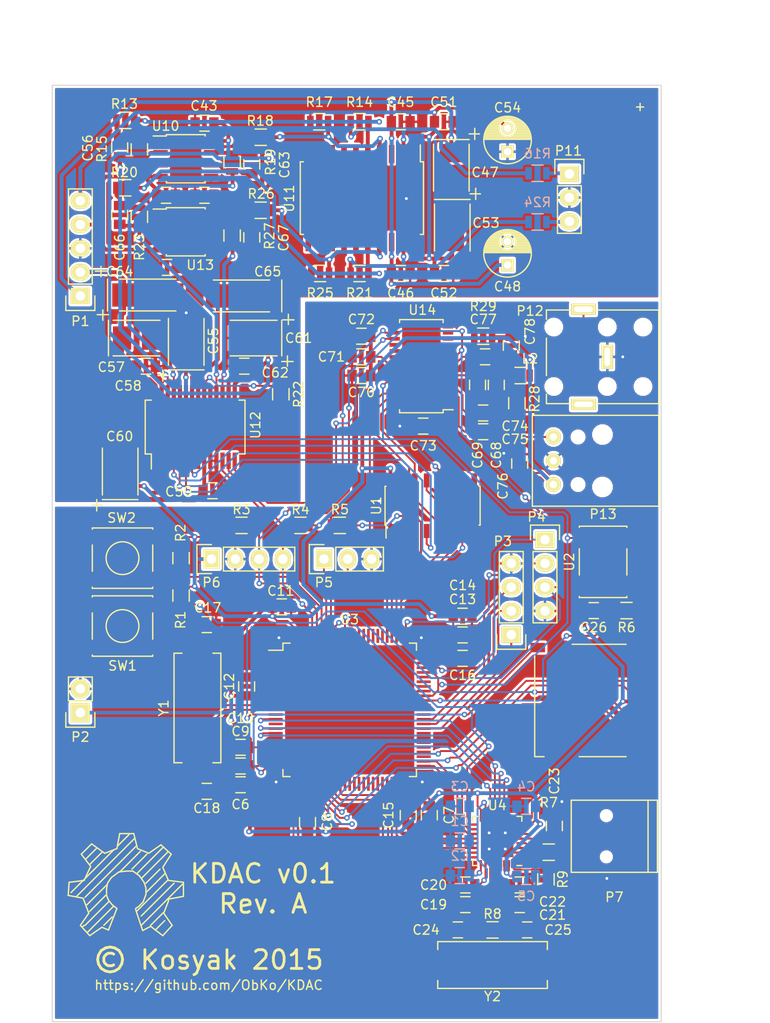
<source format=kicad_pcb>
(kicad_pcb (version 4) (host pcbnew "(2015-05-12 BZR 5652)-product")
  (layers (0 F.Cu signal) (31 B.Cu signal) (34 B.Paste user) (35 F.Paste user) (36 B.SilkS user) (37 F.SilkS user) (38 B.Mask user) (39 F.Mask user) (44 Edge.Cuts user))
  (net 0 "")
  (net 1 GNDD)
  (net 2 +12V)
  (net 3 +5V)
  (net 4 -12V)
  (net 5 -5V)
  (net 6 "Net-(C15-Pad2)")
  (net 7 "Net-(C16-Pad2)")
  (net 8 "Net-(C17-Pad1)")
  (net 9 "Net-(C18-Pad1)")
  (net 10 "Net-(C19-Pad2)")
  (net 11 "Net-(C21-Pad2)")
  (net 12 "Net-(C23-Pad1)")
  (net 13 "Net-(C24-Pad1)")
  (net 14 "Net-(C25-Pad1)")
  (net 15 GNDA)
  (net 16 "Net-(C56-Pad1)")
  (net 17 "Net-(C56-Pad2)")
  (net 18 "Net-(C63-Pad1)")
  (net 19 "Net-(C63-Pad2)")
  (net 20 "Net-(C64-Pad2)")
  (net 21 "Net-(C65-Pad2)")
  (net 22 "Net-(C66-Pad1)")
  (net 23 "Net-(C66-Pad2)")
  (net 24 "Net-(C67-Pad1)")
  (net 25 "Net-(C67-Pad2)")
  (net 26 "Net-(C68-Pad1)")
  (net 27 "Net-(C73-Pad1)")
  (net 28 "Net-(C74-Pad1)")
  (net 29 "Net-(C74-Pad2)")
  (net 30 "Net-(C75-Pad1)")
  (net 31 "Net-(C75-Pad2)")
  (net 32 "Net-(C77-Pad1)")
  (net 33 "Net-(C78-Pad1)")
  (net 34 /MCU/SPI_MISO)
  (net 35 /MCU/SPI_SCK)
  (net 36 /MCU/SPI_MOSI)
  (net 37 /MCU/SPI_CS)
  (net 38 /MCU/CARD)
  (net 39 "Net-(P3-Pad1)")
  (net 40 "Net-(P3-Pad2)")
  (net 41 "Net-(P3-Pad3)")
  (net 42 "Net-(P4-Pad1)")
  (net 43 "Net-(P4-Pad2)")
  (net 44 /DAC/~RST)
  (net 45 "Net-(P5-Pad1)")
  (net 46 "Net-(P5-Pad2)")
  (net 47 /MCU/I2C_SCL)
  (net 48 "Net-(P7-Pad4)")
  (net 49 "Net-(P11-Pad1)")
  (net 50 "Net-(P11-Pad3)")
  (net 51 "Net-(R2-Pad1)")
  (net 52 /MCU/I2C_SDA)
  (net 53 /MCU/I2S_SEL)
  (net 54 /MCU/XO_EN)
  (net 55 "Net-(R7-Pad2)")
  (net 56 "Net-(R9-Pad1)")
  (net 57 "Net-(R13-Pad1)")
  (net 58 "Net-(R14-Pad1)")
  (net 59 "Net-(R17-Pad2)")
  (net 60 "Net-(R20-Pad1)")
  (net 61 "Net-(R21-Pad1)")
  (net 62 "Net-(R22-Pad2)")
  (net 63 "Net-(R25-Pad2)")
  (net 64 "/SPDIF Receiver/I2S_SD")
  (net 65 /MCU/I2S_SD)
  (net 66 /DAC/I2S_SD)
  (net 67 "/SPDIF Receiver/I2S_BCK")
  (net 68 /MCU/I2S_BCK)
  (net 69 /DAC/I2S_BCK)
  (net 70 /DAC/I2S_LRCK)
  (net 71 /MCU/I2S_LRCK)
  (net 72 "/SPDIF Receiver/I2S_LRCK")
  (net 73 /DAC/I2S_MCK)
  (net 74 /MCU/ULPI_STP)
  (net 75 /MCU/ULPI_DIR)
  (net 76 /MCU/ULPI_NXT)
  (net 77 /MCU/ULPI_D0)
  (net 78 /MCU/ULPI_CLK)
  (net 79 /MCU/ULPI_D1)
  (net 80 /MCU/ULPI_D2)
  (net 81 /MCU/ULPI_D3)
  (net 82 /MCU/ULPI_D4)
  (net 83 /MCU/ULPI_D5)
  (net 84 /MCU/ULPI_D6)
  (net 85 /MCU/ULPI_D7)
  (net 86 /MCU/D_N)
  (net 87 /MCU/D_P)
  (net 88 +3V3)
  (module Resistors_SMD:R_0805 (layer F.Cu) (at 79.4 123 90)
    (fp_text reference R22 (at 0 1.9 270) (layer F.SilkS))
    (fp_text value 10k)
    (pad 1 smd rect (at -0.95 0 90) (size 0.7 1.3) (layers F.Cu F.Paste F.Mask) (net 15 GNDA))
    (pad 2 smd rect (at 0.95 0 90) (size 0.7 1.3) (layers F.Cu F.Paste F.Mask) (net 62 "Net-(R22-Pad2)"))
  )
  (module Housings_SSOP:TSSOP-28_4.4x9.7mm_Pitch0.65mm (layer F.Cu) (at 94.4 120 180)
    (fp_text reference U14 (at -0.1 6 180) (layer F.SilkS))
    (fp_text value CS8416-Z)
    (pad 1 smd rect (at -2.85 -4.225 180) (size 1.1 0.4) (layers F.Cu F.Paste F.Mask))
    (pad 2 smd rect (at -2.85 -3.575 180) (size 1.1 0.4) (layers F.Cu F.Paste F.Mask))
    (pad 3 smd rect (at -2.85 -2.925 180) (size 1.1 0.4) (layers F.Cu F.Paste F.Mask) (net 30 "Net-(C75-Pad1)"))
    (pad 4 smd rect (at -2.85 -2.275 180) (size 1.1 0.4) (layers F.Cu F.Paste F.Mask) (net 28 "Net-(C74-Pad1)"))
    (pad 5 smd rect (at -2.85 -1.625 180) (size 1.1 0.4) (layers F.Cu F.Paste F.Mask) (net 27 "Net-(C73-Pad1)"))
    (pad 6 smd rect (at -2.85 -0.975 180) (size 1.1 0.4) (layers F.Cu F.Paste F.Mask) (net 26 "Net-(C68-Pad1)"))
    (pad 7 smd rect (at -2.85 -0.325 180) (size 1.1 0.4) (layers F.Cu F.Paste F.Mask) (net 1 GNDD))
    (pad 8 smd rect (at -2.85 0.325 180) (size 1.1 0.4) (layers F.Cu F.Paste F.Mask) (net 32 "Net-(C77-Pad1)"))
    (pad 9 smd rect (at -2.85 0.975 180) (size 1.1 0.4) (layers F.Cu F.Paste F.Mask) (net 44 /DAC/~RST))
    (pad 10 smd rect (at -2.85 1.625 180) (size 1.1 0.4) (layers F.Cu F.Paste F.Mask))
    (pad 11 smd rect (at -2.85 2.275 180) (size 1.1 0.4) (layers F.Cu F.Paste F.Mask))
    (pad 12 smd rect (at -2.85 2.925 180) (size 1.1 0.4) (layers F.Cu F.Paste F.Mask))
    (pad 13 smd rect (at -2.85 3.575 180) (size 1.1 0.4) (layers F.Cu F.Paste F.Mask))
    (pad 14 smd rect (at -2.85 4.225 180) (size 1.1 0.4) (layers F.Cu F.Paste F.Mask) (net 1 GNDD))
    (pad 15 smd rect (at 2.85 4.225 180) (size 1.1 0.4) (layers F.Cu F.Paste F.Mask) (net 1 GNDD))
    (pad 16 smd rect (at 2.85 3.575 180) (size 1.1 0.4) (layers F.Cu F.Paste F.Mask) (net 47 /MCU/I2C_SCL))
    (pad 17 smd rect (at 2.85 2.925 180) (size 1.1 0.4) (layers F.Cu F.Paste F.Mask) (net 52 /MCU/I2C_SDA))
    (pad 18 smd rect (at 2.85 2.275 180) (size 1.1 0.4) (layers F.Cu F.Paste F.Mask))
    (pad 19 smd rect (at 2.85 1.625 180) (size 1.1 0.4) (layers F.Cu F.Paste F.Mask))
    (pad 20 smd rect (at 2.85 0.975 180) (size 1.1 0.4) (layers F.Cu F.Paste F.Mask))
    (pad 21 smd rect (at 2.85 0.325 180) (size 1.1 0.4) (layers F.Cu F.Paste F.Mask) (net 88 +3V3))
    (pad 22 smd rect (at 2.85 -0.325 180) (size 1.1 0.4) (layers F.Cu F.Paste F.Mask) (net 1 GNDD))
    (pad 23 smd rect (at 2.85 -0.975 180) (size 1.1 0.4) (layers F.Cu F.Paste F.Mask) (net 88 +3V3))
    (pad 24 smd rect (at 2.85 -1.625 180) (size 1.1 0.4) (layers F.Cu F.Paste F.Mask) (net 73 /DAC/I2S_MCK))
    (pad 25 smd rect (at 2.85 -2.275 180) (size 1.1 0.4) (layers F.Cu F.Paste F.Mask))
    (pad 26 smd rect (at 2.85 -2.925 180) (size 1.1 0.4) (layers F.Cu F.Paste F.Mask) (net 64 "/SPDIF Receiver/I2S_SD"))
    (pad 27 smd rect (at 2.85 -3.575 180) (size 1.1 0.4) (layers F.Cu F.Paste F.Mask) (net 67 "/SPDIF Receiver/I2S_BCK"))
    (pad 28 smd rect (at 2.85 -4.225 180) (size 1.1 0.4) (layers F.Cu F.Paste F.Mask) (net 72 "/SPDIF Receiver/I2S_LRCK"))
  )
  (module Capacitors_Tantalum_SMD:TantalC_SizeB_EIA-3528_Reflow (layer F.Cu) (at 62.25 131.25 90)
    (fp_text reference C60 (at 3.75 -0.05 180) (layer F.SilkS))
    (fp_text value 10µF)
    (pad 2 smd rect (at 1.5494 0 90) (size 1.95072 2.49936) (layers F.Cu F.Paste F.Mask) (net 15 GNDA))
    (pad 1 smd rect (at -1.5494 0 90) (size 1.95072 2.49936) (layers F.Cu F.Paste F.Mask) (net 88 +3V3))
  )
  (module Housings_SSOP:SSOP-28_5.3x10.2mm_Pitch0.65mm (layer F.Cu) (at 70.25 126.5 90)
    (fp_text reference U12 (at 0.2 6.45 270) (layer F.SilkS))
    (fp_text value PCM1792A)
    (pad 1 smd rect (at -3.6 -4.225 90) (size 1.75 0.45) (layers F.Cu F.Paste F.Mask))
    (pad 2 smd rect (at -3.6 -3.575 90) (size 1.75 0.45) (layers F.Cu F.Paste F.Mask))
    (pad 3 smd rect (at -3.6 -2.925 90) (size 1.75 0.45) (layers F.Cu F.Paste F.Mask) (net 88 +3V3))
    (pad 4 smd rect (at -3.6 -2.275 90) (size 1.75 0.45) (layers F.Cu F.Paste F.Mask) (net 70 /DAC/I2S_LRCK))
    (pad 5 smd rect (at -3.6 -1.625 90) (size 1.75 0.45) (layers F.Cu F.Paste F.Mask) (net 66 /DAC/I2S_SD))
    (pad 6 smd rect (at -3.6 -0.975 90) (size 1.75 0.45) (layers F.Cu F.Paste F.Mask) (net 69 /DAC/I2S_BCK))
    (pad 7 smd rect (at -3.6 -0.325 90) (size 1.75 0.45) (layers F.Cu F.Paste F.Mask) (net 73 /DAC/I2S_MCK))
    (pad 8 smd rect (at -3.6 0.325 90) (size 1.75 0.45) (layers F.Cu F.Paste F.Mask) (net 15 GNDA))
    (pad 9 smd rect (at -3.6 0.975 90) (size 1.75 0.45) (layers F.Cu F.Paste F.Mask) (net 88 +3V3))
    (pad 10 smd rect (at -3.6 1.625 90) (size 1.75 0.45) (layers F.Cu F.Paste F.Mask) (net 15 GNDA))
    (pad 11 smd rect (at -3.6 2.275 90) (size 1.75 0.45) (layers F.Cu F.Paste F.Mask) (net 15 GNDA))
    (pad 12 smd rect (at -3.6 2.925 90) (size 1.75 0.45) (layers F.Cu F.Paste F.Mask) (net 47 /MCU/I2C_SCL))
    (pad 13 smd rect (at -3.6 3.575 90) (size 1.75 0.45) (layers F.Cu F.Paste F.Mask) (net 52 /MCU/I2C_SDA))
    (pad 14 smd rect (at -3.6 4.225 90) (size 1.75 0.45) (layers F.Cu F.Paste F.Mask) (net 44 /DAC/~RST))
    (pad 15 smd rect (at 3.6 4.225 90) (size 1.75 0.45) (layers F.Cu F.Paste F.Mask) (net 3 +5V))
    (pad 16 smd rect (at 3.6 3.575 90) (size 1.75 0.45) (layers F.Cu F.Paste F.Mask) (net 15 GNDA))
    (pad 17 smd rect (at 3.6 2.925 90) (size 1.75 0.45) (layers F.Cu F.Paste F.Mask) (net 25 "Net-(C67-Pad2)"))
    (pad 18 smd rect (at 3.6 2.275 90) (size 1.75 0.45) (layers F.Cu F.Paste F.Mask) (net 23 "Net-(C66-Pad2)"))
    (pad 19 smd rect (at 3.6 1.625 90) (size 1.75 0.45) (layers F.Cu F.Paste F.Mask) (net 15 GNDA))
    (pad 20 smd rect (at 3.6 0.975 90) (size 1.75 0.45) (layers F.Cu F.Paste F.Mask) (net 62 "Net-(R22-Pad2)"))
    (pad 21 smd rect (at 3.6 0.325 90) (size 1.75 0.45) (layers F.Cu F.Paste F.Mask) (net 21 "Net-(C65-Pad2)"))
    (pad 22 smd rect (at 3.6 -0.325 90) (size 1.75 0.45) (layers F.Cu F.Paste F.Mask) (net 20 "Net-(C64-Pad2)"))
    (pad 23 smd rect (at 3.6 -0.975 90) (size 1.75 0.45) (layers F.Cu F.Paste F.Mask) (net 3 +5V))
    (pad 24 smd rect (at 3.6 -1.625 90) (size 1.75 0.45) (layers F.Cu F.Paste F.Mask) (net 15 GNDA))
    (pad 25 smd rect (at 3.6 -2.275 90) (size 1.75 0.45) (layers F.Cu F.Paste F.Mask) (net 19 "Net-(C63-Pad2)"))
    (pad 26 smd rect (at 3.6 -2.925 90) (size 1.75 0.45) (layers F.Cu F.Paste F.Mask) (net 17 "Net-(C56-Pad2)"))
    (pad 27 smd rect (at 3.6 -3.575 90) (size 1.75 0.45) (layers F.Cu F.Paste F.Mask) (net 15 GNDA))
    (pad 28 smd rect (at 3.6 -4.225 90) (size 1.75 0.45) (layers F.Cu F.Paste F.Mask) (net 3 +5V))
  )
  (module dac:DM3D-SF (layer F.Cu) (at 117.5 155.7 90)
    (fp_text reference CON1)
    (fp_text value SD_Card hide)
    (pad 8 smd rect (at -4.5 0.125 90) (size 0.7 1.75) (layers F.Cu F.Paste F.Mask))
    (pad 7 smd rect (at -3.4 0.125 90) (size 0.7 1.75) (layers F.Cu F.Paste F.Mask) (net 34 /MCU/SPI_MISO))
    (pad 6 smd rect (at -2.3 0.125 90) (size 0.7 1.75) (layers F.Cu F.Paste F.Mask) (net 1 GNDD))
    (pad 5 smd rect (at -1.2 0.125 90) (size 0.7 1.75) (layers F.Cu F.Paste F.Mask) (net 35 /MCU/SPI_SCK))
    (pad 4 smd rect (at -0.1 0.125 90) (size 0.7 1.75) (layers F.Cu F.Paste F.Mask) (net 88 +3V3))
    (pad 2 smd rect (at 1 0.125 90) (size 0.7 1.75) (layers F.Cu F.Paste F.Mask) (net 36 /MCU/SPI_MOSI))
    (pad 1 smd rect (at 2.1 0.125 90) (size 0.7 1.75) (layers F.Cu F.Paste F.Mask) (net 37 /MCU/SPI_CS))
    (pad 9 smd rect (at 3.2 0.125 90) (size 0.7 1.75) (layers F.Cu F.Paste F.Mask))
    (pad 10 smd rect (at 5.65 -10.675 90) (size 1 1.55) (layers F.Cu F.Paste F.Mask) (net 38 /MCU/CARD))
    (pad 12 smd rect (at -5.65 -9.1 90) (size 1.45 1) (layers F.Cu F.Paste F.Mask) (net 1 GNDD))
    (pad "" smd rect (at -5.7 0 90) (size 1.3 1.5) (layers F.Cu F.Paste F.Mask) (net 1 GNDD))
    (pad "" smd rect (at 5.65 0 90) (size 1.5 1.5) (layers F.Cu F.Paste F.Mask) (net 1 GNDD))
    (pad "" smd rect (at 6 -8.25 90) (size 0.8 1.4) (layers F.Cu F.Paste F.Mask) (net 1 GNDD))
    (pad "" smd rect (at -5.95 -7.6 90) (size 0.8 1.5) (layers F.Cu F.Paste F.Mask) (net 1 GNDD))
  )
  (module Pin_Headers:Pin_Header_Straight_1x03 (layer F.Cu) (at 84 140.6 90)
    (fp_text reference P5 (at -2.5 0 180) (layer F.SilkS))
    (fp_text value UART)
    (pad 1 thru_hole rect (at 0 0 90) (size 2.032 1.7272) (drill 1.016) (layers *.Cu *.Mask F.SilkS) (net 45 "Net-(P5-Pad1)"))
    (pad 2 thru_hole oval (at 0 2.54 90) (size 2.032 1.7272) (drill 1.016) (layers *.Cu *.Mask F.SilkS) (net 46 "Net-(P5-Pad2)"))
    (pad 3 thru_hole oval (at 0 5.08 90) (size 2.032 1.7272) (drill 1.016) (layers *.Cu *.Mask F.SilkS) (net 1 GNDD))
  )
  (module Capacitors_SMD:C_0805 (layer F.Cu) (at 98.8 151.2 180)
    (fp_text reference C16 (at 0 -1.8 180) (layer F.SilkS))
    (fp_text value 4.7µF)
    (pad 1 smd rect (at -1 0 180) (size 1 1.25) (layers F.Cu F.Paste F.Mask) (net 1 GNDD))
    (pad 2 smd rect (at 1 0 180) (size 1 1.25) (layers F.Cu F.Paste F.Mask) (net 7 "Net-(C16-Pad2)"))
  )
  (module Capacitors_SMD:C_0805 (layer F.Cu) (at 75.1 162.7 180)
    (fp_text reference C9 (at 0 3.7 180) (layer F.SilkS))
    (fp_text value 0.1µF)
    (pad 1 smd rect (at -1 0 180) (size 1 1.25) (layers F.Cu F.Paste F.Mask) (net 88 +3V3))
    (pad 2 smd rect (at 1 0 180) (size 1 1.25) (layers F.Cu F.Paste F.Mask) (net 1 GNDD))
  )
  (module Capacitors_SMD:C_0805 (layer B.Cu) (at 105.6 167 180)
    (fp_text reference C4 (at 0 2.1 180) (layer B.SilkS) (effects (justify mirror)))
    (fp_text value 0.1µF)
    (pad 1 smd rect (at -1 0 180) (size 1 1.25) (layers B.Cu B.Paste B.Mask) (net 88 +3V3))
    (pad 2 smd rect (at 1 0 180) (size 1 1.25) (layers B.Cu B.Paste B.Mask) (net 1 GNDD))
  )
  (module Connect:USB_Mini-B (layer F.Cu) (at 115 170.2 180)
    (fp_text reference P7 (at 0 -6.5 180) (layer F.SilkS))
    (fp_text value USB_OTG)
    (pad 1 smd rect (at 3.44932 -1.6002 180) (size 2.30124 0.50038) (layers F.Cu F.Paste F.Mask) (net 12 "Net-(C23-Pad1)"))
    (pad 2 smd rect (at 3.44932 -0.8001 180) (size 2.30124 0.50038) (layers F.Cu F.Paste F.Mask) (net 86 /MCU/D_N))
    (pad 3 smd rect (at 3.44932 0 180) (size 2.30124 0.50038) (layers F.Cu F.Paste F.Mask) (net 87 /MCU/D_P))
    (pad 4 smd rect (at 3.44932 0.8001 180) (size 2.30124 0.50038) (layers F.Cu F.Paste F.Mask) (net 48 "Net-(P7-Pad4)"))
    (pad 5 smd rect (at 3.44932 1.6002 180) (size 2.30124 0.50038) (layers F.Cu F.Paste F.Mask) (net 1 GNDD))
    (pad 6 smd rect (at 3.35026 -4.45008 180) (size 2.49936 1.99898) (layers F.Cu F.Paste F.Mask) (net 1 GNDD))
    (pad 6 smd rect (at -2.14884 -4.45008 180) (size 2.49936 1.99898) (layers F.Cu F.Paste F.Mask) (net 1 GNDD))
    (pad 6 smd rect (at 3.35026 4.45008 180) (size 2.49936 1.99898) (layers F.Cu F.Paste F.Mask) (net 1 GNDD))
    (pad 6 smd rect (at -2.14884 4.45008 180) (size 2.49936 1.99898) (layers F.Cu F.Paste F.Mask) (net 1 GNDD))
    (pad "" np_thru_hole circle (at 0.8509 -2.19964 180) (size 0.89916 0.89916) (drill 0.89916) (layers *.Cu *.Mask F.SilkS))
    (pad "" np_thru_hole circle (at 0.8509 2.19964 180) (size 0.89916 0.89916) (drill 0.89916) (layers *.Cu *.Mask F.SilkS))
  )
  (module Capacitors_SMD:C_0805 (layer B.Cu) (at 98.5 170.7 180)
    (fp_text reference C1 (at 0 2.1 180) (layer B.SilkS) (effects (justify mirror)))
    (fp_text value 4.7µF)
    (pad 1 smd rect (at -1 0 180) (size 1 1.25) (layers B.Cu B.Paste B.Mask) (net 88 +3V3))
    (pad 2 smd rect (at 1 0 180) (size 1 1.25) (layers B.Cu B.Paste B.Mask) (net 1 GNDD))
  )
  (module Capacitors_SMD:C_0805 (layer B.Cu) (at 98.5 174.4 180)
    (fp_text reference C2 (at 0 2.1 180) (layer B.SilkS) (effects (justify mirror)))
    (fp_text value 0.1µF)
    (pad 1 smd rect (at -1 0 180) (size 1 1.25) (layers B.Cu B.Paste B.Mask) (net 88 +3V3))
    (pad 2 smd rect (at 1 0 180) (size 1 1.25) (layers B.Cu B.Paste B.Mask) (net 1 GNDD))
  )
  (module Capacitors_SMD:C_0805 (layer B.Cu) (at 98.5 167 180)
    (fp_text reference C3 (at 0 2.1 180) (layer B.SilkS) (effects (justify mirror)))
    (fp_text value 0.1µF)
    (pad 1 smd rect (at -1 0 180) (size 1 1.25) (layers B.Cu B.Paste B.Mask) (net 88 +3V3))
    (pad 2 smd rect (at 1 0 180) (size 1 1.25) (layers B.Cu B.Paste B.Mask) (net 1 GNDD))
  )
  (module Capacitors_SMD:C_0805 (layer B.Cu) (at 105.6 174.5)
    (fp_text reference C5 (at 0 2.1) (layer B.SilkS) (effects (justify mirror)))
    (fp_text value 0.1µF)
    (pad 1 smd rect (at -1 0) (size 1 1.25) (layers B.Cu B.Paste B.Mask) (net 88 +3V3))
    (pad 2 smd rect (at 1 0) (size 1 1.25) (layers B.Cu B.Paste B.Mask) (net 1 GNDD))
  )
  (module Capacitors_SMD:C_0805 (layer F.Cu) (at 75.1 164.7 180)
    (fp_text reference C6 (at 0 -2.1 180) (layer F.SilkS))
    (fp_text value 4.7µF)
    (pad 1 smd rect (at -1 0 180) (size 1 1.25) (layers F.Cu F.Paste F.Mask) (net 88 +3V3))
    (pad 2 smd rect (at 1 0 180) (size 1 1.25) (layers F.Cu F.Paste F.Mask) (net 1 GNDD))
  )
  (module Capacitors_SMD:C_0805 (layer F.Cu) (at 95.25 167.95 270)
    (fp_text reference C7 (at 0 -2.1 270) (layer F.SilkS))
    (fp_text value 0.1µF)
    (pad 1 smd rect (at -1 0 270) (size 1 1.25) (layers F.Cu F.Paste F.Mask) (net 88 +3V3))
    (pad 2 smd rect (at 1 0 270) (size 1 1.25) (layers F.Cu F.Paste F.Mask) (net 1 GNDD))
  )
  (module Capacitors_SMD:C_0805 (layer F.Cu) (at 82.25 168.7 270)
    (fp_text reference C8 (at 0 -2.1 270) (layer F.SilkS))
    (fp_text value 0.1µF)
    (pad 1 smd rect (at -1 0 270) (size 1 1.25) (layers F.Cu F.Paste F.Mask) (net 88 +3V3))
    (pad 2 smd rect (at 1 0 270) (size 1 1.25) (layers F.Cu F.Paste F.Mask) (net 1 GNDD))
  )
  (module Capacitors_SMD:C_0805 (layer F.Cu) (at 75.1 160.7 180)
    (fp_text reference C10 (at 0 3.1 180) (layer F.SilkS))
    (fp_text value 0.1µF)
    (pad 1 smd rect (at -1 0 180) (size 1 1.25) (layers F.Cu F.Paste F.Mask) (net 88 +3V3))
    (pad 2 smd rect (at 1 0 180) (size 1 1.25) (layers F.Cu F.Paste F.Mask) (net 1 GNDD))
  )
  (module Capacitors_SMD:C_0805 (layer F.Cu) (at 79.5 145.7)
    (fp_text reference C11 (at -0.1 -1.7) (layer F.SilkS))
    (fp_text value 0.1µF)
    (pad 1 smd rect (at -1 0) (size 1 1.25) (layers F.Cu F.Paste F.Mask) (net 88 +3V3))
    (pad 2 smd rect (at 1 0) (size 1 1.25) (layers F.Cu F.Paste F.Mask) (net 1 GNDD))
  )
  (module Capacitors_SMD:C_0805 (layer F.Cu) (at 75.75 154.2 90)
    (fp_text reference C12 (at 0 -1.85 90) (layer F.SilkS))
    (fp_text value 0.1µF)
    (pad 1 smd rect (at -1 0 90) (size 1 1.25) (layers F.Cu F.Paste F.Mask) (net 88 +3V3))
    (pad 2 smd rect (at 1 0 90) (size 1 1.25) (layers F.Cu F.Paste F.Mask) (net 1 GNDD))
  )
  (module Capacitors_SMD:C_0805 (layer F.Cu) (at 98.8 148.7)
    (fp_text reference C13 (at 0 -3.8) (layer F.SilkS))
    (fp_text value 0.1µF)
    (pad 1 smd rect (at -1 0) (size 1 1.25) (layers F.Cu F.Paste F.Mask) (net 88 +3V3))
    (pad 2 smd rect (at 1 0) (size 1 1.25) (layers F.Cu F.Paste F.Mask) (net 1 GNDD))
  )
  (module Capacitors_SMD:C_0805 (layer F.Cu) (at 98.8 146.7)
    (fp_text reference C14 (at 0 -3.3) (layer F.SilkS))
    (fp_text value 4.7µF)
    (pad 1 smd rect (at -1 0) (size 1 1.25) (layers F.Cu F.Paste F.Mask) (net 88 +3V3))
    (pad 2 smd rect (at 1 0) (size 1 1.25) (layers F.Cu F.Paste F.Mask) (net 1 GNDD))
  )
  (module Capacitors_SMD:C_0805 (layer F.Cu) (at 93 167.95 90)
    (fp_text reference C15 (at 0 -2.1 90) (layer F.SilkS))
    (fp_text value 4.7µF)
    (pad 1 smd rect (at -1 0 90) (size 1 1.25) (layers F.Cu F.Paste F.Mask) (net 1 GNDD))
    (pad 2 smd rect (at 1 0 90) (size 1 1.25) (layers F.Cu F.Paste F.Mask) (net 6 "Net-(C15-Pad2)"))
  )
  (module Capacitors_SMD:C_0805 (layer F.Cu) (at 71.5 147.6)
    (fp_text reference C17 (at 0.1 -1.8) (layer F.SilkS))
    (fp_text value 22pF)
    (pad 1 smd rect (at -1 0) (size 1 1.25) (layers F.Cu F.Paste F.Mask) (net 8 "Net-(C17-Pad1)"))
    (pad 2 smd rect (at 1 0) (size 1 1.25) (layers F.Cu F.Paste F.Mask) (net 1 GNDD))
  )
  (module Capacitors_SMD:C_0805 (layer F.Cu) (at 71.5 165.4)
    (fp_text reference C18 (at 0 1.8) (layer F.SilkS))
    (fp_text value 22pF)
    (pad 1 smd rect (at -1 0) (size 1 1.25) (layers F.Cu F.Paste F.Mask) (net 9 "Net-(C18-Pad1)"))
    (pad 2 smd rect (at 1 0) (size 1 1.25) (layers F.Cu F.Paste F.Mask) (net 1 GNDD))
  )
  (module Capacitors_SMD:C_0805 (layer F.Cu) (at 99.1 177.5)
    (fp_text reference C19 (at -3.4 0) (layer F.SilkS))
    (fp_text value 4.7µF)
    (pad 1 smd rect (at -1 0) (size 1 1.25) (layers F.Cu F.Paste F.Mask) (net 1 GNDD))
    (pad 2 smd rect (at 1 0) (size 1 1.25) (layers F.Cu F.Paste F.Mask) (net 10 "Net-(C19-Pad2)"))
  )
  (module Capacitors_SMD:C_0805 (layer F.Cu) (at 99.1 175.4)
    (fp_text reference C20 (at -3.4 0) (layer F.SilkS))
    (fp_text value 0.1µF)
    (pad 1 smd rect (at -1 0) (size 1 1.25) (layers F.Cu F.Paste F.Mask) (net 1 GNDD))
    (pad 2 smd rect (at 1 0) (size 1 1.25) (layers F.Cu F.Paste F.Mask) (net 10 "Net-(C19-Pad2)"))
  )
  (module Capacitors_SMD:C_0805 (layer F.Cu) (at 104.9 177.5 180)
    (fp_text reference C21 (at -3.5 -1.1 180) (layer F.SilkS))
    (fp_text value 4.7µF)
    (pad 1 smd rect (at -1 0 180) (size 1 1.25) (layers F.Cu F.Paste F.Mask) (net 1 GNDD))
    (pad 2 smd rect (at 1 0 180) (size 1 1.25) (layers F.Cu F.Paste F.Mask) (net 11 "Net-(C21-Pad2)"))
  )
  (module Capacitors_SMD:C_0805 (layer F.Cu) (at 104.9 175.4 180)
    (fp_text reference C22 (at -3.5 -1.8 180) (layer F.SilkS))
    (fp_text value 0.1µF)
    (pad 1 smd rect (at -1 0 180) (size 1 1.25) (layers F.Cu F.Paste F.Mask) (net 1 GNDD))
    (pad 2 smd rect (at 1 0 180) (size 1 1.25) (layers F.Cu F.Paste F.Mask) (net 11 "Net-(C21-Pad2)"))
  )
  (module Capacitors_SMD:C_0805 (layer F.Cu) (at 108.6 169.1 90)
    (fp_text reference C23 (at 4.8 0 90) (layer F.SilkS))
    (fp_text value 4.7µF)
    (pad 1 smd rect (at -1 0 90) (size 1 1.25) (layers F.Cu F.Paste F.Mask) (net 12 "Net-(C23-Pad1)"))
    (pad 2 smd rect (at 1 0 90) (size 1 1.25) (layers F.Cu F.Paste F.Mask) (net 1 GNDD))
  )
  (module Capacitors_SMD:C_0805 (layer F.Cu) (at 98.3 180.2 180)
    (fp_text reference C24 (at 3.4 0 180) (layer F.SilkS))
    (fp_text value 22pF)
    (pad 1 smd rect (at -1 0 180) (size 1 1.25) (layers F.Cu F.Paste F.Mask) (net 13 "Net-(C24-Pad1)"))
    (pad 2 smd rect (at 1 0 180) (size 1 1.25) (layers F.Cu F.Paste F.Mask) (net 1 GNDD))
  )
  (module Capacitors_SMD:C_0805 (layer F.Cu) (at 105.7 180.2)
    (fp_text reference C25 (at 3.3 0) (layer F.SilkS))
    (fp_text value 22pF)
    (pad 1 smd rect (at -1 0) (size 1 1.25) (layers F.Cu F.Paste F.Mask) (net 14 "Net-(C25-Pad1)"))
    (pad 2 smd rect (at 1 0) (size 1 1.25) (layers F.Cu F.Paste F.Mask) (net 1 GNDD))
  )
  (module Capacitors_SMD:C_0805 (layer F.Cu) (at 71.25 94.05)
    (fp_text reference C43 (at -0.05 -1.85) (layer F.SilkS))
    (fp_text value 0.1µF)
    (pad 1 smd rect (at -1 0) (size 1 1.25) (layers F.Cu F.Paste F.Mask) (net 15 GNDA))
    (pad 2 smd rect (at 1 0) (size 1 1.25) (layers F.Cu F.Paste F.Mask) (net 3 +5V))
  )
  (module Capacitors_SMD:C_0805 (layer F.Cu) (at 71.25 101.75)
    (fp_text reference C44 hide)
    (fp_text value 0.1µF)
    (pad 1 smd rect (at -1 0) (size 1 1.25) (layers F.Cu F.Paste F.Mask) (net 15 GNDA))
    (pad 2 smd rect (at 1 0) (size 1 1.25) (layers F.Cu F.Paste F.Mask) (net 3 +5V))
  )
  (module Capacitors_SMD:C_0805 (layer F.Cu) (at 92.2 93.9 180)
    (fp_text reference C45 (at 0 2.1 180) (layer F.SilkS))
    (fp_text value 0.1µF)
    (pad 1 smd rect (at -1 0 180) (size 1 1.25) (layers F.Cu F.Paste F.Mask) (net 15 GNDA))
    (pad 2 smd rect (at 1 0 180) (size 1 1.25) (layers F.Cu F.Paste F.Mask) (net 2 +12V))
  )
  (module Capacitors_SMD:C_0805 (layer F.Cu) (at 92.2 110.1 180)
    (fp_text reference C46 (at 0 -2.1 180) (layer F.SilkS))
    (fp_text value 0.1µF)
    (pad 1 smd rect (at -1 0 180) (size 1 1.25) (layers F.Cu F.Paste F.Mask) (net 15 GNDA))
    (pad 2 smd rect (at 1 0 180) (size 1 1.25) (layers F.Cu F.Paste F.Mask) (net 2 +12V))
  )
  (module Capacitors_Tantalum_SMD:TantalC_SizeB_EIA-3528_Reflow (layer F.Cu) (at 97.6 98.8 270)
    (fp_text reference C47 (at 0.5 -3.6 360) (layer F.SilkS))
    (fp_text value 10µF)
    (pad 2 smd rect (at 1.5494 0 270) (size 1.95072 2.49936) (layers F.Cu F.Paste F.Mask) (net 15 GNDA))
    (pad 1 smd rect (at -1.5494 0 270) (size 1.95072 2.49936) (layers F.Cu F.Paste F.Mask) (net 2 +12V))
  )
  (module Capacitors_ThroughHole:C_Radial_D5_L11_P2.5 (layer F.Cu) (at 103.6 109.2 90)
    (fp_text reference C48 (at -2.3 0 180) (layer F.SilkS))
    (fp_text value 100µF)
    (pad 1 thru_hole rect (at 0 0 90) (size 1.3 1.3) (drill 0.8) (layers *.Cu *.Mask F.SilkS) (net 2 +12V))
    (pad 2 thru_hole circle (at 2.5 0 90) (size 1.3 1.3) (drill 0.8) (layers *.Cu *.Mask F.SilkS) (net 15 GNDA))
  )
  (module Capacitors_SMD:C_0805 (layer F.Cu) (at 67.15 101.75)
    (fp_text reference C49 hide)
    (fp_text value 0.1µF)
    (pad 1 smd rect (at -1 0) (size 1 1.25) (layers F.Cu F.Paste F.Mask) (net 5 -5V))
    (pad 2 smd rect (at 1 0) (size 1 1.25) (layers F.Cu F.Paste F.Mask) (net 15 GNDA))
  )
  (module Capacitors_SMD:C_0805 (layer F.Cu) (at 67.25 109.45)
    (fp_text reference C50 hide)
    (fp_text value 0.1µF)
    (pad 1 smd rect (at -1 0) (size 1 1.25) (layers F.Cu F.Paste F.Mask) (net 5 -5V))
    (pad 2 smd rect (at 1 0) (size 1 1.25) (layers F.Cu F.Paste F.Mask) (net 15 GNDA))
  )
  (module Capacitors_SMD:C_0805 (layer F.Cu) (at 96.8 93.9)
    (fp_text reference C51 (at 0 -2.1) (layer F.SilkS))
    (fp_text value 0.1µF)
    (pad 1 smd rect (at -1 0) (size 1 1.25) (layers F.Cu F.Paste F.Mask) (net 4 -12V))
    (pad 2 smd rect (at 1 0) (size 1 1.25) (layers F.Cu F.Paste F.Mask) (net 15 GNDA))
  )
  (module Capacitors_SMD:C_0805 (layer F.Cu) (at 96.8 110.1)
    (fp_text reference C52 (at 0 2.1) (layer F.SilkS))
    (fp_text value 0.1µF)
    (pad 1 smd rect (at -1 0) (size 1 1.25) (layers F.Cu F.Paste F.Mask) (net 4 -12V))
    (pad 2 smd rect (at 1 0) (size 1 1.25) (layers F.Cu F.Paste F.Mask) (net 15 GNDA))
  )
  (module Capacitors_Tantalum_SMD:TantalC_SizeB_EIA-3528_Reflow (layer F.Cu) (at 97.7 105.2 270)
    (fp_text reference C53 (at -0.5 -3.6 360) (layer F.SilkS))
    (fp_text value 10µF)
    (pad 2 smd rect (at 1.5494 0 270) (size 1.95072 2.49936) (layers F.Cu F.Paste F.Mask) (net 4 -12V))
    (pad 1 smd rect (at -1.5494 0 270) (size 1.95072 2.49936) (layers F.Cu F.Paste F.Mask) (net 15 GNDA))
  )
  (module Capacitors_ThroughHole:C_Radial_D5_L11_P2.5 (layer F.Cu) (at 103.6 97.1 90)
    (fp_text reference C54 (at 4.7 0 180) (layer F.SilkS))
    (fp_text value 100µF)
    (pad 1 thru_hole rect (at 0 0 90) (size 1.3 1.3) (drill 0.8) (layers *.Cu *.Mask F.SilkS) (net 15 GNDA))
    (pad 2 thru_hole circle (at 2.5 0 90) (size 1.3 1.3) (drill 0.8) (layers *.Cu *.Mask F.SilkS) (net 4 -12V))
  )
  (module Capacitors_Tantalum_SMD:TantalC_SizeB_EIA-3528_Reflow (layer F.Cu) (at 69.3 117.4 90)
    (fp_text reference C55 (at 0.1 2.9 270) (layer F.SilkS))
    (fp_text value 10µF)
    (fp_text user + (at -3.59918 -2.49936 90) (layer F.SilkS))
    (pad 2 smd rect (at 1.5494 0 90) (size 1.95072 2.49936) (layers F.Cu F.Paste F.Mask) (net 15 GNDA))
    (pad 1 smd rect (at -1.5494 0 90) (size 1.95072 2.49936) (layers F.Cu F.Paste F.Mask) (net 3 +5V))
  )
  (module Capacitors_SMD:C_0805 (layer F.Cu) (at 62.2 96.65 270)
    (fp_text reference C56 (at 0.05 3.4 450) (layer F.SilkS))
    (fp_text value 2.7nF)
    (pad 1 smd rect (at -1 0 270) (size 1 1.25) (layers F.Cu F.Paste F.Mask) (net 16 "Net-(C56-Pad1)"))
    (pad 2 smd rect (at 1 0 270) (size 1 1.25) (layers F.Cu F.Paste F.Mask) (net 17 "Net-(C56-Pad2)"))
  )
  (module Capacitors_Tantalum_SMD:TantalC_SizeB_EIA-3528_Reflow (layer F.Cu) (at 64 117)
    (fp_text reference C57 (at -2.7 3.1) (layer F.SilkS))
    (fp_text value 10µF)
    (fp_text user + (at 53.75 -24.75) (layer F.SilkS))
    (pad 2 smd rect (at 1.5494 0) (size 1.95072 2.49936) (layers F.Cu F.Paste F.Mask) (net 15 GNDA))
    (pad 1 smd rect (at -1.5494 0) (size 1.95072 2.49936) (layers F.Cu F.Paste F.Mask) (net 3 +5V))
  )
  (module Capacitors_SMD:C_0805 (layer F.Cu) (at 65 120 180)
    (fp_text reference C58 (at 1.9 -2.1 180) (layer F.SilkS))
    (fp_text value 0.1µF)
    (pad 1 smd rect (at -1 0 180) (size 1 1.25) (layers F.Cu F.Paste F.Mask) (net 15 GNDA))
    (pad 2 smd rect (at 1 0 180) (size 1 1.25) (layers F.Cu F.Paste F.Mask) (net 3 +5V))
  )
  (module Capacitors_SMD:C_0805 (layer F.Cu) (at 72.1 133.3 180)
    (fp_text reference C59 (at 3.6 -0.1 180) (layer F.SilkS))
    (fp_text value 0.1µF)
    (pad 1 smd rect (at -1 0 180) (size 1 1.25) (layers F.Cu F.Paste F.Mask) (net 15 GNDA))
    (pad 2 smd rect (at 1 0 180) (size 1 1.25) (layers F.Cu F.Paste F.Mask) (net 88 +3V3))
  )
  (module Capacitors_Tantalum_SMD:TantalC_SizeB_EIA-3528_Reflow (layer F.Cu) (at 76.5 117 180)
    (fp_text reference C61 (at -4.8 0 180) (layer F.SilkS))
    (fp_text value 10µF)
    (pad 2 smd rect (at 1.5494 0 180) (size 1.95072 2.49936) (layers F.Cu F.Paste F.Mask) (net 15 GNDA))
    (pad 1 smd rect (at -1.5494 0 180) (size 1.95072 2.49936) (layers F.Cu F.Paste F.Mask) (net 3 +5V))
  )
  (module Capacitors_SMD:C_0805 (layer F.Cu) (at 75.5 120)
    (fp_text reference C62 (at 3.3 0.7) (layer F.SilkS))
    (fp_text value 0.1µF)
    (pad 1 smd rect (at -1 0) (size 1 1.25) (layers F.Cu F.Paste F.Mask) (net 15 GNDA))
    (pad 2 smd rect (at 1 0) (size 1 1.25) (layers F.Cu F.Paste F.Mask) (net 3 +5V))
  )
  (module Capacitors_SMD:C_0805 (layer F.Cu) (at 76.3 98.45 270)
    (fp_text reference C63 (at 0.05 -3.5 450) (layer F.SilkS))
    (fp_text value 2.7nF)
    (pad 1 smd rect (at -1 0 270) (size 1 1.25) (layers F.Cu F.Paste F.Mask) (net 18 "Net-(C63-Pad1)"))
    (pad 2 smd rect (at 1 0 270) (size 1 1.25) (layers F.Cu F.Paste F.Mask) (net 19 "Net-(C63-Pad2)"))
  )
  (module Capacitors_Tantalum_SMD:TantalC_SizeC_EIA-6032_Reflow (layer F.Cu) (at 65.2 112.4)
    (fp_text reference C64 (at -3 -2.5) (layer F.SilkS))
    (fp_text value 47µF)
    (pad 2 smd rect (at 2.52476 0) (size 2.55016 2.49936) (layers F.Cu F.Paste F.Mask) (net 20 "Net-(C64-Pad2)"))
    (pad 1 smd rect (at -2.52476 0) (size 2.55016 2.49936) (layers F.Cu F.Paste F.Mask) (net 3 +5V))
  )
  (module Capacitors_Tantalum_SMD:TantalC_SizeC_EIA-6032_Reflow (layer F.Cu) (at 75.2 112.5 180)
    (fp_text reference C65 (at -2.8 2.6 180) (layer F.SilkS))
    (fp_text value 47µF)
    (pad 2 smd rect (at 2.52476 0 180) (size 2.55016 2.49936) (layers F.Cu F.Paste F.Mask) (net 21 "Net-(C65-Pad2)"))
    (pad 1 smd rect (at -2.52476 0 180) (size 2.55016 2.49936) (layers F.Cu F.Paste F.Mask) (net 3 +5V))
  )
  (module Capacitors_SMD:C_0805 (layer F.Cu) (at 62.2 103.85 270)
    (fp_text reference C66 (at 3.45 0 450) (layer F.SilkS))
    (fp_text value 2.7nF)
    (pad 1 smd rect (at -1 0 270) (size 1 1.25) (layers F.Cu F.Paste F.Mask) (net 22 "Net-(C66-Pad1)"))
    (pad 2 smd rect (at 1 0 270) (size 1 1.25) (layers F.Cu F.Paste F.Mask) (net 23 "Net-(C66-Pad2)"))
  )
  (module Capacitors_SMD:C_0805 (layer F.Cu) (at 76.3 106.25 270)
    (fp_text reference C67 (at 0.05 -3.4 450) (layer F.SilkS))
    (fp_text value 2.7nF)
    (pad 1 smd rect (at -1 0 270) (size 1 1.25) (layers F.Cu F.Paste F.Mask) (net 24 "Net-(C67-Pad1)"))
    (pad 2 smd rect (at 1 0 270) (size 1 1.25) (layers F.Cu F.Paste F.Mask) (net 25 "Net-(C67-Pad2)"))
  )
  (module Capacitors_SMD:C_0805 (layer F.Cu) (at 102.4 122 270)
    (fp_text reference C68 (at 7.5 0 450) (layer F.SilkS))
    (fp_text value 4.7µF)
    (pad 1 smd rect (at -1 0 270) (size 1 1.25) (layers F.Cu F.Paste F.Mask) (net 26 "Net-(C68-Pad1)"))
    (pad 2 smd rect (at 1 0 270) (size 1 1.25) (layers F.Cu F.Paste F.Mask) (net 1 GNDD))
  )
  (module Capacitors_SMD:C_0805 (layer F.Cu) (at 100.4 122 270)
    (fp_text reference C69 (at 7.5 0 450) (layer F.SilkS))
    (fp_text value 0.1µF)
    (pad 1 smd rect (at -1 0 270) (size 1 1.25) (layers F.Cu F.Paste F.Mask) (net 26 "Net-(C68-Pad1)"))
    (pad 2 smd rect (at 1 0 270) (size 1 1.25) (layers F.Cu F.Paste F.Mask) (net 1 GNDD))
  )
  (module Capacitors_SMD:C_0805 (layer F.Cu) (at 88 121 180)
    (fp_text reference C70 (at 0 -1.8 180) (layer F.SilkS))
    (fp_text value 0.1µF)
    (pad 1 smd rect (at -1 0 180) (size 1 1.25) (layers F.Cu F.Paste F.Mask) (net 88 +3V3))
    (pad 2 smd rect (at 1 0 180) (size 1 1.25) (layers F.Cu F.Paste F.Mask) (net 1 GNDD))
  )
  (module Capacitors_SMD:C_0805 (layer F.Cu) (at 88 119 180)
    (fp_text reference C71 (at 3.2 0 180) (layer F.SilkS))
    (fp_text value 0.1µF)
    (pad 1 smd rect (at -1 0 180) (size 1 1.25) (layers F.Cu F.Paste F.Mask) (net 88 +3V3))
    (pad 2 smd rect (at 1 0 180) (size 1 1.25) (layers F.Cu F.Paste F.Mask) (net 1 GNDD))
  )
  (module Capacitors_SMD:C_0805 (layer F.Cu) (at 88 116.8 180)
    (fp_text reference C72 (at 0 1.8 180) (layer F.SilkS))
    (fp_text value 4.7µF)
    (pad 1 smd rect (at -1 0 180) (size 1 1.25) (layers F.Cu F.Paste F.Mask) (net 88 +3V3))
    (pad 2 smd rect (at 1 0 180) (size 1 1.25) (layers F.Cu F.Paste F.Mask) (net 1 GNDD))
  )
  (module Capacitors_SMD:C_0805 (layer F.Cu) (at 94.6 126.4 180)
    (fp_text reference C73 (at 0 -2.1 180) (layer F.SilkS))
    (fp_text value 10nF)
    (pad 1 smd rect (at -1 0 180) (size 1 1.25) (layers F.Cu F.Paste F.Mask) (net 27 "Net-(C73-Pad1)"))
    (pad 2 smd rect (at 1 0 180) (size 1 1.25) (layers F.Cu F.Paste F.Mask) (net 1 GNDD))
  )
  (module Capacitors_SMD:C_0805 (layer F.Cu) (at 101 125)
    (fp_text reference C74 (at 3.4 1.4) (layer F.SilkS))
    (fp_text value 10nF)
    (pad 1 smd rect (at -1 0) (size 1 1.25) (layers F.Cu F.Paste F.Mask) (net 28 "Net-(C74-Pad1)"))
    (pad 2 smd rect (at 1 0) (size 1 1.25) (layers F.Cu F.Paste F.Mask) (net 29 "Net-(C74-Pad2)"))
  )
  (module Capacitors_SMD:C_0805 (layer F.Cu) (at 101 127)
    (fp_text reference C75 (at 3.4 0.8) (layer F.SilkS))
    (fp_text value 10nF)
    (pad 1 smd rect (at -1 0) (size 1 1.25) (layers F.Cu F.Paste F.Mask) (net 30 "Net-(C75-Pad1)"))
    (pad 2 smd rect (at 1 0) (size 1 1.25) (layers F.Cu F.Paste F.Mask) (net 31 "Net-(C75-Pad2)"))
  )
  (module Capacitors_SMD:C_0805 (layer F.Cu) (at 104.9 130.4 90)
    (fp_text reference C76 (at -2.4 -1.8 270) (layer F.SilkS))
    (fp_text value 0.1µF)
    (pad 1 smd rect (at -1 0 90) (size 1 1.25) (layers F.Cu F.Paste F.Mask) (net 88 +3V3))
    (pad 2 smd rect (at 1 0 90) (size 1 1.25) (layers F.Cu F.Paste F.Mask) (net 1 GNDD))
  )
  (module Capacitors_SMD:C_0805 (layer F.Cu) (at 101.2 119)
    (fp_text reference C77 (at -0.2 -4) (layer F.SilkS))
    (fp_text value 1nF)
    (pad 1 smd rect (at -1 0) (size 1 1.25) (layers F.Cu F.Paste F.Mask) (net 32 "Net-(C77-Pad1)"))
    (pad 2 smd rect (at 1 0) (size 1 1.25) (layers F.Cu F.Paste F.Mask) (net 1 GNDD))
  )
  (module Capacitors_SMD:C_0805 (layer F.Cu) (at 104 117.8 270)
    (fp_text reference C78 (at -1.5 -2 270) (layer F.SilkS))
    (fp_text value 22nF)
    (pad 1 smd rect (at -1 0 270) (size 1 1.25) (layers F.Cu F.Paste F.Mask) (net 33 "Net-(C78-Pad1)"))
    (pad 2 smd rect (at 1 0 270) (size 1 1.25) (layers F.Cu F.Paste F.Mask) (net 1 GNDD))
  )
  (module Resistors_SMD:R_0805 (layer F.Cu) (at 105 121 180)
    (fp_text reference L2 (at -1 1.8 180) (layer F.SilkS))
    (fp_text value BEAD)
    (pad 1 smd rect (at -0.95 0 180) (size 0.7 1.3) (layers F.Cu F.Paste F.Mask) (net 88 +3V3))
    (pad 2 smd rect (at 0.95 0 180) (size 0.7 1.3) (layers F.Cu F.Paste F.Mask) (net 26 "Net-(C68-Pad1)"))
  )
  (module Pin_Headers:Pin_Header_Straight_1x05 (layer F.Cu) (at 58 112.5 180)
    (fp_text reference P1 (at 0 -2.7 180) (layer F.SilkS))
    (fp_text value ANALOG_POWER)
    (pad 1 thru_hole rect (at 0 0 180) (size 2.032 1.7272) (drill 1.016) (layers *.Cu *.Mask F.SilkS) (net 2 +12V))
    (pad 2 thru_hole oval (at 0 2.54 180) (size 2.032 1.7272) (drill 1.016) (layers *.Cu *.Mask F.SilkS) (net 3 +5V))
    (pad 3 thru_hole oval (at 0 5.08 180) (size 2.032 1.7272) (drill 1.016) (layers *.Cu *.Mask F.SilkS) (net 15 GNDA))
    (pad 4 thru_hole oval (at 0 7.62 180) (size 2.032 1.7272) (drill 1.016) (layers *.Cu *.Mask F.SilkS) (net 5 -5V))
    (pad 5 thru_hole oval (at 0 10.16 180) (size 2.032 1.7272) (drill 1.016) (layers *.Cu *.Mask F.SilkS) (net 4 -12V))
  )
  (module Pin_Headers:Pin_Header_Straight_1x02 (layer F.Cu) (at 58 157 180)
    (fp_text reference P2 (at 0 -2.6 180) (layer F.SilkS))
    (fp_text value DIGITAL_POWER)
    (pad 1 thru_hole rect (at 0 0 180) (size 2.032 2.032) (drill 1.016) (layers *.Cu *.Mask F.SilkS) (net 88 +3V3))
    (pad 2 thru_hole oval (at 0 2.54 180) (size 2.032 2.032) (drill 1.016) (layers *.Cu *.Mask F.SilkS) (net 1 GNDD))
  )
  (module Pin_Headers:Pin_Header_Straight_1x04 (layer F.Cu) (at 104 148.68 180)
    (fp_text reference P3 (at 0.9 9.98 180) (layer F.SilkS))
    (fp_text value ENCODER)
    (pad 1 thru_hole rect (at 0 0 180) (size 2.032 1.7272) (drill 1.016) (layers *.Cu *.Mask F.SilkS) (net 39 "Net-(P3-Pad1)"))
    (pad 2 thru_hole oval (at 0 2.54 180) (size 2.032 1.7272) (drill 1.016) (layers *.Cu *.Mask F.SilkS) (net 40 "Net-(P3-Pad2)"))
    (pad 3 thru_hole oval (at 0 5.08 180) (size 2.032 1.7272) (drill 1.016) (layers *.Cu *.Mask F.SilkS) (net 41 "Net-(P3-Pad3)"))
    (pad 4 thru_hole oval (at 0 7.62 180) (size 2.032 1.7272) (drill 1.016) (layers *.Cu *.Mask F.SilkS) (net 1 GNDD))
  )
  (module Pin_Headers:Pin_Header_Straight_1x04 (layer F.Cu) (at 107.6 138.52)
    (fp_text reference P4 (at -0.9 -2.42) (layer F.SilkS))
    (fp_text value SWDIO)
    (pad 1 thru_hole rect (at 0 0) (size 2.032 1.7272) (drill 1.016) (layers *.Cu *.Mask F.SilkS) (net 42 "Net-(P4-Pad1)"))
    (pad 2 thru_hole oval (at 0 2.54) (size 2.032 1.7272) (drill 1.016) (layers *.Cu *.Mask F.SilkS) (net 43 "Net-(P4-Pad2)"))
    (pad 3 thru_hole oval (at 0 5.08) (size 2.032 1.7272) (drill 1.016) (layers *.Cu *.Mask F.SilkS) (net 44 /DAC/~RST))
    (pad 4 thru_hole oval (at 0 7.62) (size 2.032 1.7272) (drill 1.016) (layers *.Cu *.Mask F.SilkS) (net 1 GNDD))
  )
  (module Pin_Headers:Pin_Header_Straight_1x04 (layer F.Cu) (at 72 140.6 90)
    (fp_text reference P6 (at -2.5 0 180) (layer F.SilkS))
    (fp_text value OLED hide)
    (pad 1 thru_hole rect (at 0 0 90) (size 2.032 1.7272) (drill 1.016) (layers *.Cu *.Mask F.SilkS) (net 88 +3V3))
    (pad 2 thru_hole oval (at 0 2.54 90) (size 2.032 1.7272) (drill 1.016) (layers *.Cu *.Mask F.SilkS) (net 1 GNDD))
    (pad 3 thru_hole oval (at 0 5.08 90) (size 2.032 1.7272) (drill 1.016) (layers *.Cu *.Mask F.SilkS) (net 47 /MCU/I2C_SCL))
    (pad 4 thru_hole oval (at 0 7.62 90) (size 2.032 1.7272) (drill 1.016) (layers *.Cu *.Mask F.SilkS) (net 52 /MCU/I2C_SDA))
  )
  (module Pin_Headers:Pin_Header_Straight_1x03 (layer F.Cu) (at 110.2 99.46)
    (fp_text reference P11 (at -0.1 -2.46) (layer F.SilkS))
    (fp_text value JACK hide)
    (pad 1 thru_hole rect (at 0 0) (size 2.032 1.7272) (drill 1.016) (layers *.Cu *.Mask F.SilkS) (net 49 "Net-(P11-Pad1)"))
    (pad 2 thru_hole oval (at 0 2.54) (size 2.032 1.7272) (drill 1.016) (layers *.Cu *.Mask F.SilkS) (net 15 GNDA))
    (pad 3 thru_hole oval (at 0 5.08) (size 2.032 1.7272) (drill 1.016) (layers *.Cu *.Mask F.SilkS) (net 50 "Net-(P11-Pad3)"))
  )
  (module Resistors_SMD:R_0805 (layer F.Cu) (at 68.75 144.5 270)
    (fp_text reference R1 (at 2.6 0.05 270) (layer F.SilkS))
    (fp_text value 4.7k)
    (pad 1 smd rect (at -0.95 0 270) (size 0.7 1.3) (layers F.Cu F.Paste F.Mask) (net 88 +3V3))
    (pad 2 smd rect (at 0.95 0 270) (size 0.7 1.3) (layers F.Cu F.Paste F.Mask) (net 44 /DAC/~RST))
  )
  (module Resistors_SMD:R_0805 (layer F.Cu) (at 68.75 140.5 90)
    (fp_text reference R2 (at 2.7 -0.05 90) (layer F.SilkS))
    (fp_text value 4.7k)
    (pad 1 smd rect (at -0.95 0 90) (size 0.7 1.3) (layers F.Cu F.Paste F.Mask) (net 51 "Net-(R2-Pad1)"))
    (pad 2 smd rect (at 0.95 0 90) (size 0.7 1.3) (layers F.Cu F.Paste F.Mask) (net 1 GNDD))
  )
  (module Resistors_SMD:R_0805 (layer F.Cu) (at 75.2 137)
    (fp_text reference R3 (at 0 -1.7) (layer F.SilkS))
    (fp_text value 4.7k)
    (pad 1 smd rect (at -0.95 0) (size 0.7 1.3) (layers F.Cu F.Paste F.Mask) (net 88 +3V3))
    (pad 2 smd rect (at 0.95 0) (size 0.7 1.3) (layers F.Cu F.Paste F.Mask) (net 47 /MCU/I2C_SCL))
  )
  (module Resistors_SMD:R_0805 (layer F.Cu) (at 81.5 137 180)
    (fp_text reference R4 (at 0 1.7 180) (layer F.SilkS))
    (fp_text value 4.7k)
    (pad 1 smd rect (at -0.95 0 180) (size 0.7 1.3) (layers F.Cu F.Paste F.Mask) (net 88 +3V3))
    (pad 2 smd rect (at 0.95 0 180) (size 0.7 1.3) (layers F.Cu F.Paste F.Mask) (net 52 /MCU/I2C_SDA))
  )
  (module Resistors_SMD:R_0805 (layer F.Cu) (at 85.7 137 180)
    (fp_text reference R5 (at 0 1.7 180) (layer F.SilkS))
    (fp_text value 4.7k)
    (pad 1 smd rect (at -0.95 0 180) (size 0.7 1.3) (layers F.Cu F.Paste F.Mask) (net 53 /MCU/I2S_SEL))
    (pad 2 smd rect (at 0.95 0 180) (size 0.7 1.3) (layers F.Cu F.Paste F.Mask) (net 1 GNDD))
  )
  (module Resistors_SMD:R_0805 (layer F.Cu) (at 116.3 146.1)
    (fp_text reference R6 (at 0 1.8) (layer F.SilkS))
    (fp_text value 4.7k)
    (pad 1 smd rect (at -0.95 0) (size 0.7 1.3) (layers F.Cu F.Paste F.Mask) (net 54 /MCU/XO_EN))
    (pad 2 smd rect (at 0.95 0) (size 0.7 1.3) (layers F.Cu F.Paste F.Mask) (net 1 GNDD))
  )
  (module Resistors_SMD:R_0805 (layer F.Cu) (at 108 171.9 180)
    (fp_text reference R7 (at 0 5.3 180) (layer F.SilkS))
    (fp_text value 1k)
    (pad 1 smd rect (at -0.95 0 180) (size 0.7 1.3) (layers F.Cu F.Paste F.Mask) (net 12 "Net-(C23-Pad1)"))
    (pad 2 smd rect (at 0.95 0 180) (size 0.7 1.3) (layers F.Cu F.Paste F.Mask) (net 55 "Net-(R7-Pad2)"))
  )
  (module Resistors_SMD:R_0805 (layer F.Cu) (at 102 180.2)
    (fp_text reference R8 (at 0 -1.7) (layer F.SilkS))
    (fp_text value 1M)
    (pad 1 smd rect (at -0.95 0) (size 0.7 1.3) (layers F.Cu F.Paste F.Mask) (net 13 "Net-(C24-Pad1)"))
    (pad 2 smd rect (at 0.95 0) (size 0.7 1.3) (layers F.Cu F.Paste F.Mask) (net 14 "Net-(C25-Pad1)"))
  )
  (module Resistors_SMD:R_0805 (layer F.Cu) (at 107.7 174.8 270)
    (fp_text reference R9 (at 0 -1.8 270) (layer F.SilkS))
    (fp_text value 12k)
    (pad 1 smd rect (at -0.95 0 270) (size 0.7 1.3) (layers F.Cu F.Paste F.Mask) (net 56 "Net-(R9-Pad1)"))
    (pad 2 smd rect (at 0.95 0 270) (size 0.7 1.3) (layers F.Cu F.Paste F.Mask) (net 1 GNDD))
  )
  (module Resistors_SMD:R_0805 (layer F.Cu) (at 62.8 93.75 180)
    (fp_text reference R13 (at 0.1 1.75 180) (layer F.SilkS))
    (fp_text value 1k)
    (pad 1 smd rect (at -0.95 0 180) (size 0.7 1.3) (layers F.Cu F.Paste F.Mask) (net 57 "Net-(R13-Pad1)"))
    (pad 2 smd rect (at 0.95 0 180) (size 0.7 1.3) (layers F.Cu F.Paste F.Mask) (net 16 "Net-(C56-Pad1)"))
  )
  (module Resistors_SMD:R_0805 (layer F.Cu) (at 87.8 93.9)
    (fp_text reference R14 (at 0 -2.1) (layer F.SilkS))
    (fp_text value 1k)
    (pad 1 smd rect (at -0.95 0) (size 0.7 1.3) (layers F.Cu F.Paste F.Mask) (net 58 "Net-(R14-Pad1)"))
    (pad 2 smd rect (at 0.95 0) (size 0.7 1.3) (layers F.Cu F.Paste F.Mask) (net 57 "Net-(R13-Pad1)"))
  )
  (module Resistors_SMD:R_0805 (layer F.Cu) (at 64.3 96.85 270)
    (fp_text reference R15 (at -0.05 4 450) (layer F.SilkS))
    (fp_text value 1k)
    (pad 1 smd rect (at -0.95 0 270) (size 0.7 1.3) (layers F.Cu F.Paste F.Mask) (net 16 "Net-(C56-Pad1)"))
    (pad 2 smd rect (at 0.95 0 270) (size 0.7 1.3) (layers F.Cu F.Paste F.Mask) (net 17 "Net-(C56-Pad2)"))
  )
  (module Resistors_SMD:R_0805 (layer B.Cu) (at 106.8 99.4 180)
    (fp_text reference R16 (at 0 2.1 180) (layer B.SilkS) (effects (justify mirror)))
    (fp_text value 39)
    (pad 1 smd rect (at -0.95 0 180) (size 0.7 1.3) (layers B.Cu B.Paste B.Mask) (net 49 "Net-(P11-Pad1)"))
    (pad 2 smd rect (at 0.95 0 180) (size 0.7 1.3) (layers B.Cu B.Paste B.Mask) (net 58 "Net-(R14-Pad1)"))
  )
  (module Resistors_SMD:R_0805 (layer F.Cu) (at 83.5 93.9)
    (fp_text reference R17 (at 0 -2.1) (layer F.SilkS))
    (fp_text value 1k)
    (pad 1 smd rect (at -0.95 0) (size 0.7 1.3) (layers F.Cu F.Paste F.Mask) (net 15 GNDA))
    (pad 2 smd rect (at 0.95 0) (size 0.7 1.3) (layers F.Cu F.Paste F.Mask) (net 59 "Net-(R17-Pad2)"))
  )
  (module Resistors_SMD:R_0805 (layer F.Cu) (at 77.25 95.55 180)
    (fp_text reference R18 (at 0.05 1.75 180) (layer F.SilkS))
    (fp_text value 1k)
    (pad 1 smd rect (at -0.95 0 180) (size 0.7 1.3) (layers F.Cu F.Paste F.Mask) (net 59 "Net-(R17-Pad2)"))
    (pad 2 smd rect (at 0.95 0 180) (size 0.7 1.3) (layers F.Cu F.Paste F.Mask) (net 18 "Net-(C63-Pad1)"))
  )
  (module Resistors_SMD:R_0805 (layer F.Cu) (at 74.2 98.25 270)
    (fp_text reference R19 (at -0.05 -4.1 450) (layer F.SilkS))
    (fp_text value 1k)
    (pad 1 smd rect (at -0.95 0 270) (size 0.7 1.3) (layers F.Cu F.Paste F.Mask) (net 18 "Net-(C63-Pad1)"))
    (pad 2 smd rect (at 0.95 0 270) (size 0.7 1.3) (layers F.Cu F.Paste F.Mask) (net 19 "Net-(C63-Pad2)"))
  )
  (module Resistors_SMD:R_0805 (layer F.Cu) (at 62.8 100.95 180)
    (fp_text reference R20 (at 0.1 1.65 180) (layer F.SilkS))
    (fp_text value 1k)
    (pad 1 smd rect (at -0.95 0 180) (size 0.7 1.3) (layers F.Cu F.Paste F.Mask) (net 60 "Net-(R20-Pad1)"))
    (pad 2 smd rect (at 0.95 0 180) (size 0.7 1.3) (layers F.Cu F.Paste F.Mask) (net 22 "Net-(C66-Pad1)"))
  )
  (module Resistors_SMD:R_0805 (layer F.Cu) (at 87.8 110.1)
    (fp_text reference R21 (at 0 2.1) (layer F.SilkS))
    (fp_text value 1k)
    (pad 1 smd rect (at -0.95 0) (size 0.7 1.3) (layers F.Cu F.Paste F.Mask) (net 61 "Net-(R21-Pad1)"))
    (pad 2 smd rect (at 0.95 0) (size 0.7 1.3) (layers F.Cu F.Paste F.Mask) (net 60 "Net-(R20-Pad1)"))
  )
  (module Resistors_SMD:R_0805 (layer F.Cu) (at 64.3 104.05 270)
    (fp_text reference R23 (at 3.25 0 450) (layer F.SilkS))
    (fp_text value 1k)
    (pad 1 smd rect (at -0.95 0 270) (size 0.7 1.3) (layers F.Cu F.Paste F.Mask) (net 22 "Net-(C66-Pad1)"))
    (pad 2 smd rect (at 0.95 0 270) (size 0.7 1.3) (layers F.Cu F.Paste F.Mask) (net 23 "Net-(C66-Pad2)"))
  )
  (module Resistors_SMD:R_0805 (layer B.Cu) (at 106.8 104.6 180)
    (fp_text reference R24 (at 0 2.1 180) (layer B.SilkS) (effects (justify mirror)))
    (fp_text value 39)
    (pad 1 smd rect (at -0.95 0 180) (size 0.7 1.3) (layers B.Cu B.Paste B.Mask) (net 50 "Net-(P11-Pad3)"))
    (pad 2 smd rect (at 0.95 0 180) (size 0.7 1.3) (layers B.Cu B.Paste B.Mask) (net 61 "Net-(R21-Pad1)"))
  )
  (module Resistors_SMD:R_0805 (layer F.Cu) (at 83.6 110.1)
    (fp_text reference R25 (at 0 2.1) (layer F.SilkS))
    (fp_text value 1k)
    (pad 1 smd rect (at -0.95 0) (size 0.7 1.3) (layers F.Cu F.Paste F.Mask) (net 15 GNDA))
    (pad 2 smd rect (at 0.95 0) (size 0.7 1.3) (layers F.Cu F.Paste F.Mask) (net 63 "Net-(R25-Pad2)"))
  )
  (module Resistors_SMD:R_0805 (layer F.Cu) (at 77.25 103.35 180)
    (fp_text reference R26 (at -0.05 1.75 180) (layer F.SilkS))
    (fp_text value 1k)
    (pad 1 smd rect (at -0.95 0 180) (size 0.7 1.3) (layers F.Cu F.Paste F.Mask) (net 63 "Net-(R25-Pad2)"))
    (pad 2 smd rect (at 0.95 0 180) (size 0.7 1.3) (layers F.Cu F.Paste F.Mask) (net 24 "Net-(C67-Pad1)"))
  )
  (module Resistors_SMD:R_0805 (layer F.Cu) (at 74.2 106.05 270)
    (fp_text reference R27 (at 0.05 -4 450) (layer F.SilkS))
    (fp_text value 1k)
    (pad 1 smd rect (at -0.95 0 270) (size 0.7 1.3) (layers F.Cu F.Paste F.Mask) (net 24 "Net-(C67-Pad1)"))
    (pad 2 smd rect (at 0.95 0 270) (size 0.7 1.3) (layers F.Cu F.Paste F.Mask) (net 25 "Net-(C67-Pad2)"))
  )
  (module Resistors_SMD:R_0805 (layer F.Cu) (at 104.6 123.95 90)
    (fp_text reference R28 (at 0.45 1.9 270) (layer F.SilkS))
    (fp_text value 75)
    (pad 1 smd rect (at -0.95 0 90) (size 0.7 1.3) (layers F.Cu F.Paste F.Mask) (net 29 "Net-(C74-Pad2)"))
    (pad 2 smd rect (at 0.95 0 90) (size 0.7 1.3) (layers F.Cu F.Paste F.Mask) (net 1 GNDD))
  )
  (module Resistors_SMD:R_0805 (layer F.Cu) (at 101 116.8)
    (fp_text reference R29 (at 0 -3.2) (layer F.SilkS))
    (fp_text value 3k)
    (pad 1 smd rect (at -0.95 0) (size 0.7 1.3) (layers F.Cu F.Paste F.Mask) (net 32 "Net-(C77-Pad1)"))
    (pad 2 smd rect (at 0.95 0) (size 0.7 1.3) (layers F.Cu F.Paste F.Mask) (net 33 "Net-(C78-Pad1)"))
  )
  (module Buttons_Switches_SMD:SW_SPST_PTS645 (layer F.Cu) (at 62.5 147.75 180)
    (fp_text reference SW1 (at 0 -4.25 180) (layer F.SilkS))
    (fp_text value RESET)
    (pad 2 smd rect (at -3.975 2.25 180) (size 1.55 1.3) (layers F.Cu F.Paste F.Mask) (net 44 /DAC/~RST))
    (pad 1 smd rect (at -3.975 -2.25 180) (size 1.55 1.3) (layers F.Cu F.Paste F.Mask) (net 1 GNDD))
    (pad 1 smd rect (at 3.975 -2.25 180) (size 1.55 1.3) (layers F.Cu F.Paste F.Mask) (net 1 GNDD))
    (pad 2 smd rect (at 3.975 2.25 180) (size 1.55 1.3) (layers F.Cu F.Paste F.Mask) (net 44 /DAC/~RST))
  )
  (module Buttons_Switches_SMD:SW_SPST_PTS645 (layer F.Cu) (at 62.5 140.5)
    (fp_text reference SW2 (at -0.1 -4.3) (layer F.SilkS))
    (fp_text value BOOT)
    (pad 2 smd rect (at -3.975 2.25) (size 1.55 1.3) (layers F.Cu F.Paste F.Mask) (net 51 "Net-(R2-Pad1)"))
    (pad 1 smd rect (at -3.975 -2.25) (size 1.55 1.3) (layers F.Cu F.Paste F.Mask) (net 88 +3V3))
    (pad 1 smd rect (at 3.975 -2.25) (size 1.55 1.3) (layers F.Cu F.Paste F.Mask) (net 88 +3V3))
    (pad 2 smd rect (at 3.975 2.25) (size 1.55 1.3) (layers F.Cu F.Paste F.Mask) (net 51 "Net-(R2-Pad1)"))
  )
  (module Housings_SOIC:SOIC-16_3.9x9.9mm_Pitch1.27mm (layer F.Cu) (at 95.6 134.9 90)
    (fp_text reference U1 (at 0 -6 90) (layer F.SilkS))
    (fp_text value 74LS157)
    (pad 1 smd rect (at -2.7 -4.445 90) (size 1.5 0.6) (layers F.Cu F.Paste F.Mask) (net 53 /MCU/I2S_SEL))
    (pad 2 smd rect (at -2.7 -3.175 90) (size 1.5 0.6) (layers F.Cu F.Paste F.Mask) (net 64 "/SPDIF Receiver/I2S_SD"))
    (pad 3 smd rect (at -2.7 -1.905 90) (size 1.5 0.6) (layers F.Cu F.Paste F.Mask) (net 65 /MCU/I2S_SD))
    (pad 4 smd rect (at -2.7 -0.635 90) (size 1.5 0.6) (layers F.Cu F.Paste F.Mask) (net 66 /DAC/I2S_SD))
    (pad 5 smd rect (at -2.7 0.635 90) (size 1.5 0.6) (layers F.Cu F.Paste F.Mask) (net 67 "/SPDIF Receiver/I2S_BCK"))
    (pad 6 smd rect (at -2.7 1.905 90) (size 1.5 0.6) (layers F.Cu F.Paste F.Mask) (net 68 /MCU/I2S_BCK))
    (pad 7 smd rect (at -2.7 3.175 90) (size 1.5 0.6) (layers F.Cu F.Paste F.Mask) (net 69 /DAC/I2S_BCK))
    (pad 8 smd rect (at -2.7 4.445 90) (size 1.5 0.6) (layers F.Cu F.Paste F.Mask))
    (pad 9 smd rect (at 2.7 4.445 90) (size 1.5 0.6) (layers F.Cu F.Paste F.Mask))
    (pad 10 smd rect (at 2.7 3.175 90) (size 1.5 0.6) (layers F.Cu F.Paste F.Mask))
    (pad 11 smd rect (at 2.7 1.905 90) (size 1.5 0.6) (layers F.Cu F.Paste F.Mask))
    (pad 12 smd rect (at 2.7 0.635 90) (size 1.5 0.6) (layers F.Cu F.Paste F.Mask) (net 70 /DAC/I2S_LRCK))
    (pad 13 smd rect (at 2.7 -0.635 90) (size 1.5 0.6) (layers F.Cu F.Paste F.Mask) (net 71 /MCU/I2S_LRCK))
    (pad 14 smd rect (at 2.7 -1.905 90) (size 1.5 0.6) (layers F.Cu F.Paste F.Mask) (net 72 "/SPDIF Receiver/I2S_LRCK"))
    (pad 15 smd rect (at 2.7 -3.175 90) (size 1.5 0.6) (layers F.Cu F.Paste F.Mask) (net 1 GNDD))
    (pad 16 smd rect (at 2.7 -4.445 90) (size 1.5 0.6) (layers F.Cu F.Paste F.Mask) (net 88 +3V3))
  )
  (module dac:XO (layer F.Cu) (at 113.8 140.9 90)
    (fp_text reference U2 (at 0 -3.6 90) (layer F.SilkS))
    (fp_text value 49.152MHz)
    (pad 4 smd rect (at -2.55 -2.1 90) (size 1.8 1.8) (layers F.Cu F.Paste F.Mask) (net 88 +3V3))
    (pad 3 smd rect (at 2.55 -2.1 90) (size 1.8 1.8) (layers F.Cu F.Paste F.Mask) (net 73 /DAC/I2S_MCK))
    (pad 2 smd rect (at 2.55 2.1 90) (size 1.8 1.8) (layers F.Cu F.Paste F.Mask) (net 1 GNDD))
    (pad 1 smd rect (at -2.55 2.1 90) (size 1.8 1.8) (layers F.Cu F.Paste F.Mask) (net 54 /MCU/XO_EN))
  )
  (module Housings_QFP:LQFP-100_14x14mm_Pitch0.5mm (layer F.Cu) (at 86.75 156.7)
    (fp_text reference U3 (at 0 -9.65) (layer F.SilkS))
    (fp_text value STM32F407VE)
    (pad 1 smd rect (at -7.9 -6) (size 1.5 0.28) (layers F.Cu F.Paste F.Mask))
    (pad 2 smd rect (at -7.9 -5.5) (size 1.5 0.28) (layers F.Cu F.Paste F.Mask))
    (pad 3 smd rect (at -7.9 -5) (size 1.5 0.28) (layers F.Cu F.Paste F.Mask))
    (pad 4 smd rect (at -7.9 -4.5) (size 1.5 0.28) (layers F.Cu F.Paste F.Mask))
    (pad 5 smd rect (at -7.9 -4) (size 1.5 0.28) (layers F.Cu F.Paste F.Mask))
    (pad 6 smd rect (at -7.9 -3.5) (size 1.5 0.28) (layers F.Cu F.Paste F.Mask))
    (pad 7 smd rect (at -7.9 -3) (size 1.5 0.28) (layers F.Cu F.Paste F.Mask))
    (pad 8 smd rect (at -7.9 -2.5) (size 1.5 0.28) (layers F.Cu F.Paste F.Mask))
    (pad 9 smd rect (at -7.9 -2) (size 1.5 0.28) (layers F.Cu F.Paste F.Mask))
    (pad 10 smd rect (at -7.9 -1.5) (size 1.5 0.28) (layers F.Cu F.Paste F.Mask) (net 1 GNDD))
    (pad 11 smd rect (at -7.9 -1) (size 1.5 0.28) (layers F.Cu F.Paste F.Mask) (net 88 +3V3))
    (pad 12 smd rect (at -7.9 -0.5) (size 1.5 0.28) (layers F.Cu F.Paste F.Mask) (net 8 "Net-(C17-Pad1)"))
    (pad 13 smd rect (at -7.9 0) (size 1.5 0.28) (layers F.Cu F.Paste F.Mask) (net 9 "Net-(C18-Pad1)"))
    (pad 14 smd rect (at -7.9 0.5) (size 1.5 0.28) (layers F.Cu F.Paste F.Mask) (net 44 /DAC/~RST))
    (pad 15 smd rect (at -7.9 1) (size 1.5 0.28) (layers F.Cu F.Paste F.Mask) (net 74 /MCU/ULPI_STP))
    (pad 16 smd rect (at -7.9 1.5) (size 1.5 0.28) (layers F.Cu F.Paste F.Mask))
    (pad 17 smd rect (at -7.9 2) (size 1.5 0.28) (layers F.Cu F.Paste F.Mask) (net 75 /MCU/ULPI_DIR))
    (pad 18 smd rect (at -7.9 2.5) (size 1.5 0.28) (layers F.Cu F.Paste F.Mask) (net 76 /MCU/ULPI_NXT))
    (pad 19 smd rect (at -7.9 3) (size 1.5 0.28) (layers F.Cu F.Paste F.Mask) (net 88 +3V3))
    (pad 20 smd rect (at -7.9 3.5) (size 1.5 0.28) (layers F.Cu F.Paste F.Mask) (net 1 GNDD))
    (pad 21 smd rect (at -7.9 4) (size 1.5 0.28) (layers F.Cu F.Paste F.Mask) (net 88 +3V3))
    (pad 22 smd rect (at -7.9 4.5) (size 1.5 0.28) (layers F.Cu F.Paste F.Mask) (net 88 +3V3))
    (pad 23 smd rect (at -7.9 5) (size 1.5 0.28) (layers F.Cu F.Paste F.Mask))
    (pad 24 smd rect (at -7.9 5.5) (size 1.5 0.28) (layers F.Cu F.Paste F.Mask))
    (pad 25 smd rect (at -7.9 6) (size 1.5 0.28) (layers F.Cu F.Paste F.Mask) (net 38 /MCU/CARD))
    (pad 26 smd rect (at -6 7.9 90) (size 1.5 0.28) (layers F.Cu F.Paste F.Mask) (net 77 /MCU/ULPI_D0))
    (pad 27 smd rect (at -5.5 7.9 90) (size 1.5 0.28) (layers F.Cu F.Paste F.Mask) (net 1 GNDD))
    (pad 28 smd rect (at -5 7.9 90) (size 1.5 0.28) (layers F.Cu F.Paste F.Mask) (net 88 +3V3))
    (pad 29 smd rect (at -4.5 7.9 90) (size 1.5 0.28) (layers F.Cu F.Paste F.Mask) (net 37 /MCU/SPI_CS))
    (pad 30 smd rect (at -4 7.9 90) (size 1.5 0.28) (layers F.Cu F.Paste F.Mask) (net 78 /MCU/ULPI_CLK))
    (pad 31 smd rect (at -3.5 7.9 90) (size 1.5 0.28) (layers F.Cu F.Paste F.Mask) (net 34 /MCU/SPI_MISO))
    (pad 32 smd rect (at -3 7.9 90) (size 1.5 0.28) (layers F.Cu F.Paste F.Mask) (net 36 /MCU/SPI_MOSI))
    (pad 33 smd rect (at -2.5 7.9 90) (size 1.5 0.28) (layers F.Cu F.Paste F.Mask))
    (pad 34 smd rect (at -2 7.9 90) (size 1.5 0.28) (layers F.Cu F.Paste F.Mask))
    (pad 35 smd rect (at -1.5 7.9 90) (size 1.5 0.28) (layers F.Cu F.Paste F.Mask) (net 79 /MCU/ULPI_D1))
    (pad 36 smd rect (at -1 7.9 90) (size 1.5 0.28) (layers F.Cu F.Paste F.Mask) (net 80 /MCU/ULPI_D2))
    (pad 37 smd rect (at -0.5 7.9 90) (size 1.5 0.28) (layers F.Cu F.Paste F.Mask))
    (pad 38 smd rect (at 0 7.9 90) (size 1.5 0.28) (layers F.Cu F.Paste F.Mask))
    (pad 39 smd rect (at 0.5 7.9 90) (size 1.5 0.28) (layers F.Cu F.Paste F.Mask))
    (pad 40 smd rect (at 1 7.9 90) (size 1.5 0.28) (layers F.Cu F.Paste F.Mask))
    (pad 41 smd rect (at 1.5 7.9 90) (size 1.5 0.28) (layers F.Cu F.Paste F.Mask))
    (pad 42 smd rect (at 2 7.9 90) (size 1.5 0.28) (layers F.Cu F.Paste F.Mask))
    (pad 43 smd rect (at 2.5 7.9 90) (size 1.5 0.28) (layers F.Cu F.Paste F.Mask))
    (pad 44 smd rect (at 3 7.9 90) (size 1.5 0.28) (layers F.Cu F.Paste F.Mask))
    (pad 45 smd rect (at 3.5 7.9 90) (size 1.5 0.28) (layers F.Cu F.Paste F.Mask))
    (pad 46 smd rect (at 4 7.9 90) (size 1.5 0.28) (layers F.Cu F.Paste F.Mask))
    (pad 47 smd rect (at 4.5 7.9 90) (size 1.5 0.28) (layers F.Cu F.Paste F.Mask) (net 81 /MCU/ULPI_D3))
    (pad 48 smd rect (at 5 7.9 90) (size 1.5 0.28) (layers F.Cu F.Paste F.Mask) (net 82 /MCU/ULPI_D4))
    (pad 49 smd rect (at 5.5 7.9 90) (size 1.5 0.28) (layers F.Cu F.Paste F.Mask) (net 6 "Net-(C15-Pad2)"))
    (pad 50 smd rect (at 6 7.9 90) (size 1.5 0.28) (layers F.Cu F.Paste F.Mask) (net 88 +3V3))
    (pad 51 smd rect (at 7.9 6) (size 1.5 0.28) (layers F.Cu F.Paste F.Mask) (net 83 /MCU/ULPI_D5))
    (pad 52 smd rect (at 7.9 5.5) (size 1.5 0.28) (layers F.Cu F.Paste F.Mask) (net 84 /MCU/ULPI_D6))
    (pad 53 smd rect (at 7.9 5) (size 1.5 0.28) (layers F.Cu F.Paste F.Mask))
    (pad 54 smd rect (at 7.9 4.5) (size 1.5 0.28) (layers F.Cu F.Paste F.Mask))
    (pad 55 smd rect (at 7.9 4) (size 1.5 0.28) (layers F.Cu F.Paste F.Mask))
    (pad 56 smd rect (at 7.9 3.5) (size 1.5 0.28) (layers F.Cu F.Paste F.Mask))
    (pad 57 smd rect (at 7.9 3) (size 1.5 0.28) (layers F.Cu F.Paste F.Mask))
    (pad 58 smd rect (at 7.9 2.5) (size 1.5 0.28) (layers F.Cu F.Paste F.Mask))
    (pad 59 smd rect (at 7.9 2) (size 1.5 0.28) (layers F.Cu F.Paste F.Mask) (net 39 "Net-(P3-Pad1)"))
    (pad 60 smd rect (at 7.9 1.5) (size 1.5 0.28) (layers F.Cu F.Paste F.Mask) (net 40 "Net-(P3-Pad2)"))
    (pad 61 smd rect (at 7.9 1) (size 1.5 0.28) (layers F.Cu F.Paste F.Mask) (net 41 "Net-(P3-Pad3)"))
    (pad 62 smd rect (at 7.9 0.5) (size 1.5 0.28) (layers F.Cu F.Paste F.Mask))
    (pad 63 smd rect (at 7.9 0) (size 1.5 0.28) (layers F.Cu F.Paste F.Mask))
    (pad 64 smd rect (at 7.9 -0.5) (size 1.5 0.28) (layers F.Cu F.Paste F.Mask))
    (pad 65 smd rect (at 7.9 -1) (size 1.5 0.28) (layers F.Cu F.Paste F.Mask) (net 54 /MCU/XO_EN))
    (pad 66 smd rect (at 7.9 -1.5) (size 1.5 0.28) (layers F.Cu F.Paste F.Mask) (net 73 /DAC/I2S_MCK))
    (pad 67 smd rect (at 7.9 -2) (size 1.5 0.28) (layers F.Cu F.Paste F.Mask))
    (pad 68 smd rect (at 7.9 -2.5) (size 1.5 0.28) (layers F.Cu F.Paste F.Mask))
    (pad 69 smd rect (at 7.9 -3) (size 1.5 0.28) (layers F.Cu F.Paste F.Mask))
    (pad 70 smd rect (at 7.9 -3.5) (size 1.5 0.28) (layers F.Cu F.Paste F.Mask))
    (pad 71 smd rect (at 7.9 -4) (size 1.5 0.28) (layers F.Cu F.Paste F.Mask) (net 73 /DAC/I2S_MCK))
    (pad 72 smd rect (at 7.9 -4.5) (size 1.5 0.28) (layers F.Cu F.Paste F.Mask) (net 42 "Net-(P4-Pad1)"))
    (pad 73 smd rect (at 7.9 -5) (size 1.5 0.28) (layers F.Cu F.Paste F.Mask) (net 7 "Net-(C16-Pad2)"))
    (pad 74 smd rect (at 7.9 -5.5) (size 1.5 0.28) (layers F.Cu F.Paste F.Mask) (net 1 GNDD))
    (pad 75 smd rect (at 7.9 -6) (size 1.5 0.28) (layers F.Cu F.Paste F.Mask) (net 88 +3V3))
    (pad 76 smd rect (at 6 -7.9 90) (size 1.5 0.28) (layers F.Cu F.Paste F.Mask) (net 43 "Net-(P4-Pad2)"))
    (pad 77 smd rect (at 5.5 -7.9 90) (size 1.5 0.28) (layers F.Cu F.Paste F.Mask) (net 71 /MCU/I2S_LRCK))
    (pad 78 smd rect (at 5 -7.9 90) (size 1.5 0.28) (layers F.Cu F.Paste F.Mask) (net 68 /MCU/I2S_BCK))
    (pad 79 smd rect (at 4.5 -7.9 90) (size 1.5 0.28) (layers F.Cu F.Paste F.Mask) (net 53 /MCU/I2S_SEL))
    (pad 80 smd rect (at 4 -7.9 90) (size 1.5 0.28) (layers F.Cu F.Paste F.Mask) (net 65 /MCU/I2S_SD))
    (pad 81 smd rect (at 3.5 -7.9 90) (size 1.5 0.28) (layers F.Cu F.Paste F.Mask))
    (pad 82 smd rect (at 3 -7.9 90) (size 1.5 0.28) (layers F.Cu F.Paste F.Mask))
    (pad 83 smd rect (at 2.5 -7.9 90) (size 1.5 0.28) (layers F.Cu F.Paste F.Mask))
    (pad 84 smd rect (at 2 -7.9 90) (size 1.5 0.28) (layers F.Cu F.Paste F.Mask))
    (pad 85 smd rect (at 1.5 -7.9 90) (size 1.5 0.28) (layers F.Cu F.Paste F.Mask))
    (pad 86 smd rect (at 1 -7.9 90) (size 1.5 0.28) (layers F.Cu F.Paste F.Mask))
    (pad 87 smd rect (at 0.5 -7.9 90) (size 1.5 0.28) (layers F.Cu F.Paste F.Mask))
    (pad 88 smd rect (at 0 -7.9 90) (size 1.5 0.28) (layers F.Cu F.Paste F.Mask))
    (pad 89 smd rect (at -0.5 -7.9 90) (size 1.5 0.28) (layers F.Cu F.Paste F.Mask) (net 35 /MCU/SPI_SCK))
    (pad 90 smd rect (at -1 -7.9 90) (size 1.5 0.28) (layers F.Cu F.Paste F.Mask))
    (pad 91 smd rect (at -1.5 -7.9 90) (size 1.5 0.28) (layers F.Cu F.Paste F.Mask) (net 85 /MCU/ULPI_D7))
    (pad 92 smd rect (at -2 -7.9 90) (size 1.5 0.28) (layers F.Cu F.Paste F.Mask) (net 46 "Net-(P5-Pad2)"))
    (pad 93 smd rect (at -2.5 -7.9 90) (size 1.5 0.28) (layers F.Cu F.Paste F.Mask) (net 45 "Net-(P5-Pad1)"))
    (pad 94 smd rect (at -3 -7.9 90) (size 1.5 0.28) (layers F.Cu F.Paste F.Mask) (net 51 "Net-(R2-Pad1)"))
    (pad 95 smd rect (at -3.5 -7.9 90) (size 1.5 0.28) (layers F.Cu F.Paste F.Mask) (net 47 /MCU/I2C_SCL))
    (pad 96 smd rect (at -4 -7.9 90) (size 1.5 0.28) (layers F.Cu F.Paste F.Mask) (net 52 /MCU/I2C_SDA))
    (pad 97 smd rect (at -4.5 -7.9 90) (size 1.5 0.28) (layers F.Cu F.Paste F.Mask))
    (pad 98 smd rect (at -5 -7.9 90) (size 1.5 0.28) (layers F.Cu F.Paste F.Mask))
    (pad 99 smd rect (at -5.5 -7.9 90) (size 1.5 0.28) (layers F.Cu F.Paste F.Mask) (net 1 GNDD))
    (pad 100 smd rect (at -6 -7.9 90) (size 1.5 0.28) (layers F.Cu F.Paste F.Mask) (net 88 +3V3))
  )
  (module Housings_DFN_QFN:QFN-32-1EP_5x5mm_Pitch0.5mm (layer F.Cu) (at 102.5 170.7 180)
    (fp_text reference U4 (at 0 3.8 180) (layer F.SilkS))
    (fp_text value USB3300)
    (pad 1 smd rect (at -2.4 -1.75 180) (size 0.7 0.25) (layers F.Cu F.Paste F.Mask) (net 1 GNDD))
    (pad 2 smd rect (at -2.4 -1.25 180) (size 0.7 0.25) (layers F.Cu F.Paste F.Mask) (net 1 GNDD))
    (pad 3 smd rect (at -2.4 -0.75 180) (size 0.7 0.25) (layers F.Cu F.Paste F.Mask))
    (pad 4 smd rect (at -2.4 -0.25 180) (size 0.7 0.25) (layers F.Cu F.Paste F.Mask) (net 55 "Net-(R7-Pad2)"))
    (pad 5 smd rect (at -2.4 0.25 180) (size 0.7 0.25) (layers F.Cu F.Paste F.Mask) (net 48 "Net-(P7-Pad4)"))
    (pad 6 smd rect (at -2.4 0.75 180) (size 0.7 0.25) (layers F.Cu F.Paste F.Mask) (net 88 +3V3))
    (pad 7 smd rect (at -2.4 1.25 180) (size 0.7 0.25) (layers F.Cu F.Paste F.Mask) (net 87 /MCU/D_P))
    (pad 8 smd rect (at -2.4 1.75 180) (size 0.7 0.25) (layers F.Cu F.Paste F.Mask) (net 86 /MCU/D_N))
    (pad 9 smd rect (at -1.75 2.4 270) (size 0.7 0.25) (layers F.Cu F.Paste F.Mask))
    (pad 10 smd rect (at -1.25 2.4 270) (size 0.7 0.25) (layers F.Cu F.Paste F.Mask))
    (pad 11 smd rect (at -0.75 2.4 270) (size 0.7 0.25) (layers F.Cu F.Paste F.Mask) (net 76 /MCU/ULPI_NXT))
    (pad 12 smd rect (at -0.25 2.4 270) (size 0.7 0.25) (layers F.Cu F.Paste F.Mask) (net 75 /MCU/ULPI_DIR))
    (pad 13 smd rect (at 0.25 2.4 270) (size 0.7 0.25) (layers F.Cu F.Paste F.Mask) (net 74 /MCU/ULPI_STP))
    (pad 14 smd rect (at 0.75 2.4 270) (size 0.7 0.25) (layers F.Cu F.Paste F.Mask) (net 78 /MCU/ULPI_CLK))
    (pad 15 smd rect (at 1.25 2.4 270) (size 0.7 0.25) (layers F.Cu F.Paste F.Mask) (net 10 "Net-(C19-Pad2)"))
    (pad 16 smd rect (at 1.75 2.4 270) (size 0.7 0.25) (layers F.Cu F.Paste F.Mask) (net 88 +3V3))
    (pad 17 smd rect (at 2.4 1.75 180) (size 0.7 0.25) (layers F.Cu F.Paste F.Mask) (net 85 /MCU/ULPI_D7))
    (pad 18 smd rect (at 2.4 1.25 180) (size 0.7 0.25) (layers F.Cu F.Paste F.Mask) (net 84 /MCU/ULPI_D6))
    (pad 19 smd rect (at 2.4 0.75 180) (size 0.7 0.25) (layers F.Cu F.Paste F.Mask) (net 83 /MCU/ULPI_D5))
    (pad 20 smd rect (at 2.4 0.25 180) (size 0.7 0.25) (layers F.Cu F.Paste F.Mask) (net 82 /MCU/ULPI_D4))
    (pad 21 smd rect (at 2.4 -0.25 180) (size 0.7 0.25) (layers F.Cu F.Paste F.Mask) (net 81 /MCU/ULPI_D3))
    (pad 22 smd rect (at 2.4 -0.75 180) (size 0.7 0.25) (layers F.Cu F.Paste F.Mask) (net 80 /MCU/ULPI_D2))
    (pad 23 smd rect (at 2.4 -1.25 180) (size 0.7 0.25) (layers F.Cu F.Paste F.Mask) (net 79 /MCU/ULPI_D1))
    (pad 24 smd rect (at 2.4 -1.75 180) (size 0.7 0.25) (layers F.Cu F.Paste F.Mask) (net 77 /MCU/ULPI_D0))
    (pad 25 smd rect (at 1.75 -2.4 270) (size 0.7 0.25) (layers F.Cu F.Paste F.Mask) (net 88 +3V3))
    (pad 26 smd rect (at 1.25 -2.4 270) (size 0.7 0.25) (layers F.Cu F.Paste F.Mask) (net 10 "Net-(C19-Pad2)"))
    (pad 27 smd rect (at 0.75 -2.4 270) (size 0.7 0.25) (layers F.Cu F.Paste F.Mask) (net 13 "Net-(C24-Pad1)"))
    (pad 28 smd rect (at 0.25 -2.4 270) (size 0.7 0.25) (layers F.Cu F.Paste F.Mask) (net 14 "Net-(C25-Pad1)"))
    (pad 29 smd rect (at -0.25 -2.4 270) (size 0.7 0.25) (layers F.Cu F.Paste F.Mask) (net 11 "Net-(C21-Pad2)"))
    (pad 30 smd rect (at -0.75 -2.4 270) (size 0.7 0.25) (layers F.Cu F.Paste F.Mask) (net 88 +3V3))
    (pad 31 smd rect (at -1.25 -2.4 270) (size 0.7 0.25) (layers F.Cu F.Paste F.Mask) (net 88 +3V3))
    (pad 32 smd rect (at -1.75 -2.4 270) (size 0.7 0.25) (layers F.Cu F.Paste F.Mask) (net 56 "Net-(R9-Pad1)"))
    (pad 33 smd rect (at 0.8625 0.8625 180) (size 1.725 1.725) (layers F.Cu F.Paste F.Mask) (net 1 GNDD))
    (pad 33 smd rect (at 0.8625 -0.8625 180) (size 1.725 1.725) (layers F.Cu F.Paste F.Mask) (net 1 GNDD))
    (pad 33 smd rect (at -0.8625 0.8625 180) (size 1.725 1.725) (layers F.Cu F.Paste F.Mask) (net 1 GNDD))
    (pad 33 smd rect (at -0.8625 -0.8625 180) (size 1.725 1.725) (layers F.Cu F.Paste F.Mask) (net 1 GNDD))
  )
  (module Housings_SOIC:SOIC-8_3.9x4.9mm_Pitch1.27mm (layer F.Cu) (at 69.25 97.85)
    (fp_text reference U10 (at -2.15 -3.5) (layer F.SilkS))
    (fp_text value OPA2134)
    (pad 1 smd rect (at -2.7 -1.905) (size 1.55 0.6) (layers F.Cu F.Paste F.Mask) (net 16 "Net-(C56-Pad1)"))
    (pad 2 smd rect (at -2.7 -0.635) (size 1.55 0.6) (layers F.Cu F.Paste F.Mask) (net 17 "Net-(C56-Pad2)"))
    (pad 3 smd rect (at -2.7 0.635) (size 1.55 0.6) (layers F.Cu F.Paste F.Mask) (net 15 GNDA))
    (pad 4 smd rect (at -2.7 1.905) (size 1.55 0.6) (layers F.Cu F.Paste F.Mask) (net 5 -5V))
    (pad 5 smd rect (at 2.7 1.905) (size 1.55 0.6) (layers F.Cu F.Paste F.Mask) (net 15 GNDA))
    (pad 6 smd rect (at 2.7 0.635) (size 1.55 0.6) (layers F.Cu F.Paste F.Mask) (net 19 "Net-(C63-Pad2)"))
    (pad 7 smd rect (at 2.7 -0.635) (size 1.55 0.6) (layers F.Cu F.Paste F.Mask) (net 18 "Net-(C63-Pad1)"))
    (pad 8 smd rect (at 2.7 -1.905) (size 1.55 0.6) (layers F.Cu F.Paste F.Mask) (net 3 +5V))
  )
  (module Housings_SOIC:SOIC-8_3.9x4.9mm_Pitch1.27mm (layer F.Cu) (at 69.25 105.65)
    (fp_text reference U13 (at 1.55 3.55) (layer F.SilkS))
    (fp_text value OPA2134)
    (pad 1 smd rect (at -2.7 -1.905) (size 1.55 0.6) (layers F.Cu F.Paste F.Mask) (net 22 "Net-(C66-Pad1)"))
    (pad 2 smd rect (at -2.7 -0.635) (size 1.55 0.6) (layers F.Cu F.Paste F.Mask) (net 23 "Net-(C66-Pad2)"))
    (pad 3 smd rect (at -2.7 0.635) (size 1.55 0.6) (layers F.Cu F.Paste F.Mask) (net 15 GNDA))
    (pad 4 smd rect (at -2.7 1.905) (size 1.55 0.6) (layers F.Cu F.Paste F.Mask) (net 5 -5V))
    (pad 5 smd rect (at 2.7 1.905) (size 1.55 0.6) (layers F.Cu F.Paste F.Mask) (net 15 GNDA))
    (pad 6 smd rect (at 2.7 0.635) (size 1.55 0.6) (layers F.Cu F.Paste F.Mask) (net 25 "Net-(C67-Pad2)"))
    (pad 7 smd rect (at 2.7 -0.635) (size 1.55 0.6) (layers F.Cu F.Paste F.Mask) (net 24 "Net-(C67-Pad1)"))
    (pad 8 smd rect (at 2.7 -1.905) (size 1.55 0.6) (layers F.Cu F.Paste F.Mask) (net 3 +5V))
  )
  (module Crystals:Crystal_HC49-SD_SMD (layer F.Cu) (at 70.5 156.5 270)
    (fp_text reference Y1 (at 0 3.6 270) (layer F.SilkS))
    (fp_text value 12MHz)
    (pad 1 smd rect (at -4.84886 0 270) (size 5.6007 2.10058) (layers F.Cu F.Paste F.Mask) (net 8 "Net-(C17-Pad1)"))
    (pad 2 smd rect (at 4.84886 0 270) (size 5.6007 2.10058) (layers F.Cu F.Paste F.Mask) (net 9 "Net-(C18-Pad1)"))
  )
  (module Crystals:Crystal_HC49-SD_SMD (layer F.Cu) (at 102 183.95)
    (fp_text reference Y2 (at 0 3.35) (layer F.SilkS))
    (fp_text value 12MHz)
    (pad 1 smd rect (at -4.84886 0) (size 5.6007 2.10058) (layers F.Cu F.Paste F.Mask) (net 13 "Net-(C24-Pad1)"))
    (pad 2 smd rect (at 4.84886 0) (size 5.6007 2.10058) (layers F.Cu F.Paste F.Mask) (net 14 "Net-(C25-Pad1)"))
  )
  (module Capacitors_SMD:C_0805 (layer F.Cu) (at 112.8 146.1)
    (fp_text reference C26 (at 0 1.8) (layer F.SilkS))
    (fp_text value 0.1µF)
    (pad 1 smd rect (at -1 0) (size 1 1.25) (layers F.Cu F.Paste F.Mask) (net 88 +3V3))
    (pad 2 smd rect (at 1 0) (size 1 1.25) (layers F.Cu F.Paste F.Mask) (net 1 GNDD))
  )
  (module dac:RCA (layer F.Cu) (at 114.25 119 270)
    (fp_text reference P12 (at -4.9 8.25 360) (layer F.SilkS))
    (fp_text value S/PDIF)
    (pad "" np_thru_hole circle (at -3.175 0 270) (size 1.5 1.5) (drill 1.5) (layers *.Cu *.Mask F.SilkS))
    (pad "" np_thru_hole circle (at 3.175 0 270) (size 1.5 1.5) (drill 1.5) (layers *.Cu *.Mask F.SilkS))
    (pad "" np_thru_hole circle (at -3.175 -3.81 270) (size 1.5 1.5) (drill 1.5) (layers *.Cu *.Mask F.SilkS))
    (pad "" np_thru_hole circle (at 3.175 -3.81 270) (size 1.5 1.5) (drill 1.5) (layers *.Cu *.Mask F.SilkS))
    (pad "" np_thru_hole circle (at -3.175 5.715 270) (size 1.5 1.5) (drill 1.5) (layers *.Cu *.Mask F.SilkS))
    (pad "" np_thru_hole circle (at 3.175 5.715 270) (size 1.5 1.5) (drill 1.5) (layers *.Cu *.Mask F.SilkS))
    (pad 1 thru_hole rect (at 0 0 270) (size 2.6 1.2) (drill oval 2 0.6) (layers *.Cu *.Mask F.SilkS) (net 1 GNDD))
    (pad 3 thru_hole rect (at 5.08 2.54 270) (size 1.2 2.6) (drill oval 0.6 2) (layers *.Cu *.Mask F.SilkS))
    (pad 2 thru_hole rect (at -5.08 2.54 270) (size 1.2 2.6) (drill oval 0.6 2) (layers *.Cu *.Mask F.SilkS) (net 29 "Net-(C74-Pad2)"))
  )
  (module dac:TORX147PL (layer F.Cu) (at 108.5 130.1 270)
    (fp_text reference P13 (at 5.7 -5.3 360) (layer F.SilkS))
    (fp_text value TORX147)
    (pad 1 thru_hole circle (at -2.54 0 270) (size 1.6 1.6) (drill 0.8) (layers *.Cu *.Mask F.SilkS) (net 31 "Net-(C75-Pad2)"))
    (pad 2 thru_hole circle (at 0 0 270) (size 1.6 1.6) (drill 0.8) (layers *.Cu *.Mask F.SilkS) (net 1 GNDD))
    (pad 3 thru_hole circle (at 2.54 0 270) (size 1.6 1.6) (drill 0.8) (layers *.Cu *.Mask F.SilkS) (net 88 +3V3))
    (pad "" np_thru_hole circle (at -2.54 -2.625 270) (size 1.1 1.1) (drill 1.1) (layers *.Cu *.Mask F.SilkS))
    (pad "" np_thru_hole circle (at 2.54 -2.625 270) (size 1.1 1.1) (drill 1.1) (layers *.Cu *.Mask F.SilkS))
    (pad "" np_thru_hole circle (at -2.8 -5.235 270) (size 1.7 1.7) (drill 1.7) (layers *.Cu *.Mask F.SilkS))
    (pad "" np_thru_hole circle (at 2.8 -5.235 270) (size 1.7 1.7) (drill 1.7) (layers *.Cu *.Mask F.SilkS))
  )
  (module dac:SOIC-20_7.5x12.8mm_Pitch1.27mm (layer F.Cu) (at 88.05 102.05 270)
    (fp_text reference U11 (at 0.05 7.75 450) (layer F.SilkS))
    (fp_text value TPA6120A2)
    (pad 1 smd rect (at -4.7 -5.715 270) (size 1.95 0.6) (layers F.Cu F.Paste F.Mask) (net 4 -12V))
    (pad 2 smd rect (at -4.7 -4.445 270) (size 1.95 0.6) (layers F.Cu F.Paste F.Mask) (net 58 "Net-(R14-Pad1)"))
    (pad 3 smd rect (at -4.7 -3.175 270) (size 1.95 0.6) (layers F.Cu F.Paste F.Mask) (net 2 +12V))
    (pad 4 smd rect (at -4.7 -1.905 270) (size 1.95 0.6) (layers F.Cu F.Paste F.Mask) (net 59 "Net-(R17-Pad2)"))
    (pad 5 smd rect (at -4.7 -0.635 270) (size 1.95 0.6) (layers F.Cu F.Paste F.Mask) (net 57 "Net-(R13-Pad1)"))
    (pad 6 smd rect (at -4.7 0.635 270) (size 1.95 0.6) (layers F.Cu F.Paste F.Mask))
    (pad 7 smd rect (at -4.7 1.905 270) (size 1.95 0.6) (layers F.Cu F.Paste F.Mask))
    (pad 8 smd rect (at -4.7 3.175 270) (size 1.95 0.6) (layers F.Cu F.Paste F.Mask))
    (pad 9 smd rect (at -4.7 4.445 270) (size 1.95 0.6) (layers F.Cu F.Paste F.Mask))
    (pad 10 smd rect (at -4.7 5.715 270) (size 1.95 0.6) (layers F.Cu F.Paste F.Mask))
    (pad 11 smd rect (at 4.7 5.715 270) (size 1.95 0.6) (layers F.Cu F.Paste F.Mask))
    (pad 12 smd rect (at 4.7 4.445 270) (size 1.95 0.6) (layers F.Cu F.Paste F.Mask))
    (pad 13 smd rect (at 4.7 3.175 270) (size 1.95 0.6) (layers F.Cu F.Paste F.Mask))
    (pad 14 smd rect (at 4.7 1.905 270) (size 1.95 0.6) (layers F.Cu F.Paste F.Mask))
    (pad 15 smd rect (at 4.7 0.635 270) (size 1.95 0.6) (layers F.Cu F.Paste F.Mask))
    (pad 16 smd rect (at 4.7 -0.635 270) (size 1.95 0.6) (layers F.Cu F.Paste F.Mask) (net 60 "Net-(R20-Pad1)"))
    (pad 17 smd rect (at 4.7 -1.905 270) (size 1.95 0.6) (layers F.Cu F.Paste F.Mask) (net 63 "Net-(R25-Pad2)"))
    (pad 18 smd rect (at 4.7 -3.175 270) (size 1.95 0.6) (layers F.Cu F.Paste F.Mask) (net 2 +12V))
    (pad 19 smd rect (at 4.7 -4.445 270) (size 1.95 0.6) (layers F.Cu F.Paste F.Mask) (net 61 "Net-(R21-Pad1)"))
    (pad 20 smd rect (at 4.7 -5.715 270) (size 1.95 0.6) (layers F.Cu F.Paste F.Mask) (net 4 -12V))
    (pad "" smd rect (at 0 0 270) (size 2.79 3.81) (layers F.Cu F.Paste F.Mask) (net 15 GNDA))
  )
  (module dac:OSHW (layer F.Cu) (at 63 176.4)
    (fp_text reference REF** hide)
    (fp_text value Symbol_OSHW-Logo_SilkScreen_BIG)
  )
  (gr_text https://github.com/ObKo/KDAC (at 71.7 186.1) (layer F.SilkS) (effects (font (size 1 1))))
  (gr_text "© Kosyak 2015" (at 71.7 183.4) (layer F.SilkS) (effects (font (size 2 2) (thickness 0.3))))
  (gr_text "KDAC v0.1\nRev. A" (at 77.5 175.8) (layer F.SilkS) (effects (font (size 2 2) (thickness 0.3))))
  (gr_line (start 55 190) (end 120 190) (layer Edge.Cuts) (width 0.1))
  (gr_line (start 120 90) (end 55 90) (layer Edge.Cuts) (width 0.1))
  (gr_line (start 55 90) (end 55 190) (angle 90) (layer Edge.Cuts) (width 0.1))
  (gr_line (start 120 190) (end 120 90) (angle 90) (layer Edge.Cuts) (width 0.1))
  (segment (start 105.5 118.1282) (end 105.5 116.8) (width 0.2032) (layer F.Cu) (net 1))
  (via (at 105.5 116.8) (size 0.6) (drill 0.3) (layers F.Cu B.Cu) (net 1))
  (segment (start 104 118.8) (end 104.8282 118.8) (width 0.2032) (layer F.Cu) (net 1))
  (segment (start 104.8282 118.8) (end 105.5 118.1282) (width 0.2032) (layer F.Cu) (net 1))
  (segment (start 114.25 119) (end 115.9 119) (width 0.2032) (layer F.Cu) (net 1))
  (via (at 115.9 119) (size 0.6) (drill 0.3) (layers F.Cu B.Cu) (net 1))
  (segment (start 93.6 126.4) (end 92.1 126.4) (width 0.2032) (layer F.Cu) (net 1))
  (via (at 92.1 126.4) (size 0.6) (drill 0.3) (layers F.Cu B.Cu) (net 1))
  (segment (start 104.9 129.4) (end 103.3 129.4) (width 0.2032) (layer F.Cu) (net 1))
  (segment (start 103.3 129.4) (end 103.2 129.3) (width 0.2032) (layer F.Cu) (net 1))
  (via (at 103.2 129.3) (size 0.6) (drill 0.3) (layers F.Cu B.Cu) (net 1))
  (segment (start 103.3625 169.8375) (end 101.6375 169.8375) (width 0.2032) (layer F.Cu) (net 1))
  (via (at 101.6375 169.8375) (size 0.6) (drill 0.3) (layers F.Cu B.Cu) (net 1))
  (segment (start 103.3625 171.5625) (end 103.3625 169.8375) (width 0.2032) (layer F.Cu) (net 1))
  (via (at 103.3625 169.8375) (size 0.6) (drill 0.3) (layers F.Cu B.Cu) (net 1))
  (segment (start 104.9 171.95) (end 103.75 171.95) (width 0.2032) (layer F.Cu) (net 1))
  (segment (start 103.75 171.95) (end 103.3625 171.5625) (width 0.2032) (layer F.Cu) (net 1))
  (segment (start 103.3625 171.5625) (end 101.6375 171.5625) (width 0.2032) (layer F.Cu) (net 1))
  (via (at 101.6375 171.5625) (size 0.6) (drill 0.3) (layers F.Cu B.Cu) (net 1))
  (via (at 103.3625 171.5625) (size 0.6) (drill 0.3) (layers F.Cu B.Cu) (net 1))
  (segment (start 92.425 132.2) (end 92.425 133.575) (width 0.2032) (layer F.Cu) (net 1))
  (via (at 89.9 134.4) (size 0.6) (layers F.Cu B.Cu) (net 1))
  (segment (start 91.6 134.4) (end 89.9 134.4) (width 0.2032) (layer F.Cu) (net 1))
  (segment (start 92.425 133.575) (end 91.6 134.4) (width 0.2032) (layer F.Cu) (net 1))
  (segment (start 80.8 161.1) (end 80.8 162.5) (width 0.2032) (layer F.Cu) (net 1))
  (segment (start 80.8 162.5) (end 78.9 164.4) (width 0.2032) (layer F.Cu) (net 1))
  (via (at 78.9 164.4) (size 0.6) (drill 0.3) (layers F.Cu B.Cu) (net 1))
  (segment (start 79.9 160.2) (end 80.8 161.1) (width 0.2032) (layer F.Cu) (net 1))
  (segment (start 78.85 160.2) (end 79.9 160.2) (width 0.2032) (layer F.Cu) (net 1))
  (segment (start 82.5968 162.3) (end 92.4 162.3) (width 0.2032) (layer F.Cu) (net 1))
  (via (at 94.5 164.4) (size 0.6) (drill 0.3) (layers F.Cu B.Cu) (net 1))
  (segment (start 92.4 162.3) (end 94.5 164.4) (width 0.2032) (layer F.Cu) (net 1))
  (segment (start 81.25 163.6468) (end 82.5968 162.3) (width 0.2032) (layer F.Cu) (net 1))
  (segment (start 92.9968 150.5) (end 92.9968 150.4032) (width 0.2032) (layer F.Cu) (net 1))
  (segment (start 92.9968 150.4032) (end 94.4 149) (width 0.2032) (layer F.Cu) (net 1))
  (via (at 94.4 149) (size 0.6) (drill 0.3) (layers F.Cu B.Cu) (net 1))
  (segment (start 93.6968 151.2) (end 92.9968 150.5) (width 0.2032) (layer F.Cu) (net 1))
  (segment (start 81.25 150.25) (end 80.45 150.25) (width 0.2032) (layer F.Cu) (net 1))
  (segment (start 80.45 150.25) (end 79.2 149) (width 0.2032) (layer F.Cu) (net 1))
  (via (at 79.2 149) (size 0.6) (drill 0.3) (layers F.Cu B.Cu) (net 1))
  (segment (start 81.25 148.8) (end 81.25 150.25) (width 0.2032) (layer F.Cu) (net 1))
  (segment (start 58.525 150) (end 66.475 150) (width 0.2032) (layer F.Cu) (net 1))
  (segment (start 81.25 164.6) (end 81.25 163.6468) (width 0.2032) (layer F.Cu) (net 1))
  (segment (start 81.25 163.6468) (end 93.6968 151.2) (width 0.2032) (layer F.Cu) (net 1))
  (segment (start 93.6968 151.2) (end 94.65 151.2) (width 0.2032) (layer F.Cu) (net 1))
  (segment (start 81.25 160.95) (end 80.5 160.2) (width 0.2032) (layer F.Cu) (net 1))
  (segment (start 80.5 160.2) (end 78.85 160.2) (width 0.2032) (layer F.Cu) (net 1))
  (segment (start 81.25 164.6) (end 81.25 160.95) (width 0.2032) (layer F.Cu) (net 1))
  (segment (start 81 156.3968) (end 81 159.0032) (width 0.2032) (layer F.Cu) (net 1))
  (segment (start 81 159.0032) (end 79.8032 160.2) (width 0.2032) (layer F.Cu) (net 1))
  (segment (start 79.8032 160.2) (end 78.85 160.2) (width 0.2032) (layer F.Cu) (net 1))
  (segment (start 79.8032 155.2) (end 81 156.3968) (width 0.2032) (layer F.Cu) (net 1))
  (segment (start 78.85 155.2) (end 79.8032 155.2) (width 0.2032) (layer F.Cu) (net 1))
  (segment (start 79.8032 155.2) (end 81.25 153.7532) (width 0.2032) (layer F.Cu) (net 1))
  (segment (start 81.25 153.7532) (end 81.25 149.7532) (width 0.2032) (layer F.Cu) (net 1))
  (segment (start 81.25 149.7532) (end 81.25 148.8) (width 0.2032) (layer F.Cu) (net 1))
  (segment (start 94.65 151.2) (end 96 151.2) (width 0.2032) (layer F.Cu) (net 1))
  (segment (start 96 151.2) (end 97.25 149.95) (width 0.2032) (layer F.Cu) (net 1))
  (segment (start 97.25 149.95) (end 99.75 149.95) (width 0.2032) (layer F.Cu) (net 1))
  (segment (start 99.75 149.95) (end 99.75 151.2) (width 0.2032) (layer F.Cu) (net 1))
  (segment (start 99.75 149.95) (end 99.75 148.7) (width 0.2032) (layer F.Cu) (net 1))
  (segment (start 77.25 153.45) (end 77 153.2) (width 0.2032) (layer F.Cu) (net 1))
  (segment (start 77 153.2) (end 75.75 153.2) (width 0.2032) (layer F.Cu) (net 1))
  (segment (start 77.25 154.5532) (end 77.25 153.45) (width 0.2032) (layer F.Cu) (net 1))
  (segment (start 78.85 155.2) (end 77.8968 155.2) (width 0.2032) (layer F.Cu) (net 1))
  (segment (start 77.8968 155.2) (end 77.25 154.5532) (width 0.2032) (layer F.Cu) (net 1))
  (segment (start 80.5 145.7) (end 80.5 146.5282) (width 0.2032) (layer F.Cu) (net 1))
  (segment (start 80.5 146.5282) (end 81.25 147.2782) (width 0.2032) (layer F.Cu) (net 1))
  (segment (start 81.25 147.2782) (end 81.25 147.8468) (width 0.2032) (layer F.Cu) (net 1))
  (segment (start 81.25 147.8468) (end 81.25 148.8) (width 0.2032) (layer F.Cu) (net 1))
  (segment (start 109.699999 166.200001) (end 109.4 166.5) (width 0.2032) (layer F.Cu) (net 1))
  (segment (start 110.15008 165.74992) (end 109.699999 166.200001) (width 0.2032) (layer F.Cu) (net 1))
  (segment (start 111.64974 165.74992) (end 110.15008 165.74992) (width 0.2032) (layer F.Cu) (net 1))
  (segment (start 108.6 167.3) (end 109.100001 166.799999) (width 0.2032) (layer F.Cu) (net 1))
  (segment (start 109.100001 166.799999) (end 109.4 166.5) (width 0.2032) (layer F.Cu) (net 1))
  (segment (start 108.6 168.1) (end 108.6 167.3) (width 0.2032) (layer F.Cu) (net 1))
  (segment (start 109.9282 168.6) (end 109.9284 168.5998) (width 0.2032) (layer F.Cu) (net 1))
  (segment (start 109.9284 168.5998) (end 111.55068 168.5998) (width 0.2032) (layer F.Cu) (net 1))
  (segment (start 108.6 168.1) (end 109.4282 168.1) (width 0.2032) (layer F.Cu) (net 1))
  (segment (start 109.4282 168.1) (end 109.9282 168.6) (width 0.2032) (layer F.Cu) (net 1))
  (segment (start 104.9 172.45) (end 105.4532 172.45) (width 0.2032) (layer F.Cu) (net 1))
  (segment (start 105.6 172.3) (end 105.6 172.05) (width 0.2032) (layer F.Cu) (net 1))
  (segment (start 105.4532 172.45) (end 105.4532 172.4468) (width 0.2032) (layer F.Cu) (net 1))
  (segment (start 105.4532 172.4468) (end 105.6 172.3) (width 0.2032) (layer F.Cu) (net 1))
  (segment (start 105.6 172.05) (end 105.5 171.95) (width 0.2032) (layer F.Cu) (net 1))
  (segment (start 105.5 171.95) (end 104.9 171.95) (width 0.2032) (layer F.Cu) (net 1))
  (segment (start 94.389901 120.295844) (end 94.419057 120.325) (width 0.2032) (layer F.Cu) (net 1))
  (segment (start 94.389901 115.775) (end 94.389901 120.295844) (width 0.2032) (layer F.Cu) (net 1))
  (segment (start 94.419057 120.325) (end 97.25 120.325) (width 0.2032) (layer F.Cu) (net 1))
  (segment (start 97.25 115.775) (end 94.389901 115.775) (width 0.2032) (layer F.Cu) (net 1))
  (segment (start 91.55 120.325) (end 94.419057 120.325) (width 0.2032) (layer F.Cu) (net 1))
  (segment (start 94.389901 115.775) (end 91.55 115.775) (width 0.2032) (layer F.Cu) (net 1))
  (segment (start 103.8 119) (end 104 118.8) (width 0.2032) (layer F.Cu) (net 1))
  (segment (start 102.2 119) (end 103.8 119) (width 0.2032) (layer F.Cu) (net 1))
  (segment (start 102.2 119.8282) (end 102.2 119) (width 0.2032) (layer F.Cu) (net 1))
  (segment (start 102.0282 120) (end 102.2 119.8282) (width 0.2032) (layer F.Cu) (net 1))
  (segment (start 98.6 120) (end 102.0282 120) (width 0.2032) (layer F.Cu) (net 1))
  (segment (start 98.275 120.325) (end 98.6 120) (width 0.2032) (layer F.Cu) (net 1))
  (segment (start 97.25 120.325) (end 98.275 120.325) (width 0.2032) (layer F.Cu) (net 1))
  (segment (start 93 168.95) (end 95.25 168.95) (width 0.2032) (layer F.Cu) (net 1))
  (segment (start 81.25 165.5532) (end 81.25 164.6) (width 0.2032) (layer F.Cu) (net 1))
  (segment (start 82.125 169.7) (end 81.25 168.825) (width 0.2032) (layer F.Cu) (net 1))
  (segment (start 81.25 168.825) (end 81.25 165.5532) (width 0.2032) (layer F.Cu) (net 1))
  (segment (start 82.25 169.7) (end 82.125 169.7) (width 0.2032) (layer F.Cu) (net 1))
  (segment (start 74.1 164.7) (end 74.1 162.7) (width 0.2032) (layer F.Cu) (net 1))
  (segment (start 74.1 160.7) (end 74.1 162.7) (width 0.2032) (layer F.Cu) (net 1))
  (segment (start 99.8 146.7) (end 99.8 148.7) (width 0.2032) (layer F.Cu) (net 1))
  (via (at 109.4 166.5) (size 0.6) (drill 0.3) (layers F.Cu B.Cu) (net 1))
  (segment (start 117.14884 174.65008) (end 117.14884 165.74992) (width 0.2032) (layer F.Cu) (net 1))
  (via (at 114.200002 174.7) (size 0.6) (drill 0.3) (layers F.Cu B.Cu) (net 1))
  (segment (start 109.4 166.5) (end 109.4 169.899998) (width 0.2032) (layer B.Cu) (net 1))
  (segment (start 109.4 169.899998) (end 113.900003 174.400001) (width 0.2032) (layer B.Cu) (net 1))
  (segment (start 113.900003 174.400001) (end 114.200002 174.7) (width 0.2032) (layer B.Cu) (net 1))
  (segment (start 117.14884 174.65008) (end 114.249922 174.65008) (width 0.2032) (layer F.Cu) (net 1))
  (segment (start 114.249922 174.65008) (end 114.200002 174.7) (width 0.2032) (layer F.Cu) (net 1))
  (segment (start 108.4 161.35) (end 108.55 161.35) (width 0.2032) (layer F.Cu) (net 1))
  (segment (start 108.85 161.65) (end 109.9 161.65) (width 0.2032) (layer F.Cu) (net 1))
  (segment (start 108.55 161.35) (end 108.85 161.65) (width 0.2032) (layer F.Cu) (net 1))
  (segment (start 107.8 129.4) (end 108.5 130.1) (width 0.2032) (layer F.Cu) (net 1))
  (segment (start 104.9 129.4) (end 107.8 129.4) (width 0.2032) (layer F.Cu) (net 1))
  (segment (start 117.25 149.8) (end 117.5 150.05) (width 0.2032) (layer F.Cu) (net 1))
  (segment (start 117.25 146.1) (end 117.25 149.8) (width 0.2032) (layer F.Cu) (net 1))
  (segment (start 117.15 149.7) (end 117.5 150.05) (width 0.2032) (layer F.Cu) (net 1))
  (segment (start 109.25 149.7) (end 117.15 149.7) (width 0.2032) (layer F.Cu) (net 1))
  (segment (start 117.14884 161.75116) (end 117.5 161.4) (width 0.2032) (layer F.Cu) (net 1))
  (segment (start 117.14884 165.74992) (end 117.14884 161.75116) (width 0.2032) (layer F.Cu) (net 1))
  (segment (start 117.25 161.65) (end 117.5 161.4) (width 0.2032) (layer F.Cu) (net 1))
  (segment (start 109.9 161.65) (end 117.25 161.65) (width 0.2032) (layer F.Cu) (net 1))
  (segment (start 91.624264 111.2) (end 91.2 111.2) (width 0.4064) (layer B.Cu) (net 2))
  (segment (start 100.5436 111.2) (end 91.624264 111.2) (width 0.4064) (layer B.Cu) (net 2))
  (segment (start 103.6 109.2) (end 102.5436 109.2) (width 0.4064) (layer B.Cu) (net 2))
  (segment (start 91.2 111.275736) (end 91.2 111.2) (width 0.4064) (layer F.Cu) (net 2))
  (segment (start 91.2 111.1) (end 91.2 111.2) (width 0.4064) (layer F.Cu) (net 2))
  (segment (start 102.5436 109.2) (end 100.5436 111.2) (width 0.4064) (layer B.Cu) (net 2))
  (via (at 91.2 111.2) (size 0.6) (drill 0.3) (layers F.Cu B.Cu) (net 2))
  (segment (start 91.2 110.1) (end 91.2 111.2) (width 0.4064) (layer F.Cu) (net 2))
  (segment (start 58 112.5) (end 57.8476 112.5) (width 0.4064) (layer B.Cu) (net 2))
  (segment (start 57.8476 112.5) (end 56 110.6524) (width 0.4064) (layer B.Cu) (net 2))
  (segment (start 56 110.6524) (end 56 99.6) (width 0.4064) (layer B.Cu) (net 2))
  (segment (start 56 99.6) (end 63.799996 91.800004) (width 0.4064) (layer B.Cu) (net 2))
  (segment (start 63.799996 91.800004) (end 90.775736 91.800004) (width 0.4064) (layer B.Cu) (net 2))
  (segment (start 90.775736 91.800004) (end 91.2 91.800004) (width 0.4064) (layer B.Cu) (net 2))
  (segment (start 91.624264 91.800004) (end 91.2 91.800004) (width 0.4064) (layer B.Cu) (net 2))
  (segment (start 97.6 92.8) (end 96.600004 91.800004) (width 0.4064) (layer B.Cu) (net 2))
  (segment (start 90.900004 91.800004) (end 91.2 91.800004) (width 0.4064) (layer B.Cu) (net 2))
  (segment (start 96.600004 91.800004) (end 91.624264 91.800004) (width 0.4064) (layer B.Cu) (net 2))
  (segment (start 91.2 93.9) (end 91.2 91.800004) (width 0.4064) (layer F.Cu) (net 2))
  (segment (start 90.9 91.8) (end 90.900004 91.800004) (width 0.4064) (layer B.Cu) (net 2))
  (via (at 91.2 91.800004) (size 0.6) (drill 0.3) (layers F.Cu B.Cu) (net 2))
  (segment (start 97.6 95.6) (end 97.6 92.8) (width 0.4064) (layer B.Cu) (net 2))
  (segment (start 91.225 97.35) (end 91.225 95.673273) (width 0.4064) (layer F.Cu) (net 2))
  (segment (start 91.225 95.673273) (end 91.225 93.925) (width 0.4064) (layer F.Cu) (net 2))
  (via (at 91.225 95.673273) (size 0.6) (drill 0.3) (layers F.Cu B.Cu) (net 2))
  (segment (start 91.225 108.299569) (end 91.225 110.075) (width 0.4064) (layer F.Cu) (net 2))
  (segment (start 91.225 106.75) (end 91.225 108.299569) (width 0.4064) (layer F.Cu) (net 2))
  (via (at 91.225 108.299569) (size 0.6) (drill 0.3) (layers F.Cu B.Cu) (net 2))
  (segment (start 97.6 95.6) (end 97.6 97.2506) (width 0.4064) (layer F.Cu) (net 2))
  (via (at 97.6 95.6) (size 0.6) (drill 0.3) (layers F.Cu B.Cu) (net 2))
  (segment (start 91.225 93.925) (end 91.2 93.9) (width 0.4064) (layer F.Cu) (net 2))
  (segment (start 91.225 110.075) (end 91.2 110.1) (width 0.4064) (layer F.Cu) (net 2))
  (segment (start 91.225 108.299569) (end 91.225 95.673273) (width 0.4064) (layer B.Cu) (net 2))
  (segment (start 69.26939 121.201549) (end 69.26939 118.98001) (width 0.4064) (layer F.Cu) (net 3))
  (segment (start 69.26939 118.98001) (end 69.3 118.9494) (width 0.4064) (layer F.Cu) (net 3))
  (segment (start 69.013563 122.906401) (end 69.313635 122.906401) (width 0.4064) (layer B.Cu) (net 3))
  (segment (start 69.313635 122.906401) (end 76.993599 122.906401) (width 0.4064) (layer B.Cu) (net 3))
  (segment (start 69.26939 121.201549) (end 69.26939 122.862156) (width 0.4064) (layer B.Cu) (net 3))
  (segment (start 69.26939 122.862156) (end 69.313635 122.906401) (width 0.4064) (layer B.Cu) (net 3))
  (segment (start 69.275 122.9) (end 69.275 121.207159) (width 0.4064) (layer F.Cu) (net 3))
  (segment (start 69.275 121.207159) (end 69.26939 121.201549) (width 0.4064) (layer F.Cu) (net 3))
  (via (at 69.26939 121.201549) (size 0.6) (drill 0.3) (layers F.Cu B.Cu) (net 3))
  (segment (start 69.275 118.9744) (end 69.3 118.9494) (width 0.4064) (layer F.Cu) (net 3))
  (segment (start 58 109.96) (end 57.96 110) (width 0.4064) (layer B.Cu) (net 3))
  (segment (start 57.96 110) (end 57.3 110) (width 0.4064) (layer B.Cu) (net 3))
  (segment (start 57.3 110) (end 57.4 109.9) (width 0.4064) (layer B.Cu) (net 3))
  (segment (start 57.4 109.9) (end 61.1 109.9) (width 0.4064) (layer B.Cu) (net 3))
  (segment (start 61.1 109.9) (end 61.1 109.675622) (width 0.4064) (layer B.Cu) (net 3))
  (segment (start 61.1 109.675622) (end 61.1 98.2) (width 0.4064) (layer B.Cu) (net 3))
  (segment (start 61.1 112.9076) (end 61.1 109.675622) (width 0.4064) (layer B.Cu) (net 3))
  (segment (start 72.7 97.8) (end 73.743749 97.8) (width 0.4064) (layer B.Cu) (net 3))
  (segment (start 61.1 98.2) (end 62 97.3) (width 0.4064) (layer B.Cu) (net 3))
  (segment (start 62 97.3) (end 72.2 97.3) (width 0.4064) (layer B.Cu) (net 3))
  (segment (start 72.2 97.3) (end 72.7 97.8) (width 0.4064) (layer B.Cu) (net 3))
  (segment (start 67.606401 122.906401) (end 69.013563 122.906401) (width 0.4064) (layer B.Cu) (net 3))
  (segment (start 61.1 112.9076) (end 61.1 116.4) (width 0.4064) (layer B.Cu) (net 3))
  (segment (start 76.993599 122.906401) (end 78.0494 121.8506) (width 0.4064) (layer B.Cu) (net 3))
  (segment (start 61.1 116.4) (end 67.606401 122.906401) (width 0.4064) (layer B.Cu) (net 3))
  (segment (start 78.0494 121.8506) (end 78.0494 119.781264) (width 0.4064) (layer B.Cu) (net 3))
  (segment (start 78.0494 119.781264) (end 78.0494 119.357) (width 0.4064) (layer B.Cu) (net 3))
  (via (at 78.0494 119.357) (size 0.6) (drill 0.3) (layers F.Cu B.Cu) (net 3))
  (segment (start 58 109.96) (end 58.1524 109.96) (width 0.4064) (layer B.Cu) (net 3))
  (segment (start 73.8 95.9) (end 73.8 94.6936) (width 0.4064) (layer F.Cu) (net 3))
  (segment (start 73.8 94.6936) (end 73.1564 94.05) (width 0.4064) (layer F.Cu) (net 3))
  (segment (start 73.1564 94.05) (end 72.25 94.05) (width 0.4064) (layer F.Cu) (net 3))
  (segment (start 71.95 95.945) (end 73.755 95.945) (width 0.4064) (layer F.Cu) (net 3))
  (segment (start 73.755 95.945) (end 73.8 95.9) (width 0.4064) (layer F.Cu) (net 3))
  (segment (start 73.8 96.324264) (end 73.8 95.9) (width 0.4064) (layer B.Cu) (net 3))
  (segment (start 73.8 97.743749) (end 73.8 96.324264) (width 0.4064) (layer B.Cu) (net 3))
  (via (at 73.8 95.9) (size 0.6) (drill 0.3) (layers F.Cu B.Cu) (net 3))
  (segment (start 73.743749 97.8) (end 73.8 97.743749) (width 0.4064) (layer B.Cu) (net 3))
  (segment (start 71.95 95.945) (end 72.425 95.945) (width 0.4064) (layer F.Cu) (net 3))
  (segment (start 72.25 94.05) (end 72.25 94.175) (width 0.4064) (layer F.Cu) (net 3))
  (segment (start 62.4506 119.357) (end 62.4506 117) (width 0.4064) (layer F.Cu) (net 3))
  (segment (start 63.0936 120) (end 62.4506 119.357) (width 0.4064) (layer F.Cu) (net 3))
  (segment (start 64 120) (end 63.0936 120) (width 0.4064) (layer F.Cu) (net 3))
  (segment (start 78.0494 119.357) (end 78.0494 118.65608) (width 0.4064) (layer F.Cu) (net 3))
  (segment (start 77.4064 120) (end 78.0494 119.357) (width 0.4064) (layer F.Cu) (net 3))
  (segment (start 76.5 120) (end 77.4064 120) (width 0.4064) (layer F.Cu) (net 3))
  (segment (start 69.325 118.9744) (end 69.3 118.9494) (width 0.4064) (layer F.Cu) (net 3))
  (segment (start 62.67524 112.4) (end 62.67524 114.32476) (width 0.4064) (layer F.Cu) (net 3))
  (segment (start 62.4506 114.5494) (end 62.4506 117) (width 0.4064) (layer F.Cu) (net 3))
  (segment (start 62.67524 114.32476) (end 62.4506 114.5494) (width 0.4064) (layer F.Cu) (net 3))
  (segment (start 78.0494 118.65608) (end 78.0494 117) (width 0.4064) (layer F.Cu) (net 3))
  (segment (start 77.72476 112.5) (end 77.72476 114.42476) (width 0.4064) (layer F.Cu) (net 3))
  (segment (start 78.0494 114.7494) (end 78.0494 117) (width 0.4064) (layer F.Cu) (net 3))
  (segment (start 77.72476 114.42476) (end 78.0494 114.7494) (width 0.4064) (layer F.Cu) (net 3))
  (segment (start 64 120.9) (end 64 120) (width 0.4064) (layer F.Cu) (net 3))
  (segment (start 64.5 121.4) (end 64 120.9) (width 0.4064) (layer F.Cu) (net 3))
  (segment (start 65.4 121.4) (end 64.5 121.4) (width 0.4064) (layer F.Cu) (net 3))
  (segment (start 66.025 122.025) (end 65.4 121.4) (width 0.4064) (layer F.Cu) (net 3))
  (segment (start 66.025 122.9) (end 66.025 122.025) (width 0.4064) (layer F.Cu) (net 3))
  (segment (start 76.5 121) (end 76.5 120) (width 0.4064) (layer F.Cu) (net 3))
  (segment (start 76.1 121.4) (end 76.5 121) (width 0.4064) (layer F.Cu) (net 3))
  (segment (start 75 121.4) (end 76.1 121.4) (width 0.4064) (layer F.Cu) (net 3))
  (segment (start 74.475 121.925) (end 75 121.4) (width 0.4064) (layer F.Cu) (net 3))
  (segment (start 74.475 122.9) (end 74.475 121.925) (width 0.4064) (layer F.Cu) (net 3))
  (segment (start 59.4224 109.96) (end 58 109.96) (width 0.4064) (layer F.Cu) (net 3))
  (segment (start 61.89132 109.96) (end 59.4224 109.96) (width 0.4064) (layer F.Cu) (net 3))
  (segment (start 62.67524 110.74392) (end 61.89132 109.96) (width 0.4064) (layer F.Cu) (net 3))
  (segment (start 62.67524 112.4) (end 62.67524 110.74392) (width 0.4064) (layer F.Cu) (net 3))
  (via (at 78.1 97.8) (size 0.6) (drill 0.3) (layers F.Cu B.Cu) (net 3))
  (segment (start 74.5 97.8) (end 78.1 97.8) (width 0.4064) (layer B.Cu) (net 3))
  (segment (start 73.1564 101.75) (end 72.25 101.75) (width 0.4064) (layer F.Cu) (net 3))
  (segment (start 73.445864 103.430536) (end 73.445864 101.75) (width 0.4064) (layer F.Cu) (net 3))
  (segment (start 73.1314 103.745) (end 73.445864 103.430536) (width 0.4064) (layer F.Cu) (net 3))
  (segment (start 71.95 103.745) (end 73.1314 103.745) (width 0.4064) (layer F.Cu) (net 3))
  (segment (start 73.445864 101.75) (end 73.1564 101.75) (width 0.4064) (layer F.Cu) (net 3))
  (segment (start 77.05 101.75) (end 73.445864 101.75) (width 0.4064) (layer F.Cu) (net 3))
  (segment (start 78.1 100.7) (end 77.05 101.75) (width 0.4064) (layer F.Cu) (net 3))
  (segment (start 78.1 97.8) (end 78.1 100.7) (width 0.4064) (layer F.Cu) (net 3))
  (segment (start 73.743749 97.8) (end 74.5 97.8) (width 0.4064) (layer B.Cu) (net 3))
  (segment (start 103.6 94.6) (end 101.4 92.4) (width 0.4064) (layer F.Cu) (net 4))
  (segment (start 101.4 92.4) (end 96.300002 92.4) (width 0.4064) (layer F.Cu) (net 4))
  (segment (start 96.300002 92.4) (end 95.8 92.900002) (width 0.4064) (layer F.Cu) (net 4))
  (segment (start 58 98.8) (end 63.899998 92.900002) (width 0.4064) (layer B.Cu) (net 4))
  (segment (start 95.375736 92.900002) (end 95.8 92.900002) (width 0.4064) (layer B.Cu) (net 4))
  (segment (start 58 102.34) (end 58 98.8) (width 0.4064) (layer B.Cu) (net 4))
  (segment (start 95.8 93.9) (end 95.8 92.900002) (width 0.4064) (layer F.Cu) (net 4))
  (segment (start 63.899998 92.900002) (end 95.375736 92.900002) (width 0.4064) (layer B.Cu) (net 4))
  (via (at 95.8 92.900002) (size 0.6) (drill 0.3) (layers F.Cu B.Cu) (net 4))
  (segment (start 95.2314 95.5) (end 95.2314 108.5) (width 0.4064) (layer B.Cu) (net 4))
  (via (at 95.2314 108.5) (size 0.6) (drill 0.3) (layers F.Cu B.Cu) (net 4))
  (segment (start 95.8 93.9) (end 95.8 94.9314) (width 0.4064) (layer F.Cu) (net 4))
  (segment (start 95.8 94.9314) (end 95.2314 95.5) (width 0.4064) (layer F.Cu) (net 4))
  (via (at 95.2314 95.5) (size 0.6) (drill 0.3) (layers F.Cu B.Cu) (net 4))
  (segment (start 93.765 97.35) (end 93.765 96.335) (width 0.4064) (layer F.Cu) (net 4))
  (segment (start 93.765 96.335) (end 94.6 95.5) (width 0.4064) (layer F.Cu) (net 4))
  (segment (start 94.6 95.5) (end 95.2314 95.5) (width 0.4064) (layer F.Cu) (net 4))
  (segment (start 95.778657 108.5) (end 97.33116 108.5) (width 0.4064) (layer F.Cu) (net 4))
  (segment (start 95.2314 108.5) (end 95.778657 108.5) (width 0.4064) (layer F.Cu) (net 4))
  (segment (start 95.778657 108.5) (end 95.8 108.521343) (width 0.4064) (layer F.Cu) (net 4))
  (segment (start 95.8 108.521343) (end 95.8 110.1) (width 0.4064) (layer F.Cu) (net 4))
  (segment (start 97.33116 108.5) (end 97.7 108.13116) (width 0.4064) (layer F.Cu) (net 4))
  (segment (start 97.7 108.13116) (end 97.7 106.7494) (width 0.4064) (layer F.Cu) (net 4))
  (segment (start 93.765 106.75) (end 93.765 107.965) (width 0.4064) (layer F.Cu) (net 4))
  (segment (start 93.765 107.965) (end 94.3 108.5) (width 0.4064) (layer F.Cu) (net 4))
  (segment (start 94.3 108.5) (end 95.2314 108.5) (width 0.4064) (layer F.Cu) (net 4))
  (segment (start 58 104.88) (end 59.4224 104.88) (width 0.4064) (layer F.Cu) (net 5))
  (segment (start 65.200837 99.755) (end 66.55 99.755) (width 0.4064) (layer F.Cu) (net 5))
  (segment (start 66.15 101.15) (end 66.15 101.75) (width 0.4064) (layer F.Cu) (net 5))
  (segment (start 65.200837 100.200837) (end 66.15 101.15) (width 0.4064) (layer F.Cu) (net 5))
  (segment (start 65.200837 99.755) (end 65.200837 100.200837) (width 0.4064) (layer F.Cu) (net 5))
  (segment (start 65.289975 107.555) (end 66.55 107.555) (width 0.4064) (layer F.Cu) (net 5))
  (segment (start 66.25 108.85) (end 66.25 109.45) (width 0.4064) (layer F.Cu) (net 5))
  (segment (start 65.289975 107.889975) (end 66.25 108.85) (width 0.4064) (layer F.Cu) (net 5))
  (segment (start 65.289975 107.555) (end 65.289975 107.889975) (width 0.4064) (layer F.Cu) (net 5))
  (segment (start 60.755 107.555) (end 65.289975 107.555) (width 0.4064) (layer F.Cu) (net 5))
  (segment (start 60.3 107.1) (end 60.755 107.555) (width 0.4064) (layer F.Cu) (net 5))
  (segment (start 60.3 104.88) (end 60.3 107.1) (width 0.4064) (layer F.Cu) (net 5))
  (segment (start 59.4224 104.88) (end 60.3 104.88) (width 0.4064) (layer F.Cu) (net 5))
  (segment (start 60.75 99.75) (end 60.755 99.755) (width 0.4064) (layer F.Cu) (net 5))
  (segment (start 60.755 99.755) (end 65.200837 99.755) (width 0.4064) (layer F.Cu) (net 5))
  (segment (start 60.3 100.2) (end 60.75 99.75) (width 0.4064) (layer F.Cu) (net 5))
  (segment (start 60.3 104.88) (end 60.3 100.2) (width 0.4064) (layer F.Cu) (net 5))
  (segment (start 93 166.7) (end 93 166.95) (width 0.2032) (layer F.Cu) (net 6))
  (segment (start 92.25 165.95) (end 93 166.7) (width 0.2032) (layer F.Cu) (net 6))
  (segment (start 92.25 164.6) (end 92.25 165.95) (width 0.2032) (layer F.Cu) (net 6))
  (segment (start 94.65 151.7) (end 96.25 151.7) (width 0.2032) (layer F.Cu) (net 7))
  (segment (start 96.25 151.7) (end 96.75 151.2) (width 0.2032) (layer F.Cu) (net 7))
  (segment (start 96.75 151.2) (end 97.75 151.2) (width 0.2032) (layer F.Cu) (net 7))
  (segment (start 70.5 151.65114) (end 70.5 148.64759) (width 0.2032) (layer F.Cu) (net 8))
  (segment (start 70.5 148.64759) (end 70.5 147.6) (width 0.2032) (layer F.Cu) (net 8))
  (segment (start 70.5 151.65114) (end 70.95114 151.2) (width 0.2032) (layer F.Cu) (net 8))
  (segment (start 78.85 156.2) (end 73.4 156.2) (width 0.2032) (layer F.Cu) (net 8))
  (segment (start 73.4 156.2) (end 70.5 153.3) (width 0.2032) (layer F.Cu) (net 8))
  (segment (start 70.5 153.3) (end 70.5 151.65114) (width 0.2032) (layer F.Cu) (net 8))
  (segment (start 70.5 161.34886) (end 70.5 165.4) (width 0.2032) (layer F.Cu) (net 9))
  (segment (start 78.85 156.7) (end 73.3988 156.7) (width 0.2032) (layer F.Cu) (net 9))
  (segment (start 73.3988 156.7) (end 70.5 159.5988) (width 0.2032) (layer F.Cu) (net 9))
  (segment (start 70.5 159.5988) (end 70.5 161.34886) (width 0.2032) (layer F.Cu) (net 9))
  (segment (start 101.1 174.9) (end 101.399999 174.600001) (width 0.2032) (layer B.Cu) (net 10))
  (segment (start 101.399999 174.600001) (end 101.399999 173.699999) (width 0.2032) (layer B.Cu) (net 10))
  (segment (start 100.4 167.3) (end 101.1 166.6) (width 0.2032) (layer B.Cu) (net 10))
  (segment (start 101.399999 173.699999) (end 100.4 172.7) (width 0.2032) (layer B.Cu) (net 10))
  (segment (start 100.4 172.7) (end 100.4 167.3) (width 0.2032) (layer B.Cu) (net 10))
  (segment (start 100.1 175.4) (end 100.1 176.1282) (width 0.2032) (layer F.Cu) (net 10))
  (segment (start 100.1 176.1282) (end 100.1 177.5) (width 0.2032) (layer F.Cu) (net 10))
  (via (at 101.1 174.9) (size 0.6) (drill 0.3) (layers F.Cu B.Cu) (net 10))
  (segment (start 100.6 175.4) (end 101.1 174.9) (width 0.2032) (layer F.Cu) (net 10))
  (segment (start 100.1 175.4) (end 100.6 175.4) (width 0.2032) (layer F.Cu) (net 10))
  (segment (start 101.25 174.75) (end 101.1 174.9) (width 0.2032) (layer F.Cu) (net 10))
  (segment (start 101.25 173.1) (end 101.25 174.75) (width 0.2032) (layer F.Cu) (net 10))
  (via (at 101.1 166.6) (size 0.6) (drill 0.3) (layers F.Cu B.Cu) (net 10))
  (segment (start 101.25 168.3) (end 101.25 166.75) (width 0.2032) (layer F.Cu) (net 10))
  (segment (start 101.25 166.75) (end 101.1 166.6) (width 0.2032) (layer F.Cu) (net 10))
  (segment (start 103.9 175.4) (end 103.9 176.1282) (width 0.2032) (layer F.Cu) (net 11))
  (segment (start 103.9 176.1282) (end 103.9 177.5) (width 0.2032) (layer F.Cu) (net 11))
  (segment (start 102.75 173.1) (end 102.75 174.8532) (width 0.2032) (layer F.Cu) (net 11))
  (segment (start 102.75 174.8532) (end 103.3 175.4) (width 0.2032) (layer F.Cu) (net 11))
  (segment (start 103.3 175.4) (end 103.9 175.4) (width 0.2032) (layer F.Cu) (net 11))
  (segment (start 108.95 171.9) (end 108.95 170.45) (width 0.2032) (layer F.Cu) (net 12))
  (segment (start 108.95 170.45) (end 108.6 170.1) (width 0.2032) (layer F.Cu) (net 12))
  (segment (start 111.55068 171.8002) (end 109.0498 171.8002) (width 0.2032) (layer F.Cu) (net 12))
  (segment (start 109.0498 171.8002) (end 108.95 171.9) (width 0.2032) (layer F.Cu) (net 12))
  (segment (start 99.3 180.2) (end 101.05 180.2) (width 0.2032) (layer F.Cu) (net 13))
  (segment (start 99.3 180.2) (end 99.3 181.4) (width 0.2032) (layer F.Cu) (net 13))
  (segment (start 99.3 181.4) (end 97.15114 183.54886) (width 0.2032) (layer F.Cu) (net 13))
  (segment (start 97.15114 183.54886) (end 97.15114 183.95) (width 0.2032) (layer F.Cu) (net 13))
  (segment (start 101.75 173.1) (end 101.75 175.65) (width 0.2032) (layer F.Cu) (net 13))
  (segment (start 101.75 175.65) (end 101.05 176.35) (width 0.2032) (layer F.Cu) (net 13))
  (segment (start 101.05 176.35) (end 101.05 180.2) (width 0.2032) (layer F.Cu) (net 13))
  (segment (start 102.25 173.1) (end 102.25 175.65) (width 0.2032) (layer F.Cu) (net 14))
  (segment (start 102.25 175.65) (end 102.95 176.35) (width 0.2032) (layer F.Cu) (net 14))
  (segment (start 102.95 176.35) (end 102.95 180.2) (width 0.2032) (layer F.Cu) (net 14))
  (segment (start 102.95 180.2) (end 104.7 180.2) (width 0.2032) (layer F.Cu) (net 14))
  (segment (start 104.7 180.2) (end 104.7 181.4) (width 0.2032) (layer F.Cu) (net 14))
  (segment (start 104.7 181.4) (end 106.84886 183.54886) (width 0.2032) (layer F.Cu) (net 14))
  (segment (start 106.84886 183.54886) (end 106.84886 183.95) (width 0.2032) (layer F.Cu) (net 14))
  (segment (start 69.3 115.8506) (end 69.3 114.3) (width 0.4064) (layer F.Cu) (net 15))
  (via (at 69.3 114.3) (size 0.6) (layers F.Cu B.Cu) (net 15))
  (segment (start 73.1 133.3) (end 73.1 132.6) (width 0.4064) (layer F.Cu) (net 15))
  (segment (start 73.1 132.6) (end 72.525 132.025) (width 0.4064) (layer F.Cu) (net 15))
  (segment (start 72.525 132.025) (end 72.525 130.1) (width 0.4064) (layer F.Cu) (net 15))
  (segment (start 74.5 118.9686) (end 74.9686 118.5) (width 0.4064) (layer F.Cu) (net 15))
  (segment (start 74.5 120) (end 74.5 118.9686) (width 0.4064) (layer F.Cu) (net 15))
  (segment (start 74.9686 117.018) (end 74.9506 117) (width 0.4064) (layer F.Cu) (net 15))
  (segment (start 74.9686 118.5) (end 74.9686 117.018) (width 0.4064) (layer F.Cu) (net 15))
  (segment (start 65.5494 118.65608) (end 66 119.10668) (width 0.4064) (layer F.Cu) (net 15))
  (segment (start 65.5494 117) (end 65.5494 118.65608) (width 0.4064) (layer F.Cu) (net 15))
  (segment (start 66 119.10668) (end 66 120) (width 0.4064) (layer F.Cu) (net 15))
  (segment (start 66.675 121.6186) (end 66 120.9436) (width 0.4064) (layer F.Cu) (net 15))
  (segment (start 66.675 122.9) (end 66.675 121.6186) (width 0.4064) (layer F.Cu) (net 15))
  (segment (start 66 120.9436) (end 66 120) (width 0.4064) (layer F.Cu) (net 15))
  (segment (start 74.5 120.790186) (end 74.5 120) (width 0.4064) (layer F.Cu) (net 15))
  (segment (start 73.825 121.465186) (end 74.5 120.790186) (width 0.4064) (layer F.Cu) (net 15))
  (segment (start 73.825 122.9) (end 73.825 121.465186) (width 0.4064) (layer F.Cu) (net 15))
  (segment (start 94.5506 100.3494) (end 92.8 102.1) (width 0.2032) (layer F.Cu) (net 15))
  (segment (start 97.6 100.3494) (end 94.5506 100.3494) (width 0.2032) (layer F.Cu) (net 15))
  (segment (start 92.75 102.05) (end 92.8 102.1) (width 0.2032) (layer F.Cu) (net 15))
  (via (at 92.8 102.1) (size 0.6) (drill 0.3) (layers F.Cu B.Cu) (net 15))
  (segment (start 92.75 102.05) (end 92.8 102.1) (width 0.2032) (layer F.Cu) (net 15))
  (segment (start 88.05 102.05) (end 92.75 102.05) (width 0.2032) (layer F.Cu) (net 15))
  (segment (start 64.345 95.945) (end 64.3 95.9) (width 0.4064) (layer F.Cu) (net 16))
  (segment (start 66.55 95.945) (end 64.345 95.945) (width 0.4064) (layer F.Cu) (net 16))
  (segment (start 63.4 95.9) (end 64.3 95.9) (width 0.4064) (layer F.Cu) (net 16))
  (segment (start 63.2 95.7) (end 63.4 95.9) (width 0.4064) (layer F.Cu) (net 16))
  (segment (start 62.25 95.7) (end 63.2 95.7) (width 0.4064) (layer F.Cu) (net 16))
  (segment (start 62.2 95.65) (end 62.25 95.7) (width 0.4064) (layer F.Cu) (net 16))
  (segment (start 62.1 94.9) (end 62.1 95.55) (width 0.4064) (layer F.Cu) (net 16))
  (segment (start 62.1 95.55) (end 62.2 95.65) (width 0.4064) (layer F.Cu) (net 16))
  (segment (start 61.85 94.65) (end 62.1 94.9) (width 0.4064) (layer F.Cu) (net 16))
  (segment (start 61.85 93.75) (end 61.85 94.65) (width 0.4064) (layer F.Cu) (net 16))
  (via (at 67.1 120.9) (size 0.6) (drill 0.3) (layers F.Cu B.Cu) (net 17))
  (segment (start 67.325 121.125) (end 67.1 120.9) (width 0.2032) (layer F.Cu) (net 17))
  (segment (start 67.325 122.9) (end 67.325 121.125) (width 0.2032) (layer F.Cu) (net 17))
  (segment (start 62.35 97.8) (end 62.2 97.65) (width 0.4064) (layer F.Cu) (net 17))
  (segment (start 64.3 97.8) (end 62.35 97.8) (width 0.4064) (layer F.Cu) (net 17))
  (segment (start 64.95 97.8) (end 64.3 97.8) (width 0.4064) (layer F.Cu) (net 17))
  (segment (start 65.535 97.215) (end 64.95 97.8) (width 0.4064) (layer F.Cu) (net 17))
  (segment (start 66.55 97.215) (end 65.535 97.215) (width 0.4064) (layer F.Cu) (net 17))
  (segment (start 62.25 97.7) (end 62.25 98.75) (width 0.4064) (layer F.Cu) (net 17))
  (via (at 62.25 98.75) (size 0.6) (drill 0.3) (layers F.Cu B.Cu) (net 17))
  (segment (start 62.25 99.174264) (end 62.25 98.75) (width 0.4064) (layer B.Cu) (net 17))
  (segment (start 67.1 120.9) (end 62.25 116.05) (width 0.4064) (layer B.Cu) (net 17))
  (segment (start 62.25 116.05) (end 62.25 99.174264) (width 0.4064) (layer B.Cu) (net 17))
  (segment (start 62.2 97.65) (end 62.2 98.7) (width 0.4064) (layer F.Cu) (net 17))
  (segment (start 62.2 98.7) (end 62.25 98.75) (width 0.4064) (layer F.Cu) (net 17))
  (segment (start 74.115 97.215) (end 74.2 97.3) (width 0.4064) (layer F.Cu) (net 18))
  (segment (start 71.95 97.215) (end 74.115 97.215) (width 0.4064) (layer F.Cu) (net 18))
  (segment (start 76.25 97.4) (end 76.3 97.45) (width 0.4064) (layer F.Cu) (net 18))
  (segment (start 75.3 97.4) (end 76.25 97.4) (width 0.4064) (layer F.Cu) (net 18))
  (segment (start 75.2 97.3) (end 75.3 97.4) (width 0.4064) (layer F.Cu) (net 18))
  (segment (start 74.2 97.3) (end 75.2 97.3) (width 0.4064) (layer F.Cu) (net 18))
  (segment (start 76.3 95.55) (end 76.3 97.45) (width 0.4064) (layer F.Cu) (net 18))
  (via (at 67.903203 120.9) (size 0.6) (drill 0.3) (layers F.Cu B.Cu) (net 19))
  (segment (start 67.975 120.971797) (end 67.903203 120.9) (width 0.2032) (layer F.Cu) (net 19))
  (segment (start 67.975 122.9) (end 67.975 120.971797) (width 0.2032) (layer F.Cu) (net 19))
  (segment (start 67.903203 120.9) (end 67.8 120.9) (width 0.2032) (layer B.Cu) (net 19))
  (via (at 74.25 100.75) (size 0.6) (drill 0.3) (layers F.Cu B.Cu) (net 19))
  (segment (start 63.25 104) (end 66.5 100.75) (width 0.4064) (layer B.Cu) (net 19))
  (segment (start 63.25 115.822533) (end 63.25 104) (width 0.4064) (layer B.Cu) (net 19))
  (segment (start 67.903203 120.475736) (end 63.25 115.822533) (width 0.4064) (layer B.Cu) (net 19))
  (segment (start 66.5 100.75) (end 74.25 100.75) (width 0.4064) (layer B.Cu) (net 19))
  (segment (start 67.903203 120.9) (end 67.903203 120.475736) (width 0.4064) (layer B.Cu) (net 19))
  (segment (start 73.5 99.2) (end 74.2 99.2) (width 0.4064) (layer F.Cu) (net 19))
  (segment (start 72.785 98.485) (end 73.5 99.2) (width 0.4064) (layer F.Cu) (net 19))
  (segment (start 71.95 98.485) (end 72.785 98.485) (width 0.4064) (layer F.Cu) (net 19))
  (segment (start 76.25 99.4) (end 76.3 99.45) (width 0.4064) (layer F.Cu) (net 19))
  (segment (start 75.3 99.4) (end 76.25 99.4) (width 0.4064) (layer F.Cu) (net 19))
  (segment (start 75.1 99.2) (end 75.3 99.4) (width 0.4064) (layer F.Cu) (net 19))
  (segment (start 74.2 99.2) (end 75.1 99.2) (width 0.4064) (layer F.Cu) (net 19))
  (segment (start 74.25 99.25) (end 74.2 99.2) (width 0.4064) (layer F.Cu) (net 19))
  (segment (start 74.25 100.75) (end 74.25 99.25) (width 0.4064) (layer F.Cu) (net 19))
  (segment (start 69.15 112.4) (end 67.72476 112.4) (width 0.4064) (layer F.Cu) (net 20))
  (segment (start 71.9 115.15) (end 69.15 112.4) (width 0.4064) (layer F.Cu) (net 20))
  (segment (start 71.9 119.192408) (end 71.9 115.15) (width 0.4064) (layer F.Cu) (net 20))
  (segment (start 69.925 121.167408) (end 71.9 119.192408) (width 0.4064) (layer F.Cu) (net 20))
  (segment (start 69.925 122.9) (end 69.925 121.167408) (width 0.4064) (layer F.Cu) (net 20))
  (segment (start 70.575 121.379526) (end 72.67524 119.279286) (width 0.4064) (layer F.Cu) (net 21))
  (segment (start 72.67524 119.279286) (end 72.67524 114.15608) (width 0.4064) (layer F.Cu) (net 21))
  (segment (start 70.575 122.9) (end 70.575 121.379526) (width 0.4064) (layer F.Cu) (net 21))
  (segment (start 72.67524 114.15608) (end 72.67524 112.5) (width 0.4064) (layer F.Cu) (net 21))
  (segment (start 65.745 103.745) (end 66.55 103.745) (width 0.4064) (layer F.Cu) (net 22))
  (segment (start 65.1 103.1) (end 65.745 103.745) (width 0.4064) (layer F.Cu) (net 22))
  (segment (start 64.3 103.1) (end 65.1 103.1) (width 0.4064) (layer F.Cu) (net 22))
  (segment (start 62.25 102.9) (end 62.2 102.85) (width 0.4064) (layer F.Cu) (net 22))
  (segment (start 63.2 102.9) (end 62.25 102.9) (width 0.4064) (layer F.Cu) (net 22))
  (segment (start 63.4 103.1) (end 63.2 102.9) (width 0.4064) (layer F.Cu) (net 22))
  (segment (start 64.3 103.1) (end 63.4 103.1) (width 0.4064) (layer F.Cu) (net 22))
  (segment (start 62.2 102.1) (end 62.2 102.85) (width 0.4064) (layer F.Cu) (net 22))
  (segment (start 61.85 101.75) (end 62.2 102.1) (width 0.4064) (layer F.Cu) (net 22))
  (segment (start 61.85 100.95) (end 61.85 101.75) (width 0.4064) (layer F.Cu) (net 22))
  (via (at 72.538259 120.883604) (size 0.6) (drill 0.3) (layers F.Cu B.Cu) (net 23))
  (segment (start 72.525 120.896863) (end 72.538259 120.883604) (width 0.2032) (layer F.Cu) (net 23))
  (segment (start 72.525 122.9) (end 72.525 120.896863) (width 0.2032) (layer F.Cu) (net 23))
  (segment (start 72.521863 120.9) (end 72.5 120.9) (width 0.2032) (layer B.Cu) (net 23))
  (segment (start 72.538259 120.883604) (end 72.521863 120.9) (width 0.2032) (layer B.Cu) (net 23))
  (segment (start 62.35 105) (end 62.2 104.85) (width 0.4064) (layer F.Cu) (net 23))
  (segment (start 64.3 105) (end 62.35 105) (width 0.4064) (layer F.Cu) (net 23))
  (segment (start 66.535 105) (end 66.55 105.015) (width 0.4064) (layer F.Cu) (net 23))
  (segment (start 64.3 105) (end 66.535 105) (width 0.4064) (layer F.Cu) (net 23))
  (via (at 64.25 106.25) (size 0.6) (drill 0.3) (layers F.Cu B.Cu) (net 23))
  (segment (start 72.538259 114.538259) (end 64.25 106.25) (width 0.4064) (layer B.Cu) (net 23))
  (segment (start 64.3 105) (end 64.3 106.2) (width 0.4064) (layer F.Cu) (net 23))
  (segment (start 64.3 106.2) (end 64.25 106.25) (width 0.4064) (layer F.Cu) (net 23))
  (segment (start 72.538259 120.883604) (end 72.538259 114.538259) (width 0.4064) (layer B.Cu) (net 23))
  (segment (start 74.115 105.015) (end 74.2 105.1) (width 0.4064) (layer F.Cu) (net 24))
  (segment (start 71.95 105.015) (end 74.115 105.015) (width 0.4064) (layer F.Cu) (net 24))
  (segment (start 76.15 105.1) (end 76.3 105.25) (width 0.4064) (layer F.Cu) (net 24))
  (segment (start 74.2 105.1) (end 76.15 105.1) (width 0.4064) (layer F.Cu) (net 24))
  (segment (start 76.3 105.25) (end 76.3 103.35) (width 0.4064) (layer F.Cu) (net 24))
  (via (at 73.341214 120.903498) (size 0.6) (drill 0.3) (layers F.Cu B.Cu) (net 25))
  (segment (start 73.175 121.069712) (end 73.341214 120.903498) (width 0.2032) (layer F.Cu) (net 25))
  (segment (start 73.175 122.9) (end 73.175 121.069712) (width 0.2032) (layer F.Cu) (net 25))
  (via (at 74.25 108.25) (size 0.6) (drill 0.3) (layers F.Cu B.Cu) (net 25))
  (segment (start 73.341214 120.903498) (end 73.341214 109.158786) (width 0.4064) (layer B.Cu) (net 25))
  (segment (start 73.341214 109.158786) (end 74.25 108.25) (width 0.4064) (layer B.Cu) (net 25))
  (segment (start 72.785 106.285) (end 71.95 106.285) (width 0.4064) (layer F.Cu) (net 25))
  (segment (start 73.5 107) (end 72.785 106.285) (width 0.4064) (layer F.Cu) (net 25))
  (segment (start 74.2 107) (end 73.5 107) (width 0.4064) (layer F.Cu) (net 25))
  (segment (start 76.05 107) (end 76.3 107.25) (width 0.4064) (layer F.Cu) (net 25))
  (segment (start 74.2 107) (end 76.05 107) (width 0.4064) (layer F.Cu) (net 25))
  (segment (start 74.25 107.05) (end 74.2 107) (width 0.4064) (layer F.Cu) (net 25))
  (segment (start 74.25 108.25) (end 74.25 107.05) (width 0.4064) (layer F.Cu) (net 25))
  (segment (start 100.375 120.975) (end 100.4 121) (width 0.2032) (layer F.Cu) (net 26))
  (segment (start 97.25 120.975) (end 100.375 120.975) (width 0.2032) (layer F.Cu) (net 26))
  (segment (start 102.375 120.975) (end 102.4 121) (width 0.2032) (layer F.Cu) (net 26))
  (segment (start 97.25 120.975) (end 102.375 120.975) (width 0.2032) (layer F.Cu) (net 26))
  (segment (start 102.4 121) (end 104.05 121) (width 0.2032) (layer F.Cu) (net 26))
  (segment (start 95.6 125.5718) (end 95.6 126.4) (width 0.2032) (layer F.Cu) (net 27))
  (segment (start 95.6 122.5218) (end 95.6 125.5718) (width 0.2032) (layer F.Cu) (net 27))
  (segment (start 96.4968 121.625) (end 95.6 122.5218) (width 0.2032) (layer F.Cu) (net 27))
  (segment (start 97.25 121.625) (end 96.4968 121.625) (width 0.2032) (layer F.Cu) (net 27))
  (segment (start 99.2 125) (end 100 125) (width 0.2032) (layer F.Cu) (net 28))
  (segment (start 98.8 124.6) (end 99.2 125) (width 0.2032) (layer F.Cu) (net 28))
  (segment (start 98.8 123.0718) (end 98.8 124.6) (width 0.2032) (layer F.Cu) (net 28))
  (segment (start 98.0032 122.275) (end 98.8 123.0718) (width 0.2032) (layer F.Cu) (net 28))
  (segment (start 97.25 122.275) (end 98.0032 122.275) (width 0.2032) (layer F.Cu) (net 28))
  (segment (start 104.5 125) (end 104.6 124.9) (width 0.2032) (layer F.Cu) (net 29))
  (segment (start 102 125) (end 104.5 125) (width 0.2032) (layer F.Cu) (net 29))
  (segment (start 111.71 121.39) (end 111.71 113.92) (width 0.2032) (layer F.Cu) (net 29))
  (segment (start 108.2 124.9) (end 111.71 121.39) (width 0.2032) (layer F.Cu) (net 29))
  (segment (start 104.6 124.9) (end 108.2 124.9) (width 0.2032) (layer F.Cu) (net 29))
  (segment (start 99 127) (end 100 127) (width 0.2032) (layer F.Cu) (net 30))
  (segment (start 98.39359 126.39359) (end 99 127) (width 0.2032) (layer F.Cu) (net 30))
  (segment (start 98.39359 123.31539) (end 98.39359 126.39359) (width 0.2032) (layer F.Cu) (net 30))
  (segment (start 98.0032 122.925) (end 98.39359 123.31539) (width 0.2032) (layer F.Cu) (net 30))
  (segment (start 97.25 122.925) (end 98.0032 122.925) (width 0.2032) (layer F.Cu) (net 30))
  (segment (start 103.46 127.56) (end 108.5 127.56) (width 0.2032) (layer F.Cu) (net 31))
  (segment (start 102.9 127) (end 103.46 127.56) (width 0.2032) (layer F.Cu) (net 31))
  (segment (start 102 127) (end 102.9 127) (width 0.2032) (layer F.Cu) (net 31))
  (segment (start 100.2 116.95) (end 100.05 116.8) (width 0.2032) (layer F.Cu) (net 32))
  (segment (start 100.2 119) (end 100.2 116.95) (width 0.2032) (layer F.Cu) (net 32))
  (segment (start 98.0032 119.675) (end 97.25 119.675) (width 0.2032) (layer F.Cu) (net 32))
  (segment (start 98.125 119.675) (end 98.0032 119.675) (width 0.2032) (layer F.Cu) (net 32))
  (segment (start 98.8 119) (end 98.125 119.675) (width 0.2032) (layer F.Cu) (net 32))
  (segment (start 100.2 119) (end 98.8 119) (width 0.2032) (layer F.Cu) (net 32))
  (segment (start 102.9032 116.8) (end 104 116.8) (width 0.2032) (layer F.Cu) (net 33))
  (segment (start 101.95 116.8) (end 102.9032 116.8) (width 0.2032) (layer F.Cu) (net 33))
  (segment (start 98.1 162.9) (end 98.399999 162.600001) (width 0.2032) (layer F.Cu) (net 34))
  (segment (start 98.399999 162.600001) (end 98.699999 162.600001) (width 0.2032) (layer F.Cu) (net 34))
  (segment (start 113.4 156.1) (end 116.4 159.1) (width 0.2032) (layer F.Cu) (net 34))
  (segment (start 98.699999 162.600001) (end 105.2 156.1) (width 0.2032) (layer F.Cu) (net 34))
  (segment (start 105.2 156.1) (end 113.4 156.1) (width 0.2032) (layer F.Cu) (net 34))
  (segment (start 116.4 159.1) (end 117.625 159.1) (width 0.2032) (layer F.Cu) (net 34))
  (segment (start 97.675736 162.9) (end 98.1 162.9) (width 0.2032) (layer B.Cu) (net 34))
  (segment (start 91.786147 162.9) (end 97.675736 162.9) (width 0.2032) (layer B.Cu) (net 34))
  (segment (start 86.454459 168.231688) (end 91.786147 162.9) (width 0.2032) (layer B.Cu) (net 34))
  (via (at 98.1 162.9) (size 0.6) (drill 0.3) (layers F.Cu B.Cu) (net 34))
  (via (at 86.454459 168.231688) (size 0.6) (drill 0.3) (layers F.Cu B.Cu) (net 34))
  (segment (start 86.030195 168.231688) (end 86.454459 168.231688) (width 0.2032) (layer F.Cu) (net 34))
  (segment (start 83.25 165.8005) (end 85.681188 168.231688) (width 0.2032) (layer F.Cu) (net 34))
  (segment (start 83.25 164.6) (end 83.25 165.8005) (width 0.2032) (layer F.Cu) (net 34))
  (segment (start 85.681188 168.231688) (end 86.030195 168.231688) (width 0.2032) (layer F.Cu) (net 34))
  (segment (start 86.25 146.85482) (end 86.3 146.80482) (width 0.2032) (layer F.Cu) (net 35))
  (via (at 86.3 146.80482) (size 0.6) (drill 0.3) (layers F.Cu B.Cu) (net 35))
  (segment (start 86.25 148.8) (end 86.25 146.85482) (width 0.2032) (layer F.Cu) (net 35))
  (via (at 106.499994 154.8) (size 0.6) (drill 0.3) (layers F.Cu B.Cu) (net 35))
  (segment (start 87.70482 146.80482) (end 95.7 154.8) (width 0.2032) (layer B.Cu) (net 35))
  (segment (start 86.3 146.80482) (end 87.70482 146.80482) (width 0.2032) (layer B.Cu) (net 35))
  (segment (start 95.7 154.8) (end 106.07573 154.8) (width 0.2032) (layer B.Cu) (net 35))
  (segment (start 106.07573 154.8) (end 106.499994 154.8) (width 0.2032) (layer B.Cu) (net 35))
  (segment (start 106.924258 154.8) (end 106.499994 154.8) (width 0.2032) (layer F.Cu) (net 35))
  (segment (start 113.9 154.8) (end 106.924258 154.8) (width 0.2032) (layer F.Cu) (net 35))
  (segment (start 116 156.9) (end 113.9 154.8) (width 0.2032) (layer F.Cu) (net 35))
  (segment (start 117.625 156.9) (end 116 156.9) (width 0.2032) (layer F.Cu) (net 35))
  (segment (start 83.75 165.5532) (end 85.808475 167.611675) (width 0.2032) (layer F.Cu) (net 36))
  (via (at 85.916519 167.611675) (size 0.6) (drill 0.3) (layers F.Cu B.Cu) (net 36))
  (segment (start 83.75 164.6) (end 83.75 165.5532) (width 0.2032) (layer F.Cu) (net 36))
  (segment (start 85.808475 167.611675) (end 85.916519 167.611675) (width 0.2032) (layer F.Cu) (net 36))
  (via (at 97.2 162.1) (size 0.6) (drill 0.3) (layers F.Cu B.Cu) (net 36))
  (segment (start 85.916519 167.611675) (end 91.428194 162.1) (width 0.2032) (layer B.Cu) (net 36))
  (segment (start 96.775736 162.1) (end 97.2 162.1) (width 0.2032) (layer B.Cu) (net 36))
  (segment (start 91.428194 162.1) (end 96.775736 162.1) (width 0.2032) (layer B.Cu) (net 36))
  (segment (start 97.499999 161.800001) (end 97.2 162.1) (width 0.2032) (layer F.Cu) (net 36))
  (segment (start 98.399999 161.800001) (end 97.499999 161.800001) (width 0.2032) (layer F.Cu) (net 36))
  (segment (start 106.1 154.1) (end 98.399999 161.800001) (width 0.2032) (layer F.Cu) (net 36))
  (segment (start 115.9468 154.1) (end 106.1 154.1) (width 0.2032) (layer F.Cu) (net 36))
  (segment (start 116.5468 154.7) (end 115.9468 154.1) (width 0.2032) (layer F.Cu) (net 36))
  (segment (start 117.625 154.7) (end 116.5468 154.7) (width 0.2032) (layer F.Cu) (net 36))
  (segment (start 117.625 153.6) (end 105.6 153.6) (width 0.2032) (layer F.Cu) (net 37))
  (segment (start 105.6 153.6) (end 98.099999 161.100001) (width 0.2032) (layer F.Cu) (net 37))
  (segment (start 98.099999 161.100001) (end 96.499999 161.100001) (width 0.2032) (layer F.Cu) (net 37))
  (segment (start 96.499999 161.100001) (end 96.2 161.4) (width 0.2032) (layer F.Cu) (net 37))
  (segment (start 95.775736 161.4) (end 96.2 161.4) (width 0.2032) (layer B.Cu) (net 37))
  (segment (start 85.2 167.3) (end 91.1 161.4) (width 0.2032) (layer B.Cu) (net 37))
  (segment (start 85.2 168.2) (end 85.2 167.3) (width 0.2032) (layer B.Cu) (net 37))
  (segment (start 85.9 168.9) (end 85.2 168.2) (width 0.2032) (layer B.Cu) (net 37))
  (segment (start 91.1 161.4) (end 95.775736 161.4) (width 0.2032) (layer B.Cu) (net 37))
  (segment (start 87 168.9) (end 85.9 168.9) (width 0.2032) (layer B.Cu) (net 37))
  (via (at 96.2 161.4) (size 0.6) (drill 0.3) (layers F.Cu B.Cu) (net 37))
  (via (at 87 168.9) (size 0.6) (drill 0.3) (layers F.Cu B.Cu) (net 37))
  (segment (start 83.75 168.445106) (end 84.204894 168.9) (width 0.2032) (layer F.Cu) (net 37))
  (segment (start 82.25 164.6) (end 82.25 165.95) (width 0.2032) (layer F.Cu) (net 37))
  (segment (start 82.25 165.95) (end 83.75 167.45) (width 0.2032) (layer F.Cu) (net 37))
  (segment (start 83.75 167.45) (end 83.75 168.445106) (width 0.2032) (layer F.Cu) (net 37))
  (segment (start 86.575736 168.9) (end 87 168.9) (width 0.2032) (layer F.Cu) (net 37))
  (segment (start 84.204894 168.9) (end 86.575736 168.9) (width 0.2032) (layer F.Cu) (net 37))
  (segment (start 106.55 150.05) (end 99.4 157.2) (width 0.2032) (layer F.Cu) (net 38))
  (segment (start 98.575736 157.2) (end 99 157.2) (width 0.2032) (layer B.Cu) (net 38))
  (segment (start 76.5 157.6) (end 76.9 157.2) (width 0.2032) (layer B.Cu) (net 38))
  (segment (start 76.5 162.6) (end 76.5 157.6) (width 0.2032) (layer B.Cu) (net 38))
  (segment (start 99.4 157.2) (end 99 157.2) (width 0.2032) (layer F.Cu) (net 38))
  (segment (start 77.3 163.4) (end 76.5 162.6) (width 0.2032) (layer B.Cu) (net 38))
  (segment (start 106.825 150.05) (end 106.55 150.05) (width 0.2032) (layer F.Cu) (net 38))
  (via (at 99 157.2) (size 0.6) (drill 0.3) (layers F.Cu B.Cu) (net 38))
  (segment (start 76.9 157.2) (end 98.575736 157.2) (width 0.2032) (layer B.Cu) (net 38))
  (via (at 77.3 163.4) (size 0.6) (drill 0.3) (layers F.Cu B.Cu) (net 38))
  (segment (start 78 162.7) (end 77.3 163.4) (width 0.2032) (layer F.Cu) (net 38))
  (segment (start 78.85 162.7) (end 78 162.7) (width 0.2032) (layer F.Cu) (net 38))
  (segment (start 104 149.7468) (end 104 148.68) (width 0.2032) (layer F.Cu) (net 39))
  (segment (start 104 151.2) (end 104 149.7468) (width 0.2032) (layer F.Cu) (net 39))
  (segment (start 96.5 158.7) (end 104 151.2) (width 0.2032) (layer F.Cu) (net 39))
  (segment (start 94.65 158.7) (end 96.5 158.7) (width 0.2032) (layer F.Cu) (net 39))
  (segment (start 95.6032 158.2) (end 94.65 158.2) (width 0.2032) (layer F.Cu) (net 40))
  (segment (start 96 158.2) (end 95.6032 158.2) (width 0.2032) (layer F.Cu) (net 40))
  (segment (start 102.1 152.1) (end 96 158.2) (width 0.2032) (layer F.Cu) (net 40))
  (segment (start 102.1 146.8208) (end 102.1 152.1) (width 0.2032) (layer F.Cu) (net 40))
  (segment (start 102.7808 146.14) (end 102.1 146.8208) (width 0.2032) (layer F.Cu) (net 40))
  (segment (start 104 146.14) (end 102.7808 146.14) (width 0.2032) (layer F.Cu) (net 40))
  (segment (start 95.6032 157.7) (end 101.1 152.2032) (width 0.2032) (layer F.Cu) (net 41))
  (segment (start 94.65 157.7) (end 95.6032 157.7) (width 0.2032) (layer F.Cu) (net 41))
  (segment (start 103.8476 143.6) (end 104 143.6) (width 0.2032) (layer F.Cu) (net 41))
  (segment (start 101.1 146.3476) (end 103.8476 143.6) (width 0.2032) (layer F.Cu) (net 41))
  (segment (start 101.1 152.2032) (end 101.1 146.3476) (width 0.2032) (layer F.Cu) (net 41))
  (segment (start 107.6 138.52) (end 103.68 138.52) (width 0.2032) (layer B.Cu) (net 42))
  (segment (start 103.68 138.52) (end 102.2 140) (width 0.2032) (layer B.Cu) (net 42))
  (segment (start 102.2 140) (end 102.2 150.5) (width 0.2032) (layer B.Cu) (net 42))
  (segment (start 102.2 150.5) (end 100.2 152.5) (width 0.2032) (layer B.Cu) (net 42))
  (segment (start 100.2 152.5) (end 96.6 152.5) (width 0.2032) (layer B.Cu) (net 42))
  (segment (start 96.300001 152.200001) (end 96.6 152.5) (width 0.2032) (layer F.Cu) (net 42))
  (segment (start 94.65 152.2) (end 96.300001 152.200001) (width 0.2032) (layer F.Cu) (net 42))
  (via (at 96.6 152.5) (size 0.6) (drill 0.3) (layers F.Cu B.Cu) (net 42))
  (segment (start 101.64599 142.3) (end 101.6 142.34599) (width 0.2032) (layer B.Cu) (net 43))
  (segment (start 101.6 142.34599) (end 101.6 146) (width 0.2032) (layer B.Cu) (net 43))
  (segment (start 101.6 146) (end 100.3 147.3) (width 0.2032) (layer B.Cu) (net 43))
  (segment (start 100.3 147.3) (end 92.9 147.3) (width 0.2032) (layer B.Cu) (net 43))
  (segment (start 92.75 148.8) (end 92.75 147.45) (width 0.2032) (layer F.Cu) (net 43))
  (segment (start 92.75 147.45) (end 92.9 147.3) (width 0.2032) (layer F.Cu) (net 43))
  (via (at 92.9 147.3) (size 0.6) (drill 0.3) (layers F.Cu B.Cu) (net 43))
  (segment (start 107.6 141.06) (end 106.3808 141.06) (width 0.2032) (layer F.Cu) (net 43))
  (segment (start 106.3808 141.06) (end 105.1408 142.3) (width 0.2032) (layer F.Cu) (net 43))
  (segment (start 105.1408 142.3) (end 101.64599 142.3) (width 0.2032) (layer F.Cu) (net 43))
  (via (at 101.64599 142.3) (size 0.6) (drill 0.3) (layers F.Cu B.Cu) (net 43))
  (segment (start 74.475 130.1) (end 74.475 131.075) (width 0.2032) (layer F.Cu) (net 44))
  (segment (start 74.475 131.075) (end 78 134.6) (width 0.2032) (layer F.Cu) (net 44))
  (segment (start 78 134.6) (end 83.6 134.6) (width 0.2032) (layer F.Cu) (net 44))
  (segment (start 83.6 134.6) (end 85.3 132.9) (width 0.2032) (layer F.Cu) (net 44))
  (segment (start 85.3 132.9) (end 85.3 126.524262) (width 0.2032) (layer F.Cu) (net 44))
  (segment (start 85.3 126.524262) (end 85.3 126.099998) (width 0.2032) (layer F.Cu) (net 44))
  (segment (start 98.75 118.25) (end 98.7 118.3) (width 0.2032) (layer F.Cu) (net 44))
  (segment (start 98.75 116.25) (end 98.75 118.25) (width 0.2032) (layer F.Cu) (net 44))
  (segment (start 105.5 134) (end 98.7 127.2) (width 0.2032) (layer B.Cu) (net 44))
  (segment (start 98.7 118.3282) (end 98.7 118.3) (width 0.2032) (layer F.Cu) (net 44))
  (segment (start 98.7 118.724264) (end 98.7 118.3) (width 0.2032) (layer B.Cu) (net 44))
  (segment (start 98.0032 119.025) (end 98.7 118.3282) (width 0.2032) (layer F.Cu) (net 44))
  (segment (start 98.7 127.2) (end 98.7 118.724264) (width 0.2032) (layer B.Cu) (net 44))
  (segment (start 97.25 119.025) (end 98.0032 119.025) (width 0.2032) (layer F.Cu) (net 44))
  (via (at 98.7 118.3) (size 0.6) (drill 0.3) (layers F.Cu B.Cu) (net 44))
  (segment (start 85.3 126.099998) (end 86.500002 126.099998) (width 0.2032) (layer B.Cu) (net 44))
  (segment (start 87.4 121.1) (end 92.25 116.25) (width 0.2032) (layer B.Cu) (net 44))
  (segment (start 86.500002 126.099998) (end 87.4 125.2) (width 0.2032) (layer B.Cu) (net 44))
  (segment (start 87.4 125.2) (end 87.4 121.1) (width 0.2032) (layer B.Cu) (net 44))
  (segment (start 92.25 116.25) (end 98.75 116.25) (width 0.2032) (layer B.Cu) (net 44))
  (via (at 85.3 126.099998) (size 0.6) (drill 0.3) (layers F.Cu B.Cu) (net 44))
  (segment (start 88.381637 146.281637) (end 88.300019 146.200019) (width 0.2032) (layer B.Cu) (net 44))
  (segment (start 88.300019 146.200019) (end 84.299981 146.200019) (width 0.2032) (layer B.Cu) (net 44))
  (segment (start 84.299981 146.200019) (end 83.1 147.4) (width 0.2032) (layer B.Cu) (net 44))
  (segment (start 83.1 147.4) (end 75.8 147.4) (width 0.2032) (layer B.Cu) (net 44))
  (segment (start 70.75 145.5) (end 72.65 147.4) (width 0.2032) (layer B.Cu) (net 44))
  (segment (start 72.65 147.4) (end 75.8 147.4) (width 0.2032) (layer B.Cu) (net 44))
  (segment (start 75.8 147.4) (end 75.8 148.5) (width 0.2032) (layer B.Cu) (net 44))
  (segment (start 58.525 145.5) (end 66.475 145.5) (width 0.2032) (layer F.Cu) (net 44))
  (segment (start 68.75 145.45) (end 70.7 145.45) (width 0.2032) (layer F.Cu) (net 44))
  (segment (start 70.7 145.45) (end 70.75 145.5) (width 0.2032) (layer F.Cu) (net 44))
  (via (at 70.75 145.5) (size 0.6) (drill 0.3) (layers F.Cu B.Cu) (net 44))
  (segment (start 66.475 145.5) (end 68.7 145.5) (width 0.2032) (layer F.Cu) (net 44))
  (segment (start 68.7 145.5) (end 68.75 145.45) (width 0.2032) (layer F.Cu) (net 44))
  (segment (start 109.1 143.3192) (end 109.1 137.6) (width 0.2032) (layer F.Cu) (net 44))
  (segment (start 109.1 137.6) (end 105.5 134) (width 0.2032) (layer F.Cu) (net 44))
  (via (at 105.5 134) (size 0.6) (drill 0.3) (layers F.Cu B.Cu) (net 44))
  (segment (start 107.6 143.6) (end 108.8192 143.6) (width 0.2032) (layer F.Cu) (net 44))
  (segment (start 108.8192 143.6) (end 109.1 143.3192) (width 0.2032) (layer F.Cu) (net 44))
  (segment (start 107.6 143.6) (end 107.7524 143.6) (width 0.2032) (layer B.Cu) (net 44))
  (segment (start 109.2 145.0476) (end 109.2 147) (width 0.2032) (layer B.Cu) (net 44))
  (segment (start 107.7524 143.6) (end 109.2 145.0476) (width 0.2032) (layer B.Cu) (net 44))
  (segment (start 109.2 147) (end 102.9 153.3) (width 0.2032) (layer B.Cu) (net 44))
  (segment (start 102.9 153.3) (end 95.4 153.3) (width 0.2032) (layer B.Cu) (net 44))
  (segment (start 95.4 153.3) (end 88.381637 146.281637) (width 0.2032) (layer B.Cu) (net 44))
  (via (at 75.8 157.600004) (size 0.6) (drill 0.3) (layers F.Cu B.Cu) (net 44))
  (segment (start 75.8 148.5) (end 75.8 157.17574) (width 0.2032) (layer B.Cu) (net 44))
  (segment (start 76.200004 157.2) (end 76.099999 157.300005) (width 0.2032) (layer F.Cu) (net 44))
  (segment (start 75.8 157.17574) (end 75.8 157.600004) (width 0.2032) (layer B.Cu) (net 44))
  (segment (start 78.85 157.2) (end 76.200004 157.2) (width 0.2032) (layer F.Cu) (net 44))
  (segment (start 76.099999 157.300005) (end 75.8 157.600004) (width 0.2032) (layer F.Cu) (net 44))
  (segment (start 88.381637 146.281637) (end 88.3 146.2) (width 0.2032) (layer B.Cu) (net 44))
  (via (at 98.75 116.25) (size 0.6) (drill 0.3) (layers F.Cu B.Cu) (net 44))
  (segment (start 84.25 148.8) (end 84.25 143.85) (width 0.2032) (layer F.Cu) (net 45))
  (segment (start 84.25 143.85) (end 84 143.6) (width 0.2032) (layer F.Cu) (net 45))
  (segment (start 84 143.6) (end 84 140.6) (width 0.2032) (layer F.Cu) (net 45))
  (segment (start 84.75 143.95) (end 86.54 142.16) (width 0.2032) (layer F.Cu) (net 46))
  (segment (start 86.54 142.16) (end 86.54 140.6) (width 0.2032) (layer F.Cu) (net 46))
  (segment (start 84.75 148.8) (end 84.75 143.95) (width 0.2032) (layer F.Cu) (net 46))
  (segment (start 86 125.724264) (end 86 125.3) (width 0.2032) (layer F.Cu) (net 47))
  (segment (start 86 133) (end 86 125.724264) (width 0.2032) (layer F.Cu) (net 47))
  (segment (start 79.9 135.7) (end 80.4 135.2) (width 0.2032) (layer F.Cu) (net 47))
  (segment (start 83.8 135.2) (end 86 133) (width 0.2032) (layer F.Cu) (net 47))
  (segment (start 80.4 135.2) (end 83.8 135.2) (width 0.2032) (layer F.Cu) (net 47))
  (segment (start 83.25 148.8) (end 83.25 146.025736) (width 0.2032) (layer F.Cu) (net 47))
  (segment (start 77.524264 143.2) (end 77.1 143.2) (width 0.2032) (layer F.Cu) (net 47))
  (segment (start 77.08 140.6) (end 77.08 143.18) (width 0.2032) (layer B.Cu) (net 47))
  (segment (start 80.424264 143.2) (end 77.524264 143.2) (width 0.2032) (layer F.Cu) (net 47))
  (via (at 77.1 143.2) (size 0.6) (drill 0.3) (layers F.Cu B.Cu) (net 47))
  (segment (start 83.25 146.025736) (end 80.424264 143.2) (width 0.2032) (layer F.Cu) (net 47))
  (segment (start 77.08 143.18) (end 77.1 143.2) (width 0.2032) (layer B.Cu) (net 47))
  (segment (start 86 124.875736) (end 86 125.3) (width 0.2032) (layer B.Cu) (net 47))
  (segment (start 90.299998 116.2) (end 86 120.499998) (width 0.2032) (layer B.Cu) (net 47))
  (segment (start 86 120.499998) (end 86 124.875736) (width 0.2032) (layer B.Cu) (net 47))
  (via (at 86 125.3) (size 0.6) (drill 0.3) (layers F.Cu B.Cu) (net 47))
  (segment (start 79.600001 135.999999) (end 79.9 135.7) (width 0.2032) (layer B.Cu) (net 47))
  (segment (start 77.08 138.52) (end 79.600001 135.999999) (width 0.2032) (layer B.Cu) (net 47))
  (segment (start 77.08 140.6) (end 77.08 138.52) (width 0.2032) (layer B.Cu) (net 47))
  (via (at 79.9 135.7) (size 0.6) (drill 0.3) (layers F.Cu B.Cu) (net 47))
  (segment (start 91.55 116.425) (end 90.524998 116.425) (width 0.2032) (layer F.Cu) (net 47))
  (via (at 90.299998 116.2) (size 0.6) (drill 0.3) (layers F.Cu B.Cu) (net 47))
  (segment (start 90.524998 116.425) (end 90.299998 116.2) (width 0.2032) (layer F.Cu) (net 47))
  (segment (start 77.08 140.6) (end 77.08 136.992271) (width 0.2032) (layer F.Cu) (net 47))
  (segment (start 76.7032 137) (end 76.710929 136.992271) (width 0.2032) (layer F.Cu) (net 47))
  (segment (start 77.08 136.992271) (end 77.08 135.0832) (width 0.2032) (layer F.Cu) (net 47))
  (segment (start 76.15 137) (end 76.7032 137) (width 0.2032) (layer F.Cu) (net 47))
  (segment (start 76.710929 136.992271) (end 77.08 136.992271) (width 0.2032) (layer F.Cu) (net 47))
  (segment (start 77.08 135.0832) (end 73.175 131.1782) (width 0.2032) (layer F.Cu) (net 47))
  (segment (start 73.175 131.1782) (end 73.175 130.1) (width 0.2032) (layer F.Cu) (net 47))
  (segment (start 110.19686 169.3999) (end 111.55068 169.3999) (width 0.2032) (layer F.Cu) (net 48))
  (segment (start 109.89696 169.1) (end 110.19686 169.3999) (width 0.2032) (layer F.Cu) (net 48))
  (segment (start 107.795106 169.1) (end 109.89696 169.1) (width 0.2032) (layer F.Cu) (net 48))
  (segment (start 106.445106 170.45) (end 107.795106 169.1) (width 0.2032) (layer F.Cu) (net 48))
  (segment (start 104.9 170.45) (end 106.445106 170.45) (width 0.2032) (layer F.Cu) (net 48))
  (segment (start 107.75 99.4) (end 110.14 99.4) (width 0.4064) (layer B.Cu) (net 49))
  (segment (start 110.14 99.4) (end 110.2 99.46) (width 0.4064) (layer B.Cu) (net 49))
  (segment (start 107.75 104.6) (end 110.14 104.6) (width 0.4064) (layer B.Cu) (net 50))
  (segment (start 110.14 104.6) (end 110.2 104.54) (width 0.4064) (layer B.Cu) (net 50))
  (segment (start 76.604894 142.5) (end 76.609695 142.495199) (width 0.2032) (layer F.Cu) (net 51))
  (segment (start 76.609695 142.495199) (end 77.190305 142.495199) (width 0.2032) (layer F.Cu) (net 51))
  (segment (start 80.4 142.5) (end 83.75 145.85) (width 0.2032) (layer F.Cu) (net 51))
  (segment (start 77.190305 142.495199) (end 77.195106 142.5) (width 0.2032) (layer F.Cu) (net 51))
  (segment (start 68.704785 142.5) (end 76.604894 142.5) (width 0.2032) (layer F.Cu) (net 51))
  (segment (start 83.75 145.85) (end 83.75 147.8468) (width 0.2032) (layer F.Cu) (net 51))
  (segment (start 77.195106 142.5) (end 80.4 142.5) (width 0.2032) (layer F.Cu) (net 51))
  (segment (start 83.75 147.8468) (end 83.75 148.8) (width 0.2032) (layer F.Cu) (net 51))
  (segment (start 58.525 142.75) (end 59.5032 142.75) (width 0.2032) (layer F.Cu) (net 51))
  (segment (start 59.5032 142.75) (end 66.475 142.75) (width 0.2032) (layer F.Cu) (net 51))
  (segment (start 67.7032 142.5) (end 68.704785 142.5) (width 0.2032) (layer F.Cu) (net 51))
  (segment (start 68.75 141.45) (end 68.75 142.454785) (width 0.2032) (layer F.Cu) (net 51))
  (segment (start 68.75 142.454785) (end 68.704785 142.5) (width 0.2032) (layer F.Cu) (net 51))
  (segment (start 66.475 142.75) (end 67.4532 142.75) (width 0.2032) (layer F.Cu) (net 51))
  (segment (start 67.4532 142.75) (end 67.7032 142.5) (width 0.2032) (layer F.Cu) (net 51))
  (segment (start 82.75 146.45) (end 81.999999 145.699999) (width 0.2032) (layer F.Cu) (net 52))
  (segment (start 79.62 143.32) (end 81.7 145.4) (width 0.2032) (layer B.Cu) (net 52))
  (segment (start 81.999999 145.699999) (end 81.7 145.4) (width 0.2032) (layer F.Cu) (net 52))
  (segment (start 82.75 148.8) (end 82.75 146.45) (width 0.2032) (layer F.Cu) (net 52))
  (via (at 81.7 145.4) (size 0.6) (drill 0.3) (layers F.Cu B.Cu) (net 52))
  (segment (start 79.62 140.6) (end 79.62 143.32) (width 0.2032) (layer B.Cu) (net 52))
  (segment (start 80.55 137) (end 80.55 136.1468) (width 0.2032) (layer F.Cu) (net 52))
  (segment (start 80.55 136.1468) (end 80.9968 135.7) (width 0.2032) (layer F.Cu) (net 52))
  (segment (start 84.3 135.7) (end 86.672712 133.327288) (width 0.2032) (layer F.Cu) (net 52))
  (segment (start 80.9968 135.7) (end 84.3 135.7) (width 0.2032) (layer F.Cu) (net 52))
  (segment (start 86.672712 133.327288) (end 86.672712 124.885393) (width 0.2032) (layer F.Cu) (net 52))
  (segment (start 86.672712 124.885393) (end 86.672712 124.461129) (width 0.2032) (layer F.Cu) (net 52))
  (segment (start 86.672712 124.036865) (end 86.672712 124.461129) (width 0.2032) (layer B.Cu) (net 52))
  (via (at 86.672712 124.461129) (size 0.6) (drill 0.3) (layers F.Cu B.Cu) (net 52))
  (segment (start 90.3 117.2) (end 86.672712 120.827288) (width 0.2032) (layer B.Cu) (net 52))
  (segment (start 86.672712 120.827288) (end 86.672712 124.036865) (width 0.2032) (layer B.Cu) (net 52))
  (segment (start 90.425 117.075) (end 90.3 117.2) (width 0.2032) (layer F.Cu) (net 52))
  (segment (start 91.55 117.075) (end 90.425 117.075) (width 0.2032) (layer F.Cu) (net 52))
  (via (at 90.3 117.2) (size 0.6) (drill 0.3) (layers F.Cu B.Cu) (net 52))
  (segment (start 79.62 136.9732) (end 79.6468 137) (width 0.2032) (layer F.Cu) (net 52))
  (segment (start 79.6468 137) (end 80.55 137) (width 0.2032) (layer F.Cu) (net 52))
  (segment (start 79.62 140.6) (end 79.62 136.9732) (width 0.2032) (layer F.Cu) (net 52))
  (segment (start 79.62 136.9732) (end 73.825 131.1782) (width 0.2032) (layer F.Cu) (net 52))
  (segment (start 73.825 131.1782) (end 73.825 130.1) (width 0.2032) (layer F.Cu) (net 52))
  (segment (start 80.06 140.96) (end 80.06 140.4) (width 0.2032) (layer F.Cu) (net 52))
  (segment (start 80.05 140.45) (end 79.96 140.45) (width 0.2032) (layer F.Cu) (net 52))
  (segment (start 91.8 136) (end 93.7 136) (width 0.2032) (layer F.Cu) (net 53))
  (segment (start 93.7 136) (end 94.360199 136.660199) (width 0.2032) (layer F.Cu) (net 53))
  (segment (start 94.360199 136.660199) (end 94.360199 140.939801) (width 0.2032) (layer F.Cu) (net 53))
  (segment (start 94.360199 140.939801) (end 91.25 144.05) (width 0.2032) (layer F.Cu) (net 53))
  (segment (start 91.25 144.05) (end 91.25 148.8) (width 0.2032) (layer F.Cu) (net 53))
  (segment (start 88.1 137) (end 90.8 137) (width 0.2032) (layer B.Cu) (net 53))
  (segment (start 90.8 137) (end 91.8 136) (width 0.2032) (layer B.Cu) (net 53))
  (via (at 91.8 136) (size 0.6) (drill 0.3) (layers F.Cu B.Cu) (net 53))
  (segment (start 86.65 137) (end 88.1 137) (width 0.2032) (layer F.Cu) (net 53))
  (via (at 88.1 137) (size 0.6) (drill 0.3) (layers F.Cu B.Cu) (net 53))
  (segment (start 91.155 137.6) (end 91.155 136.645) (width 0.2032) (layer F.Cu) (net 53))
  (segment (start 91.155 136.645) (end 91.8 136) (width 0.2032) (layer F.Cu) (net 53))
  (segment (start 96.4 155.70481) (end 106.89519 155.70481) (width 0.2032) (layer B.Cu) (net 54))
  (segment (start 106.89519 155.70481) (end 107.4 155.2) (width 0.2032) (layer B.Cu) (net 54))
  (segment (start 107.4 151.3) (end 109.9 148.8) (width 0.2032) (layer B.Cu) (net 54))
  (segment (start 107.4 155.2) (end 107.4 151.3) (width 0.2032) (layer B.Cu) (net 54))
  (segment (start 109.9 148.8) (end 109.9 148.796782) (width 0.2032) (layer B.Cu) (net 54))
  (segment (start 110.324264 148.796782) (end 109.9 148.796782) (width 0.2032) (layer F.Cu) (net 54))
  (segment (start 112.953218 148.796782) (end 110.324264 148.796782) (width 0.2032) (layer F.Cu) (net 54))
  (segment (start 115.35 146.4) (end 112.953218 148.796782) (width 0.2032) (layer F.Cu) (net 54))
  (segment (start 115.35 146.1) (end 115.35 146.4) (width 0.2032) (layer F.Cu) (net 54))
  (via (at 109.9 148.796782) (size 0.6) (drill 0.3) (layers F.Cu B.Cu) (net 54))
  (segment (start 115.9 143.45) (end 115.9 144.5532) (width 0.2032) (layer F.Cu) (net 54))
  (segment (start 115.9 144.5532) (end 115.35 145.1032) (width 0.2032) (layer F.Cu) (net 54))
  (segment (start 115.35 145.1032) (end 115.35 146.1) (width 0.2032) (layer F.Cu) (net 54))
  (via (at 96.4 155.70481) (size 0.6) (drill 0.3) (layers F.Cu B.Cu) (net 54))
  (segment (start 96.39519 155.7) (end 96.4 155.70481) (width 0.2032) (layer F.Cu) (net 54))
  (segment (start 94.65 155.7) (end 96.39519 155.7) (width 0.2032) (layer F.Cu) (net 54))
  (segment (start 107.05 171.9) (end 106.4968 171.9) (width 0.2032) (layer F.Cu) (net 55))
  (segment (start 106.4968 171.9) (end 105.5468 170.95) (width 0.2032) (layer F.Cu) (net 55))
  (segment (start 105.5468 170.95) (end 104.9 170.95) (width 0.2032) (layer F.Cu) (net 55))
  (segment (start 106.8468 173.75) (end 107.7 173.85) (width 0.2032) (layer F.Cu) (net 56))
  (segment (start 104.25 173.6532) (end 104.3468 173.75) (width 0.2032) (layer F.Cu) (net 56))
  (segment (start 104.3468 173.75) (end 106.8468 173.75) (width 0.2032) (layer F.Cu) (net 56))
  (segment (start 104.25 173.1) (end 104.25 173.6532) (width 0.2032) (layer F.Cu) (net 56))
  (segment (start 64.850008 93.75) (end 64.9 93.799992) (width 0.4064) (layer F.Cu) (net 57))
  (segment (start 63.75 93.75) (end 64.850008 93.75) (width 0.4064) (layer F.Cu) (net 57))
  (segment (start 65.000008 93.9) (end 64.9 93.799992) (width 0.4064) (layer B.Cu) (net 57))
  (segment (start 89.9 93.9) (end 65.000008 93.9) (width 0.4064) (layer B.Cu) (net 57))
  (via (at 64.9 93.799992) (size 0.6) (drill 0.3) (layers F.Cu B.Cu) (net 57))
  (segment (start 89.9 93.9) (end 88.75 93.9) (width 0.4064) (layer F.Cu) (net 57))
  (via (at 89.9 93.9) (size 0.6) (drill 0.3) (layers F.Cu B.Cu) (net 57))
  (segment (start 88.685 97.35) (end 88.685 93.965) (width 0.4064) (layer F.Cu) (net 57))
  (segment (start 88.685 93.965) (end 88.75 93.9) (width 0.4064) (layer F.Cu) (net 57))
  (segment (start 92.502609 94.7) (end 95.8 94.7) (width 0.4064) (layer B.Cu) (net 58))
  (segment (start 87.7 94.7) (end 92.502609 94.7) (width 0.4064) (layer B.Cu) (net 58))
  (segment (start 92.502609 94.7) (end 92.5 94.702609) (width 0.4064) (layer B.Cu) (net 58))
  (segment (start 92.5 94.702609) (end 92.5 95.8) (width 0.4064) (layer B.Cu) (net 58))
  (segment (start 86.9 95.5) (end 87.7 94.7) (width 0.4064) (layer B.Cu) (net 58))
  (segment (start 95.8 94.7) (end 96.5 95.4) (width 0.4064) (layer B.Cu) (net 58))
  (segment (start 96.5 95.4) (end 96.5 96.7) (width 0.4064) (layer B.Cu) (net 58))
  (segment (start 96.5 96.7) (end 99.2 99.4) (width 0.4064) (layer B.Cu) (net 58))
  (segment (start 99.2 99.4) (end 105.85 99.4) (width 0.4064) (layer B.Cu) (net 58))
  (segment (start 86.85 93.9) (end 86.85 95.45) (width 0.4064) (layer F.Cu) (net 58))
  (segment (start 86.85 95.45) (end 86.9 95.5) (width 0.4064) (layer F.Cu) (net 58))
  (via (at 86.9 95.5) (size 0.6) (drill 0.3) (layers F.Cu B.Cu) (net 58))
  (segment (start 92.495 95.805) (end 92.5 95.8) (width 0.4064) (layer F.Cu) (net 58))
  (segment (start 92.495 97.35) (end 92.495 95.805) (width 0.4064) (layer F.Cu) (net 58))
  (via (at 92.5 95.8) (size 0.6) (drill 0.3) (layers F.Cu B.Cu) (net 58))
  (segment (start 79.25 95.55) (end 79.3 95.5) (width 0.4064) (layer F.Cu) (net 59))
  (segment (start 78.2 95.55) (end 79.25 95.55) (width 0.4064) (layer F.Cu) (net 59))
  (segment (start 84.5 95.5) (end 79.3 95.5) (width 0.4064) (layer B.Cu) (net 59))
  (via (at 79.3 95.5) (size 0.6) (drill 0.3) (layers F.Cu B.Cu) (net 59))
  (segment (start 84.5 95.5) (end 85.5 96.5) (width 0.4064) (layer B.Cu) (net 59))
  (segment (start 85.5 96.5) (end 89.2 96.5) (width 0.4064) (layer B.Cu) (net 59))
  (segment (start 89.2 96.5) (end 89.700001 95.999999) (width 0.4064) (layer B.Cu) (net 59))
  (segment (start 89.700001 95.999999) (end 90 95.7) (width 0.4064) (layer B.Cu) (net 59))
  (segment (start 84.45 93.9) (end 84.45 95.45) (width 0.4064) (layer F.Cu) (net 59))
  (segment (start 84.45 95.45) (end 84.5 95.5) (width 0.4064) (layer F.Cu) (net 59))
  (segment (start 84.45 95.55) (end 84.5 95.5) (width 0.4064) (layer F.Cu) (net 59))
  (via (at 84.5 95.5) (size 0.6) (drill 0.3) (layers F.Cu B.Cu) (net 59))
  (segment (start 89.955 95.745) (end 90 95.7) (width 0.4064) (layer F.Cu) (net 59))
  (segment (start 89.955 97.35) (end 89.955 95.745) (width 0.4064) (layer F.Cu) (net 59))
  (via (at 90 95.7) (size 0.6) (drill 0.3) (layers F.Cu B.Cu) (net 59))
  (segment (start 64.8 101) (end 66.6 99.2) (width 0.4064) (layer B.Cu) (net 60))
  (segment (start 66.6 99.2) (end 76 99.2) (width 0.4064) (layer B.Cu) (net 60))
  (segment (start 76 99.2) (end 78.7 101.9) (width 0.4064) (layer B.Cu) (net 60))
  (segment (start 78.7 101.9) (end 78.7 105.5) (width 0.4064) (layer B.Cu) (net 60))
  (segment (start 83.3 110.1) (end 89.9 110.1) (width 0.4064) (layer B.Cu) (net 60))
  (segment (start 78.7 105.5) (end 83.3 110.1) (width 0.4064) (layer B.Cu) (net 60))
  (segment (start 89.9 110.1) (end 88.75 110.1) (width 0.4064) (layer F.Cu) (net 60))
  (via (at 89.9 110.1) (size 0.6) (drill 0.3) (layers F.Cu B.Cu) (net 60))
  (segment (start 88.685 106.75) (end 88.685 110.035) (width 0.4064) (layer F.Cu) (net 60))
  (segment (start 88.685 110.035) (end 88.75 110.1) (width 0.4064) (layer F.Cu) (net 60))
  (via (at 64.8 101) (size 0.6) (drill 0.3) (layers F.Cu B.Cu) (net 60))
  (segment (start 64.75 100.95) (end 64.8 101) (width 0.4064) (layer F.Cu) (net 60))
  (segment (start 63.75 100.95) (end 64.75 100.95) (width 0.4064) (layer F.Cu) (net 60))
  (segment (start 105.85 104.6) (end 100.9 104.6) (width 0.4064) (layer B.Cu) (net 61))
  (segment (start 100.9 104.6) (end 96.2 109.3) (width 0.4064) (layer B.Cu) (net 61))
  (segment (start 93.212802 109.3) (end 92.467728 109.3) (width 0.4064) (layer B.Cu) (net 61))
  (segment (start 96.2 109.3) (end 93.212802 109.3) (width 0.4064) (layer B.Cu) (net 61))
  (segment (start 92.467728 109.3) (end 91.4 109.3) (width 0.4064) (layer B.Cu) (net 61))
  (segment (start 92.499998 108.3) (end 92.499998 109.26773) (width 0.4064) (layer B.Cu) (net 61))
  (segment (start 92.499998 109.26773) (end 92.467728 109.3) (width 0.4064) (layer B.Cu) (net 61))
  (segment (start 92.495 108.295002) (end 92.499998 108.3) (width 0.4064) (layer F.Cu) (net 61))
  (segment (start 92.495 106.75) (end 92.495 108.295002) (width 0.4064) (layer F.Cu) (net 61))
  (segment (start 91.4 109.3) (end 91.499998 109.3) (width 0.4064) (layer B.Cu) (net 61))
  (via (at 92.499998 108.3) (size 0.6) (drill 0.3) (layers F.Cu B.Cu) (net 61))
  (segment (start 86.8 108.6) (end 87.5 109.3) (width 0.4064) (layer B.Cu) (net 61))
  (segment (start 87.5 109.3) (end 91.4 109.3) (width 0.4064) (layer B.Cu) (net 61))
  (segment (start 86.85 110.1) (end 86.85 108.65) (width 0.4064) (layer F.Cu) (net 61))
  (segment (start 86.85 108.65) (end 86.8 108.6) (width 0.4064) (layer F.Cu) (net 61))
  (via (at 86.8 108.6) (size 0.6) (drill 0.3) (layers F.Cu B.Cu) (net 61))
  (segment (start 76.5 122.1) (end 79.35 122.1) (width 0.2032) (layer F.Cu) (net 62))
  (segment (start 79.35 122.1) (end 79.4 122.05) (width 0.2032) (layer F.Cu) (net 62))
  (segment (start 72.7 122.1) (end 76.075736 122.1) (width 0.2032) (layer B.Cu) (net 62))
  (segment (start 76.075736 122.1) (end 76.5 122.1) (width 0.2032) (layer B.Cu) (net 62))
  (segment (start 71.8 121.2) (end 72.7 122.1) (width 0.2032) (layer B.Cu) (net 62))
  (via (at 76.5 122.1) (size 0.6) (drill 0.3) (layers F.Cu B.Cu) (net 62))
  (via (at 71.8 121.2) (size 0.6) (drill 0.3) (layers F.Cu B.Cu) (net 62))
  (segment (start 71.225 122.9) (end 71.225 121.775) (width 0.2032) (layer F.Cu) (net 62))
  (segment (start 71.500001 121.499999) (end 71.8 121.2) (width 0.2032) (layer F.Cu) (net 62))
  (segment (start 71.225 121.775) (end 71.500001 121.499999) (width 0.2032) (layer F.Cu) (net 62))
  (segment (start 79.5 103.4) (end 79.5 104.6) (width 0.4064) (layer B.Cu) (net 63))
  (segment (start 79.5 104.6) (end 83.5 108.6) (width 0.4064) (layer B.Cu) (net 63))
  (segment (start 83.5 108.6) (end 84.6 108.6) (width 0.4064) (layer B.Cu) (net 63))
  (segment (start 84.6 108.6) (end 85.4 107.8) (width 0.4064) (layer B.Cu) (net 63))
  (segment (start 85.4 107.8) (end 89.5 107.8) (width 0.4064) (layer B.Cu) (net 63))
  (segment (start 89.5 107.8) (end 89.700001 108.000001) (width 0.4064) (layer B.Cu) (net 63))
  (segment (start 89.700001 108.000001) (end 90 108.3) (width 0.4064) (layer B.Cu) (net 63))
  (segment (start 78.2 103.35) (end 79.45 103.35) (width 0.4064) (layer F.Cu) (net 63))
  (segment (start 79.45 103.35) (end 79.5 103.4) (width 0.4064) (layer F.Cu) (net 63))
  (via (at 79.5 103.4) (size 0.6) (drill 0.3) (layers F.Cu B.Cu) (net 63))
  (segment (start 84.55 108.65) (end 84.6 108.6) (width 0.4064) (layer F.Cu) (net 63))
  (segment (start 84.55 110.1) (end 84.55 108.65) (width 0.4064) (layer F.Cu) (net 63))
  (via (at 84.6 108.6) (size 0.6) (drill 0.3) (layers F.Cu B.Cu) (net 63))
  (segment (start 89.955 106.75) (end 89.955 108.255) (width 0.4064) (layer F.Cu) (net 63))
  (segment (start 89.955 108.255) (end 90 108.3) (width 0.4064) (layer F.Cu) (net 63))
  (via (at 90 108.3) (size 0.6) (drill 0.3) (layers F.Cu B.Cu) (net 63))
  (segment (start 91.55 122.925) (end 90.275 122.925) (width 0.2032) (layer F.Cu) (net 64))
  (segment (start 90.275 122.925) (end 88.9 124.3) (width 0.2032) (layer F.Cu) (net 64))
  (segment (start 88.9 124.3) (end 88.9 138.3) (width 0.2032) (layer F.Cu) (net 64))
  (segment (start 88.9 138.3) (end 89.6 139) (width 0.2032) (layer F.Cu) (net 64))
  (segment (start 89.6 139) (end 91.9782 139) (width 0.2032) (layer F.Cu) (net 64))
  (segment (start 92.425 138.5532) (end 92.425 137.6) (width 0.2032) (layer F.Cu) (net 64))
  (segment (start 91.9782 139) (end 92.425 138.5532) (width 0.2032) (layer F.Cu) (net 64))
  (segment (start 90.75 148.8) (end 90.75 143.65) (width 0.2032) (layer F.Cu) (net 65))
  (segment (start 90.75 143.65) (end 93.695 140.705) (width 0.2032) (layer F.Cu) (net 65))
  (segment (start 93.695 140.705) (end 93.695 137.6) (width 0.2032) (layer F.Cu) (net 65))
  (segment (start 95.4 139.4) (end 95.4 131.7) (width 0.2032) (layer B.Cu) (net 66))
  (segment (start 95.4 131.7) (end 93 129.3) (width 0.2032) (layer B.Cu) (net 66))
  (segment (start 93 129.3) (end 74.8 129.3) (width 0.2032) (layer B.Cu) (net 66))
  (segment (start 74.8 129.3) (end 71.290379 132.809621) (width 0.2032) (layer B.Cu) (net 66))
  (segment (start 71.290379 132.809621) (end 69.021719 132.809621) (width 0.2032) (layer B.Cu) (net 66))
  (segment (start 69.021719 132.809621) (end 68.597455 132.809621) (width 0.2032) (layer B.Cu) (net 66))
  (via (at 95.4 139.4) (size 0.6) (drill 0.3) (layers F.Cu B.Cu) (net 66))
  (segment (start 94.965 138.965) (end 95.4 139.4) (width 0.2032) (layer F.Cu) (net 66))
  (segment (start 94.965 137.6) (end 94.965 138.965) (width 0.2032) (layer F.Cu) (net 66))
  (segment (start 68.597455 130.502545) (end 68.597455 132.809621) (width 0.2032) (layer F.Cu) (net 66))
  (segment (start 68.625 130.1) (end 68.625 130.475) (width 0.2032) (layer F.Cu) (net 66))
  (via (at 68.597455 132.809621) (size 0.6) (drill 0.3) (layers F.Cu B.Cu) (net 66))
  (segment (start 68.625 130.475) (end 68.597455 130.502545) (width 0.2032) (layer F.Cu) (net 66))
  (segment (start 91.55 123.575) (end 90.65025 123.575) (width 0.2032) (layer F.Cu) (net 67))
  (segment (start 90.65025 123.575) (end 89.5 124.72525) (width 0.2032) (layer F.Cu) (net 67))
  (segment (start 89.5 124.72525) (end 89.5 127.2) (width 0.2032) (layer F.Cu) (net 67))
  (segment (start 89.5 127.2) (end 93.090199 130.790199) (width 0.2032) (layer F.Cu) (net 67))
  (segment (start 93.090199 130.790199) (end 93.090199 133.590199) (width 0.2032) (layer F.Cu) (net 67))
  (segment (start 93.090199 133.590199) (end 96.235 136.735) (width 0.2032) (layer F.Cu) (net 67))
  (segment (start 96.235 136.735) (end 96.235 137.6) (width 0.2032) (layer F.Cu) (net 67))
  (segment (start 91.75 144.55) (end 97.505 138.795) (width 0.2032) (layer F.Cu) (net 68))
  (segment (start 97.505 138.795) (end 97.505 137.6) (width 0.2032) (layer F.Cu) (net 68))
  (segment (start 91.75 148.8) (end 91.75 144.55) (width 0.2032) (layer F.Cu) (net 68))
  (segment (start 98.8 139.4) (end 97.8 140.4) (width 0.2032) (layer B.Cu) (net 69))
  (segment (start 97.8 140.4) (end 95.3 140.4) (width 0.2032) (layer B.Cu) (net 69))
  (segment (start 95.3 140.4) (end 94.5 139.6) (width 0.2032) (layer B.Cu) (net 69))
  (segment (start 71.885559 133.414441) (end 69.924264 133.414441) (width 0.2032) (layer B.Cu) (net 69))
  (segment (start 94.5 139.6) (end 94.5 132.2) (width 0.2032) (layer B.Cu) (net 69))
  (segment (start 94.5 132.2) (end 92.3 130) (width 0.2032) (layer B.Cu) (net 69))
  (segment (start 92.3 130) (end 75.3 130) (width 0.2032) (layer B.Cu) (net 69))
  (segment (start 75.3 130) (end 71.885559 133.414441) (width 0.2032) (layer B.Cu) (net 69))
  (segment (start 69.924264 133.414441) (end 69.5 133.414441) (width 0.2032) (layer B.Cu) (net 69))
  (via (at 98.8 139.4) (size 0.6) (drill 0.3) (layers F.Cu B.Cu) (net 69))
  (segment (start 98.775 139.375) (end 98.8 139.4) (width 0.2032) (layer F.Cu) (net 69))
  (segment (start 98.775 137.6) (end 98.775 139.375) (width 0.2032) (layer F.Cu) (net 69))
  (via (at 69.5 133.414441) (size 0.6) (drill 0.3) (layers F.Cu B.Cu) (net 69))
  (segment (start 69.275 130.1) (end 69.275 133.189441) (width 0.2032) (layer F.Cu) (net 69))
  (segment (start 69.275 133.189441) (end 69.5 133.414441) (width 0.2032) (layer F.Cu) (net 69))
  (segment (start 95.9 130.7) (end 93.7 128.5) (width 0.2032) (layer B.Cu) (net 70))
  (segment (start 93.7 128.5) (end 74.5 128.5) (width 0.2032) (layer B.Cu) (net 70))
  (segment (start 74.5 128.5) (end 70.795199 132.204801) (width 0.2032) (layer B.Cu) (net 70))
  (segment (start 70.795199 132.204801) (end 68.597436 132.204801) (width 0.2032) (layer B.Cu) (net 70))
  (segment (start 68.597436 132.204801) (end 68.292634 131.899999) (width 0.2032) (layer B.Cu) (net 70))
  (segment (start 68.292634 131.899999) (end 67.992635 131.6) (width 0.2032) (layer B.Cu) (net 70))
  (via (at 95.9 130.7) (size 0.6) (drill 0.3) (layers F.Cu B.Cu) (net 70))
  (segment (start 96.235 131.035) (end 95.9 130.7) (width 0.2032) (layer F.Cu) (net 70))
  (segment (start 96.235 132.2) (end 96.235 131.035) (width 0.2032) (layer F.Cu) (net 70))
  (via (at 67.992635 131.6) (size 0.6) (drill 0.3) (layers F.Cu B.Cu) (net 70))
  (segment (start 67.975 130.1) (end 67.975 131.582365) (width 0.2032) (layer F.Cu) (net 70))
  (segment (start 67.975 131.582365) (end 67.992635 131.6) (width 0.2032) (layer F.Cu) (net 70))
  (segment (start 92.25 148.8) (end 92.25 145.05) (width 0.2032) (layer F.Cu) (net 71))
  (segment (start 92.25 145.05) (end 98.170199 139.129801) (width 0.2032) (layer F.Cu) (net 71))
  (segment (start 98.170199 139.129801) (end 98.170199 136.470199) (width 0.2032) (layer F.Cu) (net 71))
  (segment (start 98.170199 136.470199) (end 94.965 133.265) (width 0.2032) (layer F.Cu) (net 71))
  (segment (start 94.965 133.265) (end 94.965 132.2) (width 0.2032) (layer F.Cu) (net 71))
  (segment (start 93.695 132.2) (end 93.695 130.395) (width 0.2032) (layer F.Cu) (net 72))
  (segment (start 90.975 124.225) (end 91.55 124.225) (width 0.2032) (layer F.Cu) (net 72))
  (segment (start 93.695 130.395) (end 90.1 126.8) (width 0.2032) (layer F.Cu) (net 72))
  (segment (start 90.1 126.8) (end 90.1 125.1) (width 0.2032) (layer F.Cu) (net 72))
  (segment (start 90.1 125.1) (end 90.975 124.225) (width 0.2032) (layer F.Cu) (net 72))
  (segment (start 91.55 124.225) (end 91.2 124.225) (width 0.2032) (layer F.Cu) (net 72))
  (segment (start 91.2 124.225) (end 91.125 124.3) (width 0.2032) (layer F.Cu) (net 72))
  (segment (start 70.2 131.6) (end 74 127.8) (width 0.2032) (layer B.Cu) (net 73))
  (segment (start 85.695106 127.8) (end 90.283674 127.8) (width 0.2032) (layer B.Cu) (net 73))
  (segment (start 74 127.8) (end 85.695106 127.8) (width 0.2032) (layer B.Cu) (net 73))
  (segment (start 90.283674 127.8) (end 96 127.8) (width 0.2032) (layer B.Cu) (net 73))
  (segment (start 90.3 122.1) (end 90.3 127.783674) (width 0.2032) (layer B.Cu) (net 73))
  (segment (start 90.3 127.783674) (end 90.283674 127.8) (width 0.2032) (layer B.Cu) (net 73))
  (segment (start 96 127.8) (end 96.368662 128.168662) (width 0.2032) (layer B.Cu) (net 73))
  (segment (start 109.999996 141.2) (end 109.999996 138.365523) (width 0.2032) (layer B.Cu) (net 73))
  (segment (start 109.999996 138.365523) (end 109.999996 135.999996) (width 0.2032) (layer B.Cu) (net 73))
  (segment (start 110.015519 138.35) (end 109.999996 138.365523) (width 0.2032) (layer F.Cu) (net 73))
  (via (at 109.999996 138.365523) (size 0.6) (drill 0.3) (layers F.Cu B.Cu) (net 73))
  (segment (start 111.7 138.35) (end 110.015519 138.35) (width 0.2032) (layer F.Cu) (net 73))
  (segment (start 109.999996 135.999996) (end 109.6 135.6) (width 0.2032) (layer B.Cu) (net 73))
  (segment (start 109.6 135.6) (end 103.8 135.6) (width 0.2032) (layer B.Cu) (net 73))
  (segment (start 109.999996 147.400004) (end 109.999996 141.624264) (width 0.2032) (layer B.Cu) (net 73))
  (segment (start 109.999996 141.624264) (end 109.999996 141.2) (width 0.2032) (layer B.Cu) (net 73))
  (segment (start 96.6 154) (end 103.4 154) (width 0.2032) (layer B.Cu) (net 73))
  (segment (start 103.4 154) (end 109.999996 147.400004) (width 0.2032) (layer B.Cu) (net 73))
  (segment (start 90.3 122.1) (end 90.775 121.625) (width 0.2032) (layer F.Cu) (net 73))
  (segment (start 90.775 121.625) (end 91.55 121.625) (width 0.2032) (layer F.Cu) (net 73))
  (via (at 90.3 122.1) (size 0.6) (drill 0.3) (layers F.Cu B.Cu) (net 73))
  (segment (start 94.65 152.7) (end 95.6032 152.7) (width 0.2032) (layer F.Cu) (net 73))
  (segment (start 95.6032 152.7) (end 96.2 153.2968) (width 0.2032) (layer F.Cu) (net 73))
  (segment (start 95.6032 155.2) (end 94.65 155.2) (width 0.2032) (layer F.Cu) (net 73))
  (segment (start 96.2 153.995736) (end 96.2 154.6032) (width 0.2032) (layer F.Cu) (net 73))
  (segment (start 96.2 153.2968) (end 96.2 153.995736) (width 0.2032) (layer F.Cu) (net 73))
  (segment (start 96.2 153.995736) (end 96.595736 153.995736) (width 0.2032) (layer F.Cu) (net 73))
  (segment (start 96.595736 153.995736) (end 96.6 154) (width 0.2032) (layer F.Cu) (net 73))
  (segment (start 96.2 154.6032) (end 95.6032 155.2) (width 0.2032) (layer F.Cu) (net 73))
  (via (at 96.6 154) (size 0.6) (drill 0.3) (layers F.Cu B.Cu) (net 73))
  (via (at 70.2 131.6) (size 0.6) (drill 0.3) (layers F.Cu B.Cu) (net 73))
  (segment (start 69.925 131.325) (end 69.925 130.1) (width 0.2032) (layer F.Cu) (net 73))
  (segment (start 70.2 131.6) (end 69.925 131.325) (width 0.2032) (layer F.Cu) (net 73))
  (segment (start 103.8 135.6) (end 96.368662 128.168662) (width 0.2032) (layer B.Cu) (net 73))
  (segment (start 77.25 157.843594) (end 77.25 157.95) (width 0.2032) (layer B.Cu) (net 74))
  (segment (start 78.85 157.7) (end 77.393594 157.7) (width 0.2032) (layer F.Cu) (net 74))
  (segment (start 77.393594 157.7) (end 77.25 157.843594) (width 0.2032) (layer F.Cu) (net 74))
  (via (at 77.25 157.843594) (size 0.6) (drill 0.3) (layers F.Cu B.Cu) (net 74))
  (via (at 102.29999 162.7) (size 0.6) (drill 0.3) (layers F.Cu B.Cu) (net 74))
  (segment (start 102.25 162.74999) (end 102.29999 162.7) (width 0.2032) (layer F.Cu) (net 74))
  (segment (start 102.25 168.3) (end 102.25 162.74999) (width 0.2032) (layer F.Cu) (net 74))
  (segment (start 97.443584 157.843594) (end 101.999991 162.400001) (width 0.2032) (layer B.Cu) (net 74))
  (segment (start 77.25 157.843594) (end 97.443584 157.843594) (width 0.2032) (layer B.Cu) (net 74))
  (segment (start 101.999991 162.400001) (end 102.29999 162.7) (width 0.2032) (layer B.Cu) (net 74))
  (segment (start 77.25 158.646797) (end 77.25 158.7) (width 0.2032) (layer B.Cu) (net 75))
  (segment (start 78.85 158.7) (end 77.303203 158.7) (width 0.2032) (layer F.Cu) (net 75))
  (segment (start 77.303203 158.7) (end 77.25 158.646797) (width 0.2032) (layer F.Cu) (net 75))
  (via (at 77.25 158.646797) (size 0.6) (drill 0.3) (layers F.Cu B.Cu) (net 75))
  (via (at 102.900003 163.499997) (size 0.6) (drill 0.3) (layers F.Cu B.Cu) (net 75))
  (segment (start 102.75 163.65) (end 102.900003 163.499997) (width 0.2032) (layer F.Cu) (net 75))
  (segment (start 102.75 168.3) (end 102.75 163.65) (width 0.2032) (layer F.Cu) (net 75))
  (segment (start 102.475739 163.499997) (end 102.900003 163.499997) (width 0.2032) (layer B.Cu) (net 75))
  (segment (start 102.099997 163.499997) (end 102.475739 163.499997) (width 0.2032) (layer B.Cu) (net 75))
  (segment (start 97.246797 158.646797) (end 102.099997 163.499997) (width 0.2032) (layer B.Cu) (net 75))
  (segment (start 77.25 158.646797) (end 97.246797 158.646797) (width 0.2032) (layer B.Cu) (net 75))
  (segment (start 78.85 159.2) (end 77.5 159.2) (width 0.2032) (layer F.Cu) (net 76))
  (segment (start 77.5 159.2) (end 77.25 159.45) (width 0.2032) (layer F.Cu) (net 76))
  (via (at 77.25 159.45) (size 0.6) (drill 0.3) (layers F.Cu B.Cu) (net 76))
  (segment (start 103.25 168.3) (end 103.25 164.450006) (width 0.2032) (layer F.Cu) (net 76))
  (segment (start 77.25 159.45) (end 97.180144 159.45) (width 0.2032) (layer B.Cu) (net 76))
  (segment (start 103.25 164.450006) (end 103.500006 164.2) (width 0.2032) (layer F.Cu) (net 76))
  (segment (start 97.180144 159.45) (end 101.930144 164.2) (width 0.2032) (layer B.Cu) (net 76))
  (via (at 103.500006 164.2) (size 0.6) (drill 0.3) (layers F.Cu B.Cu) (net 76))
  (segment (start 101.930144 164.2) (end 103.075742 164.2) (width 0.2032) (layer B.Cu) (net 76))
  (segment (start 103.075742 164.2) (end 103.500006 164.2) (width 0.2032) (layer B.Cu) (net 76))
  (segment (start 100.1 172.45) (end 83 172.45) (width 0.2032) (layer F.Cu) (net 77))
  (segment (start 83 172.45) (end 80.75 170.2) (width 0.2032) (layer F.Cu) (net 77))
  (segment (start 80.75 170.2) (end 80.75 164.6) (width 0.2032) (layer F.Cu) (net 77))
  (segment (start 84.459041 167.970479) (end 84.459041 166.940959) (width 0.2032) (layer B.Cu) (net 78))
  (segment (start 84.459041 166.940959) (end 90.8 160.6) (width 0.2032) (layer B.Cu) (net 78))
  (segment (start 90.8 160.6) (end 97.2 160.6) (width 0.2032) (layer B.Cu) (net 78))
  (segment (start 97.2 160.6) (end 101.1 164.5) (width 0.2032) (layer B.Cu) (net 78))
  (segment (start 101.1 164.5) (end 101.4 164.8) (width 0.2032) (layer B.Cu) (net 78))
  (segment (start 101.699999 165.099999) (end 101.4 164.8) (width 0.2032) (layer F.Cu) (net 78))
  (segment (start 101.75 168.3) (end 101.75 165.15) (width 0.2032) (layer F.Cu) (net 78))
  (segment (start 101.75 165.15) (end 101.699999 165.099999) (width 0.2032) (layer F.Cu) (net 78))
  (via (at 101.4 164.8) (size 0.6) (drill 0.3) (layers F.Cu B.Cu) (net 78))
  (via (at 84.459041 167.970479) (size 0.6) (drill 0.3) (layers F.Cu B.Cu) (net 78))
  (segment (start 84.459041 167.584291) (end 84.459041 167.970479) (width 0.2032) (layer F.Cu) (net 78))
  (segment (start 82.75 165.87525) (end 84.459041 167.584291) (width 0.2032) (layer F.Cu) (net 78))
  (segment (start 82.75 164.6) (end 82.75 165.87525) (width 0.2032) (layer F.Cu) (net 78))
  (segment (start 84.479521 167.970479) (end 84.5 167.95) (width 0.2032) (layer B.Cu) (net 78))
  (segment (start 84.459041 167.970479) (end 84.479521 167.970479) (width 0.2032) (layer B.Cu) (net 78))
  (segment (start 85.25 164.6) (end 85.25 165.75) (width 0.2032) (layer F.Cu) (net 79))
  (segment (start 89.9 166.3) (end 90.3 166.7) (width 0.2032) (layer F.Cu) (net 79))
  (segment (start 85.25 165.75) (end 85.8 166.3) (width 0.2032) (layer F.Cu) (net 79))
  (segment (start 85.8 166.3) (end 89.9 166.3) (width 0.2032) (layer F.Cu) (net 79))
  (segment (start 90.3 166.7) (end 90.3 170.9) (width 0.2032) (layer F.Cu) (net 79))
  (segment (start 90.3 170.9) (end 91.35 171.95) (width 0.2032) (layer F.Cu) (net 79))
  (segment (start 91.35 171.95) (end 99.5468 171.95) (width 0.2032) (layer F.Cu) (net 79))
  (segment (start 99.5468 171.95) (end 100.1 171.95) (width 0.2032) (layer F.Cu) (net 79))
  (segment (start 100.1 171.45) (end 91.55 171.45) (width 0.2032) (layer F.Cu) (net 80))
  (segment (start 91.55 171.45) (end 90.84359 170.74359) (width 0.2032) (layer F.Cu) (net 80))
  (segment (start 90.84359 170.74359) (end 90.84359 166.54359) (width 0.2032) (layer F.Cu) (net 80))
  (segment (start 90.84359 166.54359) (end 90.1 165.8) (width 0.2032) (layer F.Cu) (net 80))
  (segment (start 90.1 165.8) (end 86 165.8) (width 0.2032) (layer F.Cu) (net 80))
  (segment (start 86 165.8) (end 85.75 165.55) (width 0.2032) (layer F.Cu) (net 80))
  (segment (start 85.75 165.55) (end 85.75 164.6) (width 0.2032) (layer F.Cu) (net 80))
  (segment (start 91.25 167.5532) (end 91.25 164.6) (width 0.2032) (layer F.Cu) (net 81))
  (segment (start 91.25 170.25) (end 91.25 167.5532) (width 0.2032) (layer F.Cu) (net 81))
  (segment (start 91.95 170.95) (end 91.25 170.25) (width 0.2032) (layer F.Cu) (net 81))
  (segment (start 100.1 170.95) (end 91.95 170.95) (width 0.2032) (layer F.Cu) (net 81))
  (segment (start 91.75 170.05) (end 91.75 164.6) (width 0.2032) (layer F.Cu) (net 82))
  (segment (start 92.15 170.45) (end 91.75 170.05) (width 0.2032) (layer F.Cu) (net 82))
  (segment (start 100.1 170.45) (end 92.15 170.45) (width 0.2032) (layer F.Cu) (net 82))
  (segment (start 98.25 165.2) (end 95.75 162.7) (width 0.2032) (layer F.Cu) (net 83))
  (segment (start 95.75 162.7) (end 94.65 162.7) (width 0.2032) (layer F.Cu) (net 83))
  (segment (start 98.25 168.8027) (end 98.25 165.2) (width 0.2032) (layer F.Cu) (net 83))
  (segment (start 99.3973 169.95) (end 98.25 168.8027) (width 0.2032) (layer F.Cu) (net 83))
  (segment (start 100.1 169.95) (end 99.3973 169.95) (width 0.2032) (layer F.Cu) (net 83))
  (segment (start 96 162.2) (end 94.65 162.2) (width 0.2032) (layer F.Cu) (net 84))
  (segment (start 98.75 164.95) (end 96 162.2) (width 0.2032) (layer F.Cu) (net 84))
  (segment (start 98.75 168.72795) (end 98.75 164.95) (width 0.2032) (layer F.Cu) (net 84))
  (segment (start 99.47205 169.45) (end 98.75 168.72795) (width 0.2032) (layer F.Cu) (net 84))
  (segment (start 100.1 169.45) (end 99.47205 169.45) (width 0.2032) (layer F.Cu) (net 84))
  (segment (start 101.6 160.6) (end 99.8 158.8) (width 0.2032) (layer B.Cu) (net 85))
  (segment (start 99.8 158.8) (end 99.8 157) (width 0.2032) (layer B.Cu) (net 85))
  (segment (start 99.8 157) (end 99.2 156.4) (width 0.2032) (layer B.Cu) (net 85))
  (segment (start 99.2 156.4) (end 96.1 156.4) (width 0.2032) (layer B.Cu) (net 85))
  (segment (start 96.1 156.4) (end 87.2 147.5) (width 0.2032) (layer B.Cu) (net 85))
  (segment (start 87.2 147.5) (end 85.7 147.5) (width 0.2032) (layer B.Cu) (net 85))
  (segment (start 85.7 147.5) (end 85.6 147.4) (width 0.2032) (layer B.Cu) (net 85))
  (segment (start 99.5468 168.95) (end 99.3 168.7032) (width 0.2032) (layer F.Cu) (net 85))
  (segment (start 100.1 168.95) (end 99.5468 168.95) (width 0.2032) (layer F.Cu) (net 85))
  (via (at 85.6 147.4) (size 0.6) (drill 0.3) (layers F.Cu B.Cu) (net 85))
  (segment (start 85.25 147.75) (end 85.6 147.4) (width 0.2032) (layer F.Cu) (net 85))
  (segment (start 85.25 148.8) (end 85.25 147.75) (width 0.2032) (layer F.Cu) (net 85))
  (via (at 101.6 160.6) (size 0.6) (drill 0.3) (layers F.Cu B.Cu) (net 85))
  (segment (start 99.3 162.9) (end 101.6 160.6) (width 0.2032) (layer F.Cu) (net 85))
  (segment (start 99.3 168.7032) (end 99.3 162.9) (width 0.2032) (layer F.Cu) (net 85))
  (segment (start 105.9 168.5032) (end 106.198417 168.204783) (width 0.2032) (layer F.Cu) (net 86))
  (segment (start 115.444599 164.457231) (end 115.444599 169.527337) (width 0.2032) (layer F.Cu) (net 86))
  (segment (start 106.198417 168.204783) (end 106.198417 166.864215) (width 0.2032) (layer F.Cu) (net 86))
  (segment (start 114.484168 163.4968) (end 115.444599 164.457231) (width 0.2032) (layer F.Cu) (net 86))
  (segment (start 106.198417 166.864215) (end 109.565832 163.4968) (width 0.2032) (layer F.Cu) (net 86))
  (segment (start 113.47346 170.80325) (end 113.27661 171.0001) (width 0.2032) (layer F.Cu) (net 86))
  (segment (start 109.565832 163.4968) (end 114.484168 163.4968) (width 0.2032) (layer F.Cu) (net 86))
  (segment (start 115.444599 169.527337) (end 114.168686 170.80325) (width 0.2032) (layer F.Cu) (net 86))
  (segment (start 114.168686 170.80325) (end 113.47346 170.80325) (width 0.2032) (layer F.Cu) (net 86))
  (segment (start 113.27661 171.0001) (end 111.55068 171.0001) (width 0.2032) (layer F.Cu) (net 86))
  (segment (start 105.9 168.5032) (end 105.9 168.5) (width 0.2032) (layer F.Cu) (net 86))
  (segment (start 104.9 168.95) (end 105.4532 168.95) (width 0.2032) (layer F.Cu) (net 86))
  (segment (start 105.4532 168.95) (end 105.9 168.5032) (width 0.2032) (layer F.Cu) (net 86))
  (segment (start 113.27661 170.2) (end 111.55068 170.2) (width 0.2032) (layer F.Cu) (net 87))
  (segment (start 104.9 169.45) (end 105.6 169.45) (width 0.2032) (layer F.Cu) (net 87))
  (segment (start 105.6 169.45) (end 106.604817 168.445183) (width 0.2032) (layer F.Cu) (net 87))
  (segment (start 106.604817 168.445183) (end 106.604817 167.032551) (width 0.2032) (layer F.Cu) (net 87))
  (segment (start 106.604817 167.032551) (end 109.734168 163.9032) (width 0.2032) (layer F.Cu) (net 87))
  (segment (start 109.734168 163.9032) (end 114.315832 163.9032) (width 0.2032) (layer F.Cu) (net 87))
  (segment (start 115.038199 164.625567) (end 115.038199 169.359001) (width 0.2032) (layer F.Cu) (net 87))
  (segment (start 114.315832 163.9032) (end 115.038199 164.625567) (width 0.2032) (layer F.Cu) (net 87))
  (segment (start 115.038199 169.359001) (end 114.00035 170.39685) (width 0.2032) (layer F.Cu) (net 87))
  (segment (start 114.00035 170.39685) (end 113.47346 170.39685) (width 0.2032) (layer F.Cu) (net 87))
  (segment (start 113.47346 170.39685) (end 113.27661 170.2) (width 0.2032) (layer F.Cu) (net 87))
  (segment (start 76.1 169.600004) (end 76 169.700004) (width 0.4064) (layer F.Cu) (net 88))
  (segment (start 76.1 164.7) (end 76.1 169.600004) (width 0.4064) (layer F.Cu) (net 88))
  (segment (start 84.2 169.7) (end 76.000004 169.7) (width 0.4064) (layer B.Cu) (net 88))
  (segment (start 76.000004 169.7) (end 76 169.700004) (width 0.4064) (layer B.Cu) (net 88))
  (via (at 76 169.700004) (size 0.6) (drill 0.3) (layers F.Cu B.Cu) (net 88))
  (segment (start 106.6 167) (end 106.6 168.4) (width 0.4064) (layer B.Cu) (net 88))
  (segment (start 106.6 168.4) (end 107.1 168.9) (width 0.4064) (layer B.Cu) (net 88))
  (segment (start 68.116022 133.516022) (end 68.47613 133.87613) (width 0.4064) (layer F.Cu) (net 88))
  (segment (start 68.47613 133.87613) (end 68.9314 134.3314) (width 0.4064) (layer F.Cu) (net 88))
  (segment (start 67.325 132.725) (end 68.47613 133.87613) (width 0.2032) (layer F.Cu) (net 88))
  (segment (start 67.325 130.1) (end 67.325 132.725) (width 0.2032) (layer F.Cu) (net 88))
  (segment (start 68.9314 134.3314) (end 70.1936 134.3314) (width 0.4064) (layer F.Cu) (net 88))
  (segment (start 64.799998 132.8) (end 65.51602 133.516022) (width 0.4064) (layer F.Cu) (net 88))
  (segment (start 65.51602 133.516022) (end 68.116022 133.516022) (width 0.4064) (layer F.Cu) (net 88))
  (segment (start 62.25 132.7994) (end 64.799398 132.7994) (width 0.4064) (layer F.Cu) (net 88))
  (segment (start 64.799398 132.7994) (end 64.799998 132.8) (width 0.4064) (layer F.Cu) (net 88))
  (segment (start 70.2 138.22768) (end 64.799998 132.827678) (width 0.4064) (layer B.Cu) (net 88))
  (segment (start 71.1 133.3) (end 71.1 133.425) (width 0.4064) (layer F.Cu) (net 88))
  (segment (start 71.1 133.425) (end 70.1936 134.3314) (width 0.4064) (layer F.Cu) (net 88))
  (segment (start 64.799998 132.827678) (end 64.799998 132.8) (width 0.4064) (layer B.Cu) (net 88))
  (segment (start 65.099997 133.099999) (end 64.799998 132.8) (width 0.4064) (layer F.Cu) (net 88))
  (via (at 64.799998 132.8) (size 0.6) (drill 0.3) (layers F.Cu B.Cu) (net 88))
  (segment (start 106 119.3) (end 103.7 117) (width 0.4064) (layer B.Cu) (net 88))
  (segment (start 89 120.7) (end 89 122.250014) (width 0.4064) (layer B.Cu) (net 88))
  (segment (start 103.7 117) (end 92.7 117) (width 0.4064) (layer B.Cu) (net 88))
  (segment (start 92.7 117) (end 89 120.7) (width 0.4064) (layer B.Cu) (net 88))
  (segment (start 74.1 157.8) (end 74.1 157.008986) (width 0.4064) (layer B.Cu) (net 88))
  (segment (start 74.1 157.008986) (end 74.1 155.2) (width 0.4064) (layer B.Cu) (net 88))
  (segment (start 58 157) (end 73.3 157) (width 0.4064) (layer B.Cu) (net 88))
  (segment (start 73.3 157) (end 73.308986 157.008986) (width 0.4064) (layer B.Cu) (net 88))
  (segment (start 73.308986 157.008986) (end 74.1 157.008986) (width 0.4064) (layer B.Cu) (net 88))
  (segment (start 82.45 137) (end 83.5 137) (width 0.2032) (layer F.Cu) (net 88))
  (segment (start 83.9 145.4) (end 81.8 143.3) (width 0.4064) (layer B.Cu) (net 88))
  (segment (start 81.8 138.7) (end 83.5 137) (width 0.4064) (layer B.Cu) (net 88))
  (segment (start 81.8 143.3) (end 81.8 138.7) (width 0.4064) (layer B.Cu) (net 88))
  (segment (start 82.6 146.7) (end 78.5 146.7) (width 0.4064) (layer B.Cu) (net 88))
  (segment (start 83.9 145.4) (end 82.6 146.7) (width 0.4064) (layer B.Cu) (net 88))
  (segment (start 83.5 137) (end 88.1 132.4) (width 0.4064) (layer B.Cu) (net 88))
  (segment (start 88.1 132.4) (end 88.1 130.9) (width 0.4064) (layer B.Cu) (net 88))
  (via (at 83.5 137) (size 0.6) (drill 0.3) (layers F.Cu B.Cu) (net 88))
  (segment (start 95.5 146.7) (end 94.2 145.4) (width 0.4064) (layer B.Cu) (net 88))
  (segment (start 94.2 145.4) (end 83.9 145.4) (width 0.4064) (layer B.Cu) (net 88))
  (segment (start 78.5 146.7) (end 73.4 146.7) (width 0.4064) (layer B.Cu) (net 88))
  (segment (start 73.4 146.7) (end 70.2 143.5) (width 0.4064) (layer B.Cu) (net 88))
  (segment (start 78.5 145.7) (end 78.5 146.7) (width 0.4064) (layer F.Cu) (net 88))
  (segment (start 79 147.2) (end 78.5 146.7) (width 0.2032) (layer F.Cu) (net 88))
  (segment (start 80.1032 147.2) (end 79 147.2) (width 0.2032) (layer F.Cu) (net 88))
  (segment (start 80.75 147.8468) (end 80.1032 147.2) (width 0.2032) (layer F.Cu) (net 88))
  (segment (start 80.75 148.8) (end 80.75 147.8468) (width 0.2032) (layer F.Cu) (net 88))
  (via (at 78.5 146.7) (size 0.6) (drill 0.3) (layers F.Cu B.Cu) (net 88))
  (segment (start 91.1 130.90481) (end 88.10481 130.90481) (width 0.4064) (layer B.Cu) (net 88))
  (segment (start 88.10481 130.90481) (end 88.1 130.9) (width 0.4064) (layer B.Cu) (net 88))
  (segment (start 88.1 130.475736) (end 88.1 130.9) (width 0.4064) (layer F.Cu) (net 88))
  (segment (start 88.1 123.150014) (end 88.1 130.475736) (width 0.4064) (layer F.Cu) (net 88))
  (segment (start 89 122.250014) (end 88.1 123.150014) (width 0.4064) (layer F.Cu) (net 88))
  (via (at 88.1 130.9) (size 0.6) (drill 0.3) (layers F.Cu B.Cu) (net 88))
  (segment (start 71.57232 138.22768) (end 72.8 137) (width 0.2032) (layer F.Cu) (net 88))
  (segment (start 72.8 137) (end 74.25 137) (width 0.2032) (layer F.Cu) (net 88))
  (segment (start 70.2 138.22768) (end 71.57232 138.22768) (width 0.2032) (layer F.Cu) (net 88))
  (segment (start 70.2 140.550059) (end 70.2 138.22768) (width 0.4064) (layer B.Cu) (net 88))
  (segment (start 70.2 143.5) (end 70.2 140.550059) (width 0.4064) (layer B.Cu) (net 88))
  (segment (start 70.2 140.550059) (end 70.249941 140.6) (width 0.4064) (layer B.Cu) (net 88))
  (segment (start 70.249941 140.6) (end 72 140.6) (width 0.4064) (layer B.Cu) (net 88))
  (segment (start 58.525 138.25) (end 66.475 138.25) (width 0.2032) (layer F.Cu) (net 88))
  (segment (start 66.475 138.25) (end 70.17768 138.25) (width 0.2032) (layer F.Cu) (net 88))
  (via (at 70.2 138.22768) (size 0.6) (drill 0.3) (layers F.Cu B.Cu) (net 88))
  (segment (start 70.17768 138.25) (end 70.2 138.22768) (width 0.2032) (layer F.Cu) (net 88))
  (segment (start 68.75 143.55) (end 70.15 143.55) (width 0.2032) (layer F.Cu) (net 88))
  (segment (start 70.15 143.55) (end 70.2 143.5) (width 0.2032) (layer F.Cu) (net 88))
  (via (at 70.2 143.5) (size 0.6) (drill 0.3) (layers F.Cu B.Cu) (net 88))
  (segment (start 91.1 130.90481) (end 91.1 132.145) (width 0.4064) (layer F.Cu) (net 88))
  (segment (start 91.1 132.145) (end 91.155 132.2) (width 0.4064) (layer F.Cu) (net 88))
  (via (at 91.1 130.90481) (size 0.6) (drill 0.3) (layers F.Cu B.Cu) (net 88))
  (segment (start 115.9 155.8) (end 115.9 152.1) (width 0.4064) (layer B.Cu) (net 88))
  (segment (start 115.9 152.1) (end 111.8 148) (width 0.4064) (layer B.Cu) (net 88))
  (segment (start 111.8 146.1) (end 111.8 143.55) (width 0.4064) (layer F.Cu) (net 88))
  (segment (start 111.8 143.55) (end 111.7 143.45) (width 0.4064) (layer F.Cu) (net 88))
  (segment (start 111.8 148) (end 111.8 146.1) (width 0.4064) (layer F.Cu) (net 88))
  (via (at 111.8 148) (size 0.6) (drill 0.3) (layers F.Cu B.Cu) (net 88))
  (segment (start 74.1 155.2) (end 74.1 149.4) (width 0.4064) (layer F.Cu) (net 88))
  (segment (start 77.8 145.7) (end 78.5 145.7) (width 0.4064) (layer F.Cu) (net 88))
  (segment (start 74.1 149.4) (end 77.8 145.7) (width 0.4064) (layer F.Cu) (net 88))
  (segment (start 105.95 121) (end 105.95 119.35) (width 0.4064) (layer F.Cu) (net 88))
  (segment (start 105.95 119.35) (end 106 119.3) (width 0.4064) (layer F.Cu) (net 88))
  (via (at 106 119.3) (size 0.6) (drill 0.3) (layers F.Cu B.Cu) (net 88))
  (segment (start 89 119) (end 89 116.8) (width 0.4064) (layer F.Cu) (net 88))
  (segment (start 89 121) (end 89 119) (width 0.4064) (layer F.Cu) (net 88))
  (segment (start 96.5 149.2) (end 97 148.7) (width 0.2032) (layer F.Cu) (net 88))
  (segment (start 97 148.7) (end 97.75 148.7) (width 0.2032) (layer F.Cu) (net 88))
  (segment (start 96.5 150.075) (end 96.5 149.2) (width 0.2032) (layer F.Cu) (net 88))
  (segment (start 94.65 150.7) (end 95.875 150.7) (width 0.2032) (layer F.Cu) (net 88))
  (segment (start 95.875 150.7) (end 96.5 150.075) (width 0.2032) (layer F.Cu) (net 88))
  (segment (start 77.25 155.2) (end 75.75 155.2) (width 0.2032) (layer F.Cu) (net 88))
  (segment (start 77.75 155.7) (end 77.25 155.2) (width 0.2032) (layer F.Cu) (net 88))
  (segment (start 78.85 155.7) (end 77.75 155.7) (width 0.2032) (layer F.Cu) (net 88))
  (segment (start 78.85 161.2) (end 77.5 161.2) (width 0.2032) (layer F.Cu) (net 88))
  (segment (start 77.5 161.2) (end 77.25 161.45) (width 0.2032) (layer F.Cu) (net 88))
  (segment (start 77.25 161.45) (end 77.25 162.45) (width 0.2032) (layer F.Cu) (net 88))
  (segment (start 77.25 162.45) (end 77 162.7) (width 0.2032) (layer F.Cu) (net 88))
  (segment (start 78.85 159.7) (end 78 159.7) (width 0.2032) (layer F.Cu) (net 88))
  (segment (start 77.5 160.2) (end 77.5 160.7) (width 0.2032) (layer F.Cu) (net 88))
  (segment (start 78 159.7) (end 77.5 160.2) (width 0.2032) (layer F.Cu) (net 88))
  (segment (start 78.85 160.7) (end 77.5 160.7) (width 0.2032) (layer F.Cu) (net 88))
  (segment (start 99.5 170.7) (end 99.5 174.4) (width 0.4064) (layer B.Cu) (net 88))
  (segment (start 99.5 167) (end 99.5 170.7) (width 0.4064) (layer B.Cu) (net 88))
  (segment (start 100.75 173.95) (end 100.6 174.1) (width 0.2032) (layer F.Cu) (net 88))
  (segment (start 100.75 173.1) (end 100.75 173.95) (width 0.2032) (layer F.Cu) (net 88))
  (segment (start 100.300001 174.399999) (end 100.6 174.1) (width 0.2032) (layer B.Cu) (net 88))
  (segment (start 99.5 174.4) (end 100.300001 174.399999) (width 0.2032) (layer B.Cu) (net 88))
  (via (at 100.6 174.1) (size 0.6) (drill 0.3) (layers F.Cu B.Cu) (net 88))
  (segment (start 103.75 173.1) (end 103.75 173.85) (width 0.2032) (layer F.Cu) (net 88))
  (segment (start 103.75 173.85) (end 103.5 174.1) (width 0.2032) (layer F.Cu) (net 88))
  (segment (start 103.25 173.1) (end 103.25 173.85) (width 0.2032) (layer F.Cu) (net 88))
  (segment (start 103.25 173.85) (end 103.5 174.1) (width 0.2032) (layer F.Cu) (net 88))
  (segment (start 104.6 174.5) (end 103.9 174.5) (width 0.2032) (layer B.Cu) (net 88))
  (segment (start 103.9 174.5) (end 103.5 174.1) (width 0.2032) (layer B.Cu) (net 88))
  (via (at 103.5 174.1) (size 0.6) (drill 0.3) (layers F.Cu B.Cu) (net 88))
  (segment (start 89 118.75) (end 89.4 118.75) (width 0.2032) (layer F.Cu) (net 88))
  (segment (start 90.1218 119) (end 89 119) (width 0.2032) (layer F.Cu) (net 88))
  (segment (start 90.7968 119.675) (end 90.1218 119) (width 0.2032) (layer F.Cu) (net 88))
  (segment (start 91.55 119.675) (end 90.7968 119.675) (width 0.2032) (layer F.Cu) (net 88))
  (segment (start 91.525 121) (end 91.55 120.975) (width 0.2032) (layer F.Cu) (net 88))
  (segment (start 89 121) (end 91.525 121) (width 0.2032) (layer F.Cu) (net 88))
  (segment (start 95.25 166.7568) (end 95.25 166.95) (width 0.2032) (layer F.Cu) (net 88))
  (segment (start 95.25 166.2) (end 95.25 166.95) (width 0.2032) (layer F.Cu) (net 88))
  (segment (start 94.75 165.7) (end 95.25 166.2) (width 0.2032) (layer F.Cu) (net 88))
  (segment (start 92.8968 165.7) (end 94.75 165.7) (width 0.2032) (layer F.Cu) (net 88))
  (segment (start 92.75 165.5532) (end 92.8968 165.7) (width 0.2032) (layer F.Cu) (net 88))
  (segment (start 92.75 164.6) (end 92.75 165.5532) (width 0.2032) (layer F.Cu) (net 88))
  (segment (start 81.75 166.95) (end 81.75 164.6) (width 0.2032) (layer F.Cu) (net 88))
  (segment (start 82.25 167.45) (end 81.75 166.95) (width 0.2032) (layer F.Cu) (net 88))
  (segment (start 82.25 167.7) (end 82.25 167.45) (width 0.2032) (layer F.Cu) (net 88))
  (segment (start 106.800001 169.199999) (end 107.1 168.9) (width 0.2032) (layer F.Cu) (net 88))
  (segment (start 103.5 172.5) (end 106.800001 169.199999) (width 0.4064) (layer B.Cu) (net 88))
  (segment (start 103.5 174.1) (end 103.5 172.5) (width 0.4064) (layer B.Cu) (net 88))
  (segment (start 106.800001 169.199999) (end 107.1 168.9) (width 0.4064) (layer B.Cu) (net 88))
  (segment (start 104.9 169.95) (end 106.05 169.95) (width 0.2032) (layer F.Cu) (net 88))
  (via (at 107.1 168.9) (size 0.6) (drill 0.3) (layers F.Cu B.Cu) (net 88))
  (segment (start 106.05 169.95) (end 106.800001 169.199999) (width 0.2032) (layer F.Cu) (net 88))
  (segment (start 77 162.7) (end 76.1 162.7) (width 0.2032) (layer F.Cu) (net 88))
  (segment (start 76.8032 160.7) (end 77.5 160.7) (width 0.2032) (layer F.Cu) (net 88))
  (segment (start 76.1 160.7) (end 76.8032 160.7) (width 0.2032) (layer F.Cu) (net 88))
  (segment (start 76.1 164.7) (end 76.1 162.7) (width 0.2032) (layer F.Cu) (net 88))
  (segment (start 97.8 146.7) (end 97.8 148.7) (width 0.2032) (layer F.Cu) (net 88))
  (segment (start 99.8686 165.6) (end 99.975736 165.6) (width 0.4064) (layer B.Cu) (net 88))
  (via (at 100.4 165.6) (size 0.6) (drill 0.3) (layers F.Cu B.Cu) (net 88))
  (segment (start 99.975736 165.6) (end 100.4 165.6) (width 0.4064) (layer B.Cu) (net 88))
  (segment (start 99.5 165.9686) (end 99.8686 165.6) (width 0.4064) (layer B.Cu) (net 88))
  (segment (start 99.5 167) (end 99.5 165.9686) (width 0.4064) (layer B.Cu) (net 88))
  (segment (start 106.6 167) (end 106.6 166.875) (width 0.4064) (layer B.Cu) (net 88))
  (segment (start 100.4 166.024264) (end 100.4 165.6) (width 0.2032) (layer F.Cu) (net 88))
  (segment (start 100.4 167) (end 100.4 166.024264) (width 0.2032) (layer F.Cu) (net 88))
  (segment (start 100.75 167.35) (end 100.4 167) (width 0.2032) (layer F.Cu) (net 88))
  (segment (start 100.75 168.3) (end 100.75 167.35) (width 0.2032) (layer F.Cu) (net 88))
  (segment (start 76.1 162.7) (end 76.1 160.7) (width 0.4064) (layer F.Cu) (net 88))
  (via (at 74.1 157.8) (size 0.6) (drill 0.3) (layers F.Cu B.Cu) (net 88))
  (segment (start 76.1 159.8) (end 74.1 157.8) (width 0.4064) (layer F.Cu) (net 88))
  (segment (start 76.1 160.7) (end 76.1 159.8) (width 0.4064) (layer F.Cu) (net 88))
  (via (at 74.1 155.2) (size 0.6) (drill 0.3) (layers F.Cu B.Cu) (net 88))
  (segment (start 74.1 155.2) (end 75.75 155.2) (width 0.4064) (layer F.Cu) (net 88))
  (via (at 84.2 169.7) (size 0.6) (drill 0.3) (layers F.Cu B.Cu) (net 88))
  (segment (start 84.2 169.525) (end 84.2 169.7) (width 0.2032) (layer F.Cu) (net 88))
  (segment (start 82.375 167.7) (end 84.2 169.525) (width 0.2032) (layer F.Cu) (net 88))
  (segment (start 82.25 167.7) (end 82.375 167.7) (width 0.2032) (layer F.Cu) (net 88))
  (via (at 96.3 165.6) (size 0.6) (drill 0.3) (layers F.Cu B.Cu) (net 88))
  (segment (start 84.2 169.7) (end 92.2 169.7) (width 0.4064) (layer B.Cu) (net 88))
  (segment (start 92.2 169.7) (end 96.000001 165.899999) (width 0.4064) (layer B.Cu) (net 88))
  (segment (start 96.000001 165.899999) (end 96.3 165.6) (width 0.4064) (layer B.Cu) (net 88))
  (segment (start 95.25 166.95) (end 95.375 166.95) (width 0.4064) (layer F.Cu) (net 88))
  (segment (start 96.3 165.6) (end 100.4 165.6) (width 0.4064) (layer B.Cu) (net 88))
  (segment (start 95.25 166.65) (end 96.3 165.6) (width 0.4064) (layer F.Cu) (net 88))
  (segment (start 95.25 166.95) (end 95.25 166.65) (width 0.4064) (layer F.Cu) (net 88))
  (via (at 95.5 146.7) (size 0.6) (drill 0.3) (layers F.Cu B.Cu) (net 88))
  (segment (start 97.8 146.7) (end 95.5 146.7) (width 0.4064) (layer F.Cu) (net 88))
  (segment (start 106.6 165.9686) (end 106.6 167) (width 0.4064) (layer B.Cu) (net 88))
  (segment (start 106.2314 165.6) (end 106.6 165.9686) (width 0.4064) (layer B.Cu) (net 88))
  (via (at 115.9 155.8) (size 0.6) (drill 0.3) (layers F.Cu B.Cu) (net 88))
  (segment (start 106.1 165.6) (end 115.9 155.8) (width 0.4064) (layer B.Cu) (net 88))
  (segment (start 105.968306 165.6) (end 106.1 165.6) (width 0.4064) (layer B.Cu) (net 88))
  (segment (start 100.4 165.6) (end 105.968306 165.6) (width 0.4064) (layer B.Cu) (net 88))
  (segment (start 105.968306 165.6) (end 106.2314 165.6) (width 0.4064) (layer B.Cu) (net 88))
  (segment (start 115.9 155.8) (end 117.625 155.8) (width 0.4064) (layer F.Cu) (net 88))
  (via (at 89 122.250014) (size 0.6) (drill 0.3) (layers F.Cu B.Cu) (net 88))
  (segment (start 89 121) (end 89 122.250014) (width 0.4064) (layer F.Cu) (net 88))
  (segment (start 71.225 133.175) (end 71.225 130.1) (width 0.4064) (layer F.Cu) (net 88))
  (segment (start 71.1 133.3) (end 71.225 133.175) (width 0.4064) (layer F.Cu) (net 88))
  (segment (start 107.26 131.4) (end 104.9 131.4) (width 0.2032) (layer F.Cu) (net 88))
  (segment (start 108.5 132.64) (end 107.26 131.4) (width 0.2032) (layer F.Cu) (net 88))
  (segment (start 107.700001 131.840001) (end 108.5 132.64) (width 0.4064) (layer B.Cu) (net 88))
  (segment (start 106 130.14) (end 107.700001 131.840001) (width 0.4064) (layer B.Cu) (net 88))
  (segment (start 106 119.3) (end 106 130.14) (width 0.4064) (layer B.Cu) (net 88))
  (zone (net 15) (net_name GNDA) (layer F.Cu) (connect_pads (clearance 0.254)) (min_thickness 0.2032) (fill yes (arc_segments 16) (thermal_gap 0.254) (thermal_bridge_width 0.254))
    (polygon (pts (xy 120 112.65) (xy 81.5 112.65) (xy 81.5 134.5) (xy 55 134.5) (xy 55 90) (xy 120 90)))
  )
  (zone (net 1) (net_name GNDD) (layer F.Cu) (connect_pads (clearance 0.254)) (min_thickness 0.2032) (fill yes (arc_segments 16) (thermal_gap 0.254) (thermal_bridge_width 0.254))
    (polygon (pts (xy 120 190) (xy 55 190) (xy 55 135) (xy 82 135) (xy 82 113.15) (xy 120 113.15)))
  )
  (zone (net 1) (net_name GNDD) (layer B.Cu) (connect_pads (clearance 0.254)) (min_thickness 0.2032) (fill yes (arc_segments 16) (thermal_gap 0.254) (thermal_bridge_width 0.254))
    (polygon (pts (xy 55 135) (xy 55 190) (xy 120 190) (xy 120.1 113.1) (xy 82 113.1) (xy 82 135)))
  )
  (zone (net 15) (net_name GNDA) (layer B.Cu) (connect_pads (clearance 0.254)) (min_thickness 0.2032) (fill yes (arc_segments 16) (thermal_gap 0.254) (thermal_bridge_width 0.254))
    (polygon (pts (xy 55 134.5) (xy 55 90) (xy 120 90) (xy 120 112.6) (xy 81.5 112.6) (xy 81.5 134.5) (xy 81.4 134.5)))
  )
)
</source>
